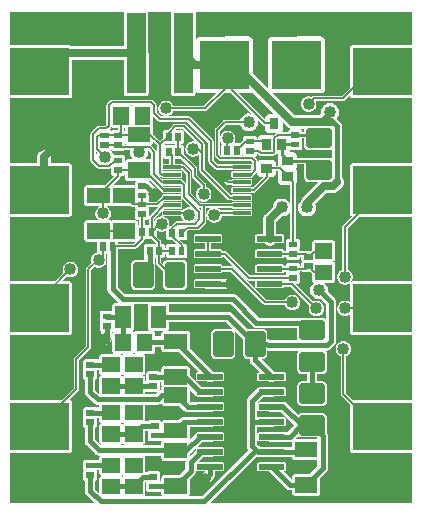
<source format=gbr>
G04 start of page 2 for group 0 idx 0 *
G04 Title: (unknown), top *
G04 Creator: pcb 1.99z *
G04 CreationDate: Mon 08 Dec 2014 11:05:14 PM GMT UTC *
G04 For: commonadmin *
G04 Format: Gerber/RS-274X *
G04 PCB-Dimensions (mil): 1377.95 1692.91 *
G04 PCB-Coordinate-Origin: lower left *
%MOIN*%
%FSLAX25Y25*%
%LNTOP*%
%ADD28C,0.0787*%
%ADD27C,0.1181*%
%ADD26C,0.0400*%
%ADD25R,0.1575X0.1575*%
%ADD24R,0.0630X0.0630*%
%ADD23R,0.1600X0.1600*%
%ADD22R,0.0290X0.0290*%
%ADD21C,0.0197*%
%ADD20R,0.0492X0.0492*%
%ADD19R,0.0200X0.0200*%
%ADD18R,0.0130X0.0130*%
%ADD17R,0.0197X0.0197*%
%ADD16R,0.0512X0.0512*%
%ADD15C,0.0150*%
%ADD14C,0.0110*%
%ADD13C,0.0250*%
%ADD12C,0.0060*%
%ADD11C,0.0001*%
G54D11*G36*
X99110Y112188D02*X99105Y112126D01*
X99125Y111879D01*
X99183Y111638D01*
X99278Y111409D01*
X99407Y111197D01*
X99568Y111009D01*
X99757Y110848D01*
X99968Y110718D01*
X100197Y110624D01*
X100438Y110566D01*
X100438Y110566D01*
X100685Y110546D01*
X100747Y110551D01*
X103913D01*
X98601Y105240D01*
X98534Y105183D01*
X98304Y104913D01*
X98119Y104611D01*
X97983Y104284D01*
X97953Y104157D01*
X97695Y103855D01*
X97449Y103453D01*
X97268Y103017D01*
X97158Y102557D01*
X97121Y102087D01*
X97158Y101616D01*
X97268Y101157D01*
X97449Y100720D01*
X97695Y100318D01*
X98002Y99959D01*
X98361Y99652D01*
X98764Y99405D01*
X99200Y99225D01*
X99659Y99114D01*
X100130Y99077D01*
X100601Y99114D01*
X101060Y99225D01*
X101496Y99405D01*
X101899Y99652D01*
X102258Y99959D01*
X102564Y100318D01*
X102811Y100720D01*
X102992Y101157D01*
X103102Y101616D01*
X103130Y102087D01*
X103102Y102557D01*
X102992Y103017D01*
X102919Y103193D01*
X106562Y106837D01*
X108542D01*
X108630Y106830D01*
X108983Y106857D01*
X108983Y106857D01*
X109327Y106940D01*
X109655Y107076D01*
X109957Y107261D01*
X110226Y107491D01*
X110283Y107558D01*
X111130Y108405D01*
Y80984D01*
X110916Y80801D01*
X110650Y80490D01*
X110436Y80141D01*
X110279Y79763D01*
X110184Y79365D01*
X110152Y78957D01*
X110184Y78549D01*
X110279Y78151D01*
X110436Y77773D01*
X110650Y77424D01*
X110916Y77113D01*
X111130Y76930D01*
Y70484D01*
X110916Y70301D01*
X110650Y69990D01*
X110436Y69641D01*
X110279Y69263D01*
X110184Y68865D01*
X110152Y68457D01*
X110184Y68049D01*
X110279Y67651D01*
X110436Y67273D01*
X110650Y66924D01*
X110916Y66613D01*
X111130Y66430D01*
Y57303D01*
X111076Y57280D01*
X110727Y57067D01*
X110416Y56801D01*
X110150Y56490D01*
X109936Y56141D01*
X109779Y55763D01*
X109684Y55365D01*
X109652Y54957D01*
X109684Y54549D01*
X109779Y54151D01*
X109936Y53773D01*
X110150Y53424D01*
X110416Y53113D01*
X110727Y52847D01*
X111076Y52633D01*
X111130Y52611D01*
Y3587D01*
X72190D01*
Y7982D01*
X83170Y18962D01*
X83278Y18917D01*
X83545Y18853D01*
X83546Y18853D01*
X83820Y18831D01*
X83889Y18837D01*
X95089D01*
X95089Y18680D01*
X95126Y18527D01*
X95186Y18382D01*
X95268Y18248D01*
X95371Y18128D01*
X95490Y18026D01*
X95625Y17944D01*
X95770Y17883D01*
X95923Y17847D01*
X96080Y17837D01*
X103570Y17846D01*
Y15811D01*
X100901Y13142D01*
X95923Y13136D01*
X95770Y13099D01*
X95625Y13039D01*
X95490Y12957D01*
X95371Y12855D01*
X95268Y12735D01*
X95186Y12601D01*
X95126Y12455D01*
X95089Y12302D01*
X95080Y12145D01*
X95081Y11337D01*
X95045D01*
X92290Y14091D01*
X92648Y14091D01*
X92725Y14110D01*
X92798Y14140D01*
X92865Y14181D01*
X92925Y14232D01*
X92976Y14292D01*
X93017Y14359D01*
X93047Y14432D01*
X93065Y14508D01*
X93070Y14587D01*
X93065Y16665D01*
X93047Y16742D01*
X93017Y16814D01*
X92976Y16881D01*
X92925Y16941D01*
X92865Y16992D01*
X92798Y17033D01*
X92725Y17064D01*
X92648Y17082D01*
X92570Y17087D01*
X89224Y17085D01*
X89117Y17151D01*
X88862Y17256D01*
X88595Y17320D01*
X88320Y17342D01*
X88045Y17320D01*
X87778Y17256D01*
X87523Y17151D01*
X87414Y17084D01*
X83992Y17082D01*
X83915Y17064D01*
X83842Y17033D01*
X83775Y16992D01*
X83715Y16941D01*
X83664Y16881D01*
X83623Y16814D01*
X83593Y16742D01*
X83575Y16665D01*
X83570Y16587D01*
X83575Y14508D01*
X83593Y14432D01*
X83623Y14359D01*
X83664Y14292D01*
X83715Y14232D01*
X83775Y14181D01*
X83842Y14140D01*
X83915Y14110D01*
X83992Y14091D01*
X84070Y14087D01*
X87343Y14088D01*
X93034Y8398D01*
X93079Y8345D01*
X93288Y8166D01*
X93523Y8023D01*
X93778Y7917D01*
X94045Y7853D01*
X94046Y7853D01*
X94320Y7831D01*
X94389Y7837D01*
X95088D01*
X95089Y6870D01*
X95126Y6717D01*
X95186Y6572D01*
X95268Y6438D01*
X95371Y6318D01*
X95490Y6216D01*
X95625Y6134D01*
X95770Y6073D01*
X95923Y6037D01*
X96080Y6027D01*
X103717Y6037D01*
X103870Y6073D01*
X104015Y6134D01*
X104150Y6216D01*
X104269Y6318D01*
X104372Y6438D01*
X104454Y6572D01*
X104514Y6717D01*
X104551Y6870D01*
X104560Y7027D01*
X104552Y11843D01*
X106509Y13801D01*
X106561Y13845D01*
X106740Y14055D01*
X106884Y14290D01*
X106989Y14544D01*
X107054Y14812D01*
X107075Y15087D01*
X107070Y15155D01*
Y25888D01*
X107075Y25957D01*
X107054Y26231D01*
X107054Y26231D01*
X106989Y26499D01*
X106884Y26754D01*
X106832Y26838D01*
X106845Y26996D01*
X106840Y27058D01*
Y31855D01*
X106845Y31917D01*
X106825Y32164D01*
X106767Y32405D01*
X106672Y32634D01*
X106543Y32846D01*
X106382Y33034D01*
X106193Y33195D01*
X105982Y33325D01*
X105753Y33420D01*
X105512Y33478D01*
X105512Y33478D01*
X105265Y33497D01*
X105203Y33492D01*
X98437D01*
X98375Y33497D01*
X98128Y33478D01*
X97887Y33420D01*
X97658Y33325D01*
X97447Y33195D01*
X97258Y33034D01*
X97239Y33012D01*
X93476Y36776D01*
X93431Y36828D01*
X93222Y37007D01*
X92987Y37151D01*
X92732Y37256D01*
X92465Y37320D01*
X92464Y37320D01*
X92190Y37342D01*
X92122Y37337D01*
X88320D01*
X88045Y37320D01*
X87778Y37256D01*
X87523Y37151D01*
X87414Y37084D01*
X83992Y37082D01*
X83915Y37064D01*
X83842Y37033D01*
X83775Y36992D01*
X83715Y36941D01*
X83664Y36881D01*
X83623Y36814D01*
X83593Y36742D01*
X83575Y36665D01*
X83570Y36587D01*
X83575Y34508D01*
X83593Y34432D01*
X83623Y34359D01*
X83664Y34292D01*
X83715Y34232D01*
X83775Y34181D01*
X83842Y34140D01*
X83915Y34110D01*
X83992Y34091D01*
X84070Y34087D01*
X87416Y34088D01*
X87523Y34023D01*
X87778Y33917D01*
X88045Y33853D01*
X88320Y33837D01*
X91465D01*
X95780Y29522D01*
X93595Y27337D01*
X88320D01*
X88045Y27320D01*
X87778Y27256D01*
X87523Y27151D01*
X87414Y27084D01*
X83992Y27082D01*
X83915Y27064D01*
X83842Y27033D01*
X83775Y26992D01*
X83715Y26941D01*
X83664Y26881D01*
X83623Y26814D01*
X83593Y26742D01*
X83575Y26665D01*
X83570Y26587D01*
X83575Y24508D01*
X83593Y24432D01*
X83623Y24359D01*
X83664Y24292D01*
X83715Y24232D01*
X83775Y24181D01*
X83842Y24140D01*
X83915Y24110D01*
X83992Y24091D01*
X84070Y24087D01*
X87416Y24088D01*
X87523Y24023D01*
X87778Y23917D01*
X88045Y23853D01*
X88320Y23837D01*
X94251D01*
X94320Y23831D01*
X94594Y23853D01*
X94595Y23853D01*
X94862Y23917D01*
X95083Y24009D01*
X95080Y23955D01*
X95083Y22337D01*
X84545D01*
X84356Y22526D01*
X84311Y22578D01*
X84259Y22623D01*
X83570Y23311D01*
Y28837D01*
X88320D01*
X88595Y28853D01*
X88862Y28917D01*
X89117Y29023D01*
X89226Y29089D01*
X92648Y29091D01*
X92725Y29110D01*
X92798Y29140D01*
X92865Y29181D01*
X92925Y29232D01*
X92976Y29292D01*
X93017Y29359D01*
X93047Y29432D01*
X93065Y29508D01*
X93070Y29587D01*
X93065Y31665D01*
X93047Y31742D01*
X93017Y31814D01*
X92976Y31881D01*
X92925Y31941D01*
X92865Y31992D01*
X92798Y32033D01*
X92725Y32064D01*
X92648Y32082D01*
X92570Y32087D01*
X89224Y32085D01*
X89117Y32151D01*
X88862Y32256D01*
X88595Y32320D01*
X88320Y32337D01*
X83570D01*
Y36862D01*
X85545Y38837D01*
X88320D01*
X88595Y38853D01*
X88862Y38917D01*
X89117Y39023D01*
X89226Y39089D01*
X92648Y39091D01*
X92725Y39110D01*
X92798Y39140D01*
X92865Y39181D01*
X92925Y39232D01*
X92976Y39292D01*
X93017Y39359D01*
X93047Y39432D01*
X93065Y39508D01*
X93070Y39587D01*
X93065Y41665D01*
X93047Y41742D01*
X93017Y41814D01*
X92976Y41881D01*
X92925Y41941D01*
X92865Y41992D01*
X92798Y42033D01*
X92725Y42064D01*
X92648Y42082D01*
X92570Y42087D01*
X89224Y42085D01*
X89117Y42151D01*
X88862Y42256D01*
X88595Y42320D01*
X88320Y42337D01*
X84889D01*
X84820Y42342D01*
X84545Y42320D01*
X84278Y42256D01*
X84023Y42151D01*
X83788Y42007D01*
X83579Y41828D01*
X83534Y41776D01*
X80631Y38873D01*
X80579Y38828D01*
X80400Y38618D01*
X80256Y38384D01*
X80151Y38129D01*
X80086Y37861D01*
X80086Y37861D01*
X80065Y37587D01*
X80070Y37518D01*
Y30655D01*
X80065Y30587D01*
X80070Y30518D01*
Y22655D01*
X80065Y22587D01*
X80086Y22312D01*
X80151Y22044D01*
X80256Y21790D01*
X80400Y21555D01*
X80400Y21555D01*
X80579Y21345D01*
X80592Y21334D01*
X72190Y12932D01*
Y14101D01*
X72225Y14110D01*
X72298Y14140D01*
X72365Y14181D01*
X72425Y14232D01*
X72476Y14292D01*
X72517Y14359D01*
X72547Y14432D01*
X72565Y14508D01*
X72570Y14587D01*
X72565Y16665D01*
X72547Y16742D01*
X72517Y16814D01*
X72476Y16881D01*
X72425Y16941D01*
X72365Y16992D01*
X72298Y17033D01*
X72225Y17064D01*
X72190Y17072D01*
Y19101D01*
X72225Y19110D01*
X72298Y19140D01*
X72365Y19181D01*
X72425Y19232D01*
X72476Y19292D01*
X72517Y19359D01*
X72547Y19432D01*
X72565Y19508D01*
X72570Y19587D01*
X72565Y21665D01*
X72547Y21742D01*
X72517Y21814D01*
X72476Y21881D01*
X72425Y21941D01*
X72365Y21992D01*
X72298Y22033D01*
X72225Y22064D01*
X72190Y22072D01*
Y24101D01*
X72225Y24110D01*
X72298Y24140D01*
X72365Y24181D01*
X72425Y24232D01*
X72476Y24292D01*
X72517Y24359D01*
X72547Y24432D01*
X72565Y24508D01*
X72570Y24587D01*
X72565Y26665D01*
X72547Y26742D01*
X72517Y26814D01*
X72476Y26881D01*
X72425Y26941D01*
X72365Y26992D01*
X72298Y27033D01*
X72225Y27064D01*
X72190Y27072D01*
Y29101D01*
X72225Y29110D01*
X72298Y29140D01*
X72365Y29181D01*
X72425Y29232D01*
X72476Y29292D01*
X72517Y29359D01*
X72547Y29432D01*
X72565Y29508D01*
X72570Y29587D01*
X72565Y31665D01*
X72547Y31742D01*
X72517Y31814D01*
X72476Y31881D01*
X72425Y31941D01*
X72365Y31992D01*
X72298Y32033D01*
X72225Y32064D01*
X72190Y32072D01*
Y34101D01*
X72225Y34110D01*
X72298Y34140D01*
X72365Y34181D01*
X72425Y34232D01*
X72476Y34292D01*
X72517Y34359D01*
X72547Y34432D01*
X72565Y34508D01*
X72570Y34587D01*
X72565Y36665D01*
X72547Y36742D01*
X72517Y36814D01*
X72476Y36881D01*
X72425Y36941D01*
X72365Y36992D01*
X72298Y37033D01*
X72225Y37064D01*
X72190Y37072D01*
Y39101D01*
X72225Y39110D01*
X72298Y39140D01*
X72365Y39181D01*
X72425Y39232D01*
X72476Y39292D01*
X72517Y39359D01*
X72547Y39432D01*
X72565Y39508D01*
X72570Y39587D01*
X72565Y41665D01*
X72547Y41742D01*
X72517Y41814D01*
X72476Y41881D01*
X72425Y41941D01*
X72365Y41992D01*
X72298Y42033D01*
X72225Y42064D01*
X72190Y42072D01*
Y44101D01*
X72225Y44110D01*
X72298Y44140D01*
X72365Y44181D01*
X72425Y44232D01*
X72476Y44292D01*
X72517Y44359D01*
X72547Y44432D01*
X72565Y44508D01*
X72570Y44587D01*
X72565Y46665D01*
X72547Y46742D01*
X72517Y46814D01*
X72476Y46881D01*
X72425Y46941D01*
X72365Y46992D01*
X72298Y47033D01*
X72225Y47064D01*
X72190Y47072D01*
Y51567D01*
X74589D01*
X74651Y51562D01*
X74898Y51582D01*
X75139Y51639D01*
X75368Y51734D01*
X75579Y51864D01*
X75768Y52025D01*
X75929Y52213D01*
X76058Y52425D01*
X76153Y52654D01*
X76211Y52895D01*
X76230Y53142D01*
X76226Y53203D01*
Y59970D01*
X76230Y60031D01*
X76211Y60278D01*
X76211Y60279D01*
X76153Y60520D01*
X76058Y60749D01*
X75929Y60960D01*
X75768Y61148D01*
X75579Y61309D01*
X75368Y61439D01*
X75139Y61534D01*
X74898Y61592D01*
X74651Y61611D01*
X74589Y61606D01*
X72190D01*
Y63837D01*
X73095D01*
X78785Y58147D01*
Y53203D01*
X78780Y53142D01*
X78799Y52895D01*
X78799Y52895D01*
X78857Y52654D01*
X78952Y52425D01*
X79081Y52213D01*
X79242Y52025D01*
X79431Y51864D01*
X79642Y51734D01*
X79871Y51639D01*
X80112Y51582D01*
X80359Y51562D01*
X80421Y51567D01*
X81070D01*
Y51155D01*
X81065Y51087D01*
X81086Y50812D01*
X81086Y50812D01*
X81151Y50544D01*
X81256Y50290D01*
X81400Y50055D01*
X81579Y49845D01*
X81631Y49801D01*
X84350Y47082D01*
X83992Y47082D01*
X83915Y47064D01*
X83842Y47033D01*
X83775Y46992D01*
X83715Y46941D01*
X83664Y46881D01*
X83623Y46814D01*
X83593Y46742D01*
X83575Y46665D01*
X83570Y46587D01*
X83575Y44508D01*
X83593Y44432D01*
X83623Y44359D01*
X83664Y44292D01*
X83715Y44232D01*
X83775Y44181D01*
X83842Y44140D01*
X83915Y44110D01*
X83992Y44091D01*
X84070Y44087D01*
X87416Y44088D01*
X87523Y44023D01*
X87778Y43917D01*
X88045Y43853D01*
X88320Y43831D01*
X88595Y43853D01*
X88862Y43917D01*
X89117Y44023D01*
X89226Y44089D01*
X92648Y44091D01*
X92725Y44110D01*
X92798Y44140D01*
X92865Y44181D01*
X92925Y44232D01*
X92976Y44292D01*
X93017Y44359D01*
X93047Y44432D01*
X93065Y44508D01*
X93070Y44587D01*
X93065Y46665D01*
X93047Y46742D01*
X93017Y46814D01*
X92976Y46881D01*
X92925Y46941D01*
X92865Y46992D01*
X92798Y47033D01*
X92725Y47064D01*
X92648Y47082D01*
X92570Y47087D01*
X89297Y47085D01*
X84815Y51567D01*
X85219D01*
X85281Y51562D01*
X85528Y51582D01*
X85769Y51639D01*
X85998Y51734D01*
X86209Y51864D01*
X86398Y52025D01*
X86559Y52213D01*
X86688Y52425D01*
X86783Y52654D01*
X86841Y52895D01*
X86860Y53142D01*
X86856Y53203D01*
Y54353D01*
X86856Y54353D01*
X87130Y54331D01*
X87199Y54337D01*
X97465D01*
X97447Y54325D01*
X97258Y54164D01*
X97097Y53976D01*
X96968Y53764D01*
X96873Y53535D01*
X96815Y53294D01*
X96795Y53047D01*
X96800Y52986D01*
Y48188D01*
X96795Y48126D01*
X96815Y47879D01*
X96873Y47638D01*
X96968Y47409D01*
X97097Y47197D01*
X97258Y47009D01*
X97447Y46848D01*
X97658Y46718D01*
X97887Y46624D01*
X98128Y46566D01*
X98128Y46566D01*
X98375Y46546D01*
X98437Y46551D01*
X100070D01*
Y44122D01*
X98437D01*
X98375Y44127D01*
X98128Y44107D01*
X97887Y44050D01*
X97658Y43955D01*
X97447Y43825D01*
X97258Y43664D01*
X97097Y43476D01*
X96968Y43264D01*
X96873Y43035D01*
X96815Y42794D01*
X96795Y42547D01*
X96800Y42486D01*
Y37688D01*
X96795Y37626D01*
X96815Y37379D01*
X96873Y37138D01*
X96968Y36909D01*
X97097Y36697D01*
X97258Y36509D01*
X97447Y36348D01*
X97658Y36218D01*
X97887Y36124D01*
X98128Y36066D01*
X98128Y36066D01*
X98375Y36046D01*
X98437Y36051D01*
X105203D01*
X105265Y36046D01*
X105512Y36066D01*
X105512Y36066D01*
X105753Y36124D01*
X105982Y36218D01*
X106193Y36348D01*
X106382Y36509D01*
X106543Y36697D01*
X106672Y36909D01*
X106767Y37138D01*
X106825Y37379D01*
X106845Y37626D01*
X106840Y37688D01*
Y42485D01*
X106845Y42547D01*
X106825Y42794D01*
X106767Y43035D01*
X106672Y43264D01*
X106543Y43476D01*
X106382Y43664D01*
X106193Y43825D01*
X105982Y43955D01*
X105753Y44050D01*
X105512Y44107D01*
X105512Y44107D01*
X105265Y44127D01*
X105203Y44122D01*
X103570D01*
Y46551D01*
X105203D01*
X105265Y46546D01*
X105512Y46566D01*
X105512Y46566D01*
X105753Y46624D01*
X105982Y46718D01*
X106193Y46848D01*
X106382Y47009D01*
X106543Y47197D01*
X106672Y47409D01*
X106767Y47638D01*
X106825Y47879D01*
X106845Y48126D01*
X106840Y48188D01*
Y52985D01*
X106845Y53047D01*
X106825Y53294D01*
X106767Y53535D01*
X106672Y53764D01*
X106543Y53976D01*
X106382Y54164D01*
X106193Y54325D01*
X106175Y54337D01*
X106561D01*
X106630Y54331D01*
X106904Y54353D01*
X106905Y54353D01*
X107172Y54417D01*
X107427Y54523D01*
X107662Y54666D01*
X107871Y54845D01*
X107916Y54898D01*
X109319Y56301D01*
X109371Y56345D01*
X109550Y56555D01*
X109550Y56555D01*
X109694Y56790D01*
X109799Y57044D01*
X109864Y57312D01*
X109885Y57587D01*
X109880Y57655D01*
Y70518D01*
X109885Y70587D01*
X109864Y70861D01*
X109864Y70861D01*
X109799Y71129D01*
X109694Y71384D01*
X109550Y71618D01*
X109371Y71828D01*
X109319Y71873D01*
X107097Y74094D01*
X107102Y74116D01*
X107130Y74587D01*
X107102Y75057D01*
X106992Y75517D01*
X106811Y75953D01*
X106564Y76355D01*
X106258Y76714D01*
X105986Y76947D01*
X108739Y76951D01*
X108892Y76988D01*
X109037Y77048D01*
X109172Y77130D01*
X109291Y77232D01*
X109393Y77352D01*
X109476Y77486D01*
X109536Y77632D01*
X109573Y77785D01*
X109582Y77942D01*
X109573Y83217D01*
X109536Y83370D01*
X109476Y83515D01*
X109393Y83649D01*
X109291Y83769D01*
X109172Y83871D01*
X109037Y83953D01*
X108892Y84014D01*
X108767Y84044D01*
X108892Y84074D01*
X109037Y84134D01*
X109172Y84216D01*
X109291Y84318D01*
X109393Y84438D01*
X109476Y84572D01*
X109536Y84718D01*
X109573Y84871D01*
X109582Y85028D01*
X109573Y90303D01*
X109536Y90456D01*
X109476Y90601D01*
X109393Y90735D01*
X109291Y90855D01*
X109172Y90957D01*
X109037Y91039D01*
X108892Y91100D01*
X108739Y91136D01*
X108582Y91146D01*
X102521Y91136D01*
X102368Y91100D01*
X102223Y91039D01*
X102088Y90957D01*
X101969Y90855D01*
X101866Y90735D01*
X101784Y90601D01*
X101724Y90456D01*
X101687Y90303D01*
X101678Y90146D01*
X101682Y87911D01*
X101339Y87568D01*
X99096Y87561D01*
X98943Y87525D01*
X98851Y87487D01*
X97749D01*
X97748Y87728D01*
X97711Y87881D01*
X97651Y88026D01*
X97569Y88160D01*
X97568Y88161D01*
X97569Y88161D01*
X97651Y88295D01*
X97711Y88441D01*
X97748Y88594D01*
X97757Y88751D01*
X97748Y90876D01*
X97711Y91029D01*
X97651Y91174D01*
X97569Y91308D01*
X97466Y91428D01*
X97347Y91530D01*
X97212Y91612D01*
X97067Y91673D01*
X96914Y91709D01*
X96757Y91719D01*
X96280Y91717D01*
Y109833D01*
X96444Y109973D01*
X96597Y110152D01*
X96721Y110354D01*
X96811Y110572D01*
X96866Y110801D01*
X96880Y111037D01*
X96866Y114172D01*
X96811Y114402D01*
X96721Y114620D01*
X96597Y114821D01*
X96444Y115001D01*
X96402Y115037D01*
X96444Y115073D01*
X96597Y115252D01*
X96721Y115454D01*
X96811Y115672D01*
X96866Y115901D01*
X96880Y116137D01*
X96879Y116437D01*
X99110D01*
Y112188D01*
G37*
G36*
X72190Y47072D02*X72148Y47082D01*
X72070Y47087D01*
X69106Y47085D01*
X69061Y47138D01*
X69009Y47182D01*
X61059Y55132D01*
X61051Y60112D01*
X61014Y60265D01*
X60954Y60411D01*
X60872Y60545D01*
X60769Y60665D01*
X60650Y60767D01*
X60515Y60849D01*
X60370Y60909D01*
X60217Y60946D01*
X60060Y60955D01*
X53631Y60948D01*
X53644Y60953D01*
X53778Y61035D01*
X53898Y61137D01*
X54000Y61257D01*
X54083Y61391D01*
X54143Y61537D01*
X54180Y61690D01*
X54189Y61847D01*
X54186Y63837D01*
X72190D01*
Y61606D01*
X69791D01*
X69730Y61611D01*
X69482Y61592D01*
X69241Y61534D01*
X69012Y61439D01*
X68801Y61309D01*
X68613Y61148D01*
X68452Y60960D01*
X68322Y60749D01*
X68227Y60520D01*
X68169Y60279D01*
X68169Y60278D01*
X68150Y60031D01*
X68155Y59970D01*
Y53203D01*
X68150Y53142D01*
X68169Y52895D01*
X68169Y52895D01*
X68227Y52654D01*
X68322Y52425D01*
X68452Y52213D01*
X68613Y52025D01*
X68801Y51864D01*
X69012Y51734D01*
X69241Y51639D01*
X69482Y51582D01*
X69730Y51562D01*
X69791Y51567D01*
X72190D01*
Y47072D01*
G37*
G36*
Y42072D02*X72148Y42082D01*
X72070Y42087D01*
X68724Y42085D01*
X68617Y42151D01*
X68362Y42256D01*
X68095Y42320D01*
X67820Y42337D01*
X65045D01*
X61054Y46327D01*
X61051Y48302D01*
X61014Y48455D01*
X60954Y48601D01*
X60872Y48735D01*
X60769Y48855D01*
X60650Y48957D01*
X60515Y49039D01*
X60370Y49099D01*
X60217Y49136D01*
X60060Y49145D01*
X52423Y49136D01*
X52270Y49099D01*
X52125Y49039D01*
X51990Y48957D01*
X51871Y48855D01*
X51768Y48735D01*
X51686Y48601D01*
X51626Y48455D01*
X51589Y48302D01*
X51580Y48145D01*
X51581Y47337D01*
X50840D01*
X50787Y47382D01*
X50652Y47464D01*
X50507Y47525D01*
X50354Y47561D01*
X50197Y47571D01*
X47286Y47561D01*
X47133Y47525D01*
X46988Y47464D01*
X46853Y47382D01*
X46734Y47280D01*
X46631Y47160D01*
X46549Y47026D01*
X46489Y46881D01*
X46452Y46728D01*
X46443Y46571D01*
X46452Y44446D01*
X46489Y44293D01*
X46532Y44189D01*
X46265D01*
X46263Y45302D01*
X46226Y45456D01*
X46166Y45601D01*
X46084Y45735D01*
X45981Y45855D01*
X45862Y45957D01*
X45727Y46039D01*
X45582Y46100D01*
X45457Y46130D01*
X45582Y46160D01*
X45727Y46220D01*
X45862Y46302D01*
X45981Y46404D01*
X46084Y46524D01*
X46166Y46658D01*
X46226Y46804D01*
X46263Y46957D01*
X46272Y47114D01*
X46263Y52388D01*
X46226Y52542D01*
X46166Y52687D01*
X46084Y52821D01*
X45981Y52941D01*
X45862Y53043D01*
X45727Y53125D01*
X45695Y53139D01*
X48622Y53144D01*
X48775Y53181D01*
X48920Y53241D01*
X49055Y53323D01*
X49174Y53425D01*
X49277Y53545D01*
X49359Y53679D01*
X49419Y53825D01*
X49456Y53978D01*
X49465Y54135D01*
X49463Y55646D01*
X51588D01*
X51589Y54680D01*
X51626Y54527D01*
X51686Y54382D01*
X51768Y54248D01*
X51871Y54128D01*
X51990Y54026D01*
X52125Y53944D01*
X52270Y53883D01*
X52423Y53847D01*
X52580Y53837D01*
X57398Y53843D01*
X64159Y47082D01*
X63492Y47082D01*
X63415Y47064D01*
X63342Y47033D01*
X63275Y46992D01*
X63215Y46941D01*
X63164Y46881D01*
X63123Y46814D01*
X63093Y46742D01*
X63075Y46665D01*
X63070Y46587D01*
X63075Y44508D01*
X63093Y44432D01*
X63123Y44359D01*
X63164Y44292D01*
X63215Y44232D01*
X63275Y44181D01*
X63342Y44140D01*
X63415Y44110D01*
X63492Y44091D01*
X63570Y44087D01*
X66916Y44088D01*
X67023Y44023D01*
X67278Y43917D01*
X67545Y43853D01*
X67820Y43831D01*
X68095Y43853D01*
X68362Y43917D01*
X68617Y44023D01*
X68726Y44089D01*
X72148Y44091D01*
X72190Y44101D01*
Y42072D01*
G37*
G36*
Y37072D02*X72148Y37082D01*
X72070Y37087D01*
X68724Y37085D01*
X68617Y37151D01*
X68362Y37256D01*
X68095Y37320D01*
X67820Y37337D01*
X61059D01*
X61052Y41379D01*
X63034Y39398D01*
X63079Y39345D01*
X63288Y39166D01*
X63523Y39023D01*
X63778Y38917D01*
X64045Y38853D01*
X64046Y38853D01*
X64320Y38831D01*
X64389Y38837D01*
X67820D01*
X68095Y38853D01*
X68362Y38917D01*
X68617Y39023D01*
X68726Y39089D01*
X72148Y39091D01*
X72190Y39101D01*
Y37072D01*
G37*
G36*
Y32072D02*X72148Y32082D01*
X72070Y32087D01*
X68724Y32085D01*
X68617Y32151D01*
X68362Y32256D01*
X68095Y32320D01*
X67820Y32337D01*
X59199D01*
X59130Y32342D01*
X58855Y32320D01*
X58587Y32256D01*
X58333Y32151D01*
X58098Y32007D01*
X58098Y32007D01*
X57889Y31828D01*
X57844Y31776D01*
X57401Y31332D01*
X52423Y31326D01*
X52270Y31289D01*
X52125Y31229D01*
X51990Y31147D01*
X51871Y31045D01*
X51768Y30925D01*
X51686Y30791D01*
X51626Y30645D01*
X51617Y30610D01*
X51591Y30674D01*
X51509Y30808D01*
X51406Y30928D01*
X51287Y31030D01*
X51152Y31112D01*
X51007Y31173D01*
X50854Y31209D01*
X50697Y31219D01*
X47786Y31209D01*
X47633Y31173D01*
X47488Y31112D01*
X47353Y31030D01*
X47300Y30985D01*
X46264D01*
X46272Y31114D01*
X46263Y36337D01*
X50251D01*
X50320Y36331D01*
X50594Y36353D01*
X50595Y36353D01*
X50862Y36417D01*
X51117Y36523D01*
X51352Y36666D01*
X51561Y36845D01*
X51589Y36878D01*
X51589Y36870D01*
X51626Y36717D01*
X51686Y36572D01*
X51768Y36438D01*
X51871Y36318D01*
X51990Y36216D01*
X52125Y36134D01*
X52270Y36073D01*
X52423Y36037D01*
X52580Y36027D01*
X57399Y36033D01*
X59034Y34398D01*
X59079Y34345D01*
X59288Y34166D01*
X59288Y34166D01*
X59523Y34023D01*
X59778Y33917D01*
X60045Y33853D01*
X60320Y33831D01*
X60389Y33837D01*
X67820D01*
X68095Y33853D01*
X68362Y33917D01*
X68617Y34023D01*
X68726Y34089D01*
X72148Y34091D01*
X72190Y34101D01*
Y32072D01*
G37*
G36*
Y27072D02*X72148Y27082D01*
X72070Y27087D01*
X68724Y27085D01*
X68617Y27151D01*
X68362Y27256D01*
X68095Y27320D01*
X67820Y27337D01*
X64389D01*
X64320Y27342D01*
X64045Y27320D01*
X63778Y27256D01*
X63523Y27151D01*
X63288Y27007D01*
X63079Y26828D01*
X63034Y26776D01*
X60785Y24527D01*
X60872Y24628D01*
X60954Y24762D01*
X61014Y24907D01*
X61051Y25060D01*
X61060Y25217D01*
X61054Y28837D01*
X67820D01*
X68095Y28853D01*
X68362Y28917D01*
X68617Y29023D01*
X68726Y29089D01*
X72148Y29091D01*
X72190Y29101D01*
Y27072D01*
G37*
G36*
Y22072D02*X72148Y22082D01*
X72070Y22087D01*
X68724Y22085D01*
X68617Y22151D01*
X68362Y22256D01*
X68095Y22320D01*
X67820Y22337D01*
X64889D01*
X64820Y22342D01*
X64545Y22320D01*
X64278Y22256D01*
X64023Y22151D01*
X63911Y22082D01*
X63492Y22082D01*
X63415Y22064D01*
X63342Y22033D01*
X63275Y21992D01*
X63215Y21941D01*
X63164Y21881D01*
X63123Y21814D01*
X63093Y21742D01*
X63075Y21665D01*
X63070Y21587D01*
X63071Y21312D01*
X61059Y19300D01*
X61058Y19842D01*
X61061Y19845D01*
X61106Y19898D01*
X65045Y23837D01*
X67820D01*
X68095Y23853D01*
X68362Y23917D01*
X68617Y24023D01*
X68726Y24089D01*
X72148Y24091D01*
X72190Y24101D01*
Y22072D01*
G37*
G36*
Y17072D02*X72148Y17082D01*
X72070Y17087D01*
X68724Y17085D01*
X68617Y17151D01*
X68362Y17256D01*
X68095Y17320D01*
X67820Y17342D01*
X67545Y17320D01*
X67278Y17256D01*
X67023Y17151D01*
X66914Y17084D01*
X63790Y17082D01*
X65545Y18837D01*
X67820D01*
X68095Y18853D01*
X68362Y18917D01*
X68617Y19023D01*
X68726Y19089D01*
X72148Y19091D01*
X72190Y19101D01*
Y17072D01*
G37*
G36*
Y12932D02*X65095Y5837D01*
X60537D01*
X60650Y5906D01*
X60769Y6008D01*
X60872Y6128D01*
X60954Y6262D01*
X61014Y6407D01*
X61051Y6560D01*
X61060Y6717D01*
X61052Y11533D01*
X62509Y12991D01*
X62561Y13036D01*
X62740Y13245D01*
X62740Y13245D01*
X62884Y13480D01*
X62989Y13734D01*
X63054Y14002D01*
X63075Y14277D01*
X63070Y14345D01*
Y16362D01*
X63071Y16362D01*
X63075Y14508D01*
X63093Y14432D01*
X63123Y14359D01*
X63164Y14292D01*
X63215Y14232D01*
X63275Y14181D01*
X63342Y14140D01*
X63415Y14110D01*
X63492Y14091D01*
X63570Y14087D01*
X66070Y14088D01*
Y14002D01*
X64892Y12824D01*
X64710Y12618D01*
X64566Y12384D01*
X64460Y12129D01*
X64396Y11861D01*
X64375Y11587D01*
X64396Y11312D01*
X64460Y11044D01*
X64566Y10790D01*
X64710Y10555D01*
X64889Y10345D01*
X65098Y10166D01*
X65333Y10023D01*
X65588Y9917D01*
X65855Y9853D01*
X66130Y9831D01*
X66405Y9853D01*
X66672Y9917D01*
X66927Y10023D01*
X67162Y10166D01*
X67367Y10349D01*
X69009Y11991D01*
X69061Y12036D01*
X69240Y12245D01*
X69240Y12245D01*
X69384Y12480D01*
X69489Y12734D01*
X69554Y13002D01*
X69575Y13277D01*
X69570Y13345D01*
Y14090D01*
X72148Y14091D01*
X72190Y14101D01*
Y12932D01*
G37*
G36*
Y3587D02*X67795D01*
X72190Y7982D01*
Y3587D01*
G37*
G36*
X42363Y53950D02*X42393Y53825D01*
X42453Y53679D01*
X42535Y53545D01*
X42638Y53425D01*
X42757Y53323D01*
X42892Y53241D01*
X42923Y53228D01*
X41799Y53226D01*
X41834Y53241D01*
X41969Y53323D01*
X42088Y53425D01*
X42191Y53545D01*
X42273Y53679D01*
X42333Y53825D01*
X42363Y53950D01*
G37*
G36*
X54230Y116733D02*X52099Y116731D01*
X52030Y116715D01*
Y118958D01*
X52044Y118900D01*
X52104Y118754D01*
X52186Y118620D01*
X52289Y118500D01*
X52408Y118398D01*
X52543Y118316D01*
X52688Y118256D01*
X52841Y118219D01*
X52998Y118210D01*
X54230Y118215D01*
Y116733D01*
G37*
G36*
X56230Y122955D02*X55989Y122954D01*
X55836Y122918D01*
X55691Y122857D01*
X55556Y122775D01*
X55556Y122775D01*
X55556Y122775D01*
X55421Y122857D01*
X55276Y122918D01*
X55123Y122954D01*
X54966Y122964D01*
X52841Y122954D01*
X52688Y122918D01*
X52543Y122857D01*
X52408Y122775D01*
X52289Y122673D01*
X52186Y122553D01*
X52104Y122419D01*
X52044Y122274D01*
X52030Y122215D01*
Y122714D01*
X52606Y123290D01*
X52688Y123256D01*
X52841Y123219D01*
X52998Y123210D01*
X55123Y123219D01*
X55276Y123256D01*
X55421Y123316D01*
X55556Y123398D01*
X55556Y123398D01*
X55556Y123398D01*
X55691Y123316D01*
X55836Y123256D01*
X55989Y123219D01*
X56146Y123210D01*
X56230Y123210D01*
Y122955D01*
G37*
G36*
X41895Y136187D02*X41845Y136128D01*
X41763Y135994D01*
X41703Y135849D01*
X41673Y135724D01*
X41643Y135849D01*
X41583Y135994D01*
X41500Y136128D01*
X41450Y136187D01*
X41895D01*
G37*
G36*
X39030Y128641D02*X39390Y128641D01*
X39392Y127539D01*
X39318Y127660D01*
X39216Y127780D01*
X39097Y127882D01*
X39030Y127923D01*
Y128641D01*
G37*
G36*
X34913Y128882D02*X34981Y128823D01*
X35115Y128741D01*
X35261Y128681D01*
X35414Y128644D01*
X35571Y128635D01*
X37230Y128638D01*
Y128067D01*
X35596Y128061D01*
X35443Y128025D01*
X35298Y127964D01*
X35163Y127882D01*
X35044Y127780D01*
X34941Y127660D01*
X34880Y127560D01*
X34818Y127660D01*
X34716Y127780D01*
X34597Y127882D01*
X34462Y127964D01*
X34317Y128025D01*
X34164Y128061D01*
X34139Y128063D01*
X34741Y128665D01*
X34768Y128688D01*
X34860Y128796D01*
X34913Y128882D01*
G37*
G36*
X39502Y122987D02*X39501Y123375D01*
X39578Y123248D01*
X39681Y123128D01*
X39800Y123026D01*
X39864Y122987D01*
X39502D01*
G37*
G36*
X78550Y119357D02*X78568Y119400D01*
X78605Y119553D01*
X78614Y119710D01*
X78607Y121791D01*
X78754Y121938D01*
X78753Y121923D01*
X78762Y119798D01*
X78799Y119645D01*
X78859Y119499D01*
X78941Y119365D01*
X78948Y119357D01*
X78550D01*
G37*
G36*
X89204Y133331D02*X87445Y133323D01*
X87215Y133268D01*
X86997Y133177D01*
X86796Y133054D01*
X86616Y132901D01*
X86463Y132721D01*
X86339Y132520D01*
X86249Y132302D01*
X86194Y132072D01*
X86180Y131837D01*
X86182Y131307D01*
X77392Y140098D01*
X80915Y140101D01*
X81145Y140156D01*
X81363Y140246D01*
X81564Y140369D01*
X81744Y140523D01*
X81867Y140667D01*
X89204Y133331D01*
G37*
G36*
X38947Y53139D02*X38913Y53125D01*
X38778Y53043D01*
X38659Y52941D01*
X38570Y52837D01*
X38481Y52941D01*
X38362Y53043D01*
X38227Y53125D01*
X38197Y53138D01*
X38947Y53139D01*
G37*
G36*
X83586Y123187D02*X83591Y121839D01*
X83499D01*
X83498Y122080D01*
X83461Y122233D01*
X83401Y122378D01*
X83318Y122512D01*
X83318Y122513D01*
X83318Y122513D01*
X83401Y122647D01*
X83461Y122793D01*
X83498Y122946D01*
X83507Y123103D01*
X83507Y123187D01*
X83586D01*
G37*
G36*
X38570Y13008D02*X38659Y12904D01*
X38778Y12802D01*
X38913Y12720D01*
X39058Y12660D01*
X39183Y12630D01*
X39058Y12600D01*
X38913Y12539D01*
X38778Y12457D01*
X38659Y12355D01*
X38570Y12251D01*
X38481Y12355D01*
X38362Y12457D01*
X38227Y12539D01*
X38082Y12600D01*
X37957Y12630D01*
X38082Y12660D01*
X38227Y12720D01*
X38362Y12802D01*
X38481Y12904D01*
X38570Y13008D01*
G37*
G36*
X46443Y10071D02*X46452Y7946D01*
X46489Y7793D01*
X46549Y7647D01*
X46631Y7513D01*
X46734Y7393D01*
X46853Y7291D01*
X46988Y7209D01*
X47133Y7149D01*
X47286Y7112D01*
X47443Y7103D01*
X50354Y7112D01*
X50507Y7149D01*
X50652Y7209D01*
X50787Y7291D01*
X50840Y7337D01*
X51588D01*
X51589Y6560D01*
X51626Y6407D01*
X51686Y6262D01*
X51768Y6128D01*
X51871Y6008D01*
X51990Y5906D01*
X52103Y5837D01*
X45997D01*
X46084Y5938D01*
X46166Y6072D01*
X46226Y6218D01*
X46263Y6371D01*
X46272Y6528D01*
X46265Y10485D01*
X46532D01*
X46489Y10381D01*
X46452Y10228D01*
X46443Y10071D01*
G37*
G36*
X39391Y116280D02*X39392Y116040D01*
X39318Y116160D01*
X39318Y116161D01*
X39318Y116161D01*
X39391Y116280D01*
G37*
G36*
X38570Y5922D02*X38643Y5837D01*
X38497D01*
X38570Y5922D01*
G37*
G36*
X31070Y19337D02*X31056Y19321D01*
X30974Y19187D01*
X30914Y19042D01*
X30877Y18888D01*
X30868Y18732D01*
X30869Y17922D01*
X29721D01*
X29652Y17964D01*
X29507Y18025D01*
X29354Y18061D01*
X29197Y18071D01*
X26286Y18061D01*
X26133Y18025D01*
X25988Y17964D01*
X25853Y17882D01*
X25734Y17780D01*
X25631Y17660D01*
X25630Y17658D01*
Y28868D01*
X25631Y28865D01*
X25734Y28745D01*
X25853Y28643D01*
X25988Y28561D01*
X26070Y28527D01*
Y24155D01*
X26065Y24087D01*
X26086Y23812D01*
X26086Y23812D01*
X26151Y23544D01*
X26256Y23290D01*
X26400Y23055D01*
X26579Y22845D01*
X26631Y22801D01*
X29534Y19898D01*
X29579Y19845D01*
X29788Y19666D01*
X29788Y19666D01*
X30023Y19523D01*
X30278Y19417D01*
X30545Y19353D01*
X30820Y19331D01*
X30889Y19337D01*
X31070D01*
G37*
G36*
X30876Y14422D02*X30877Y13457D01*
X30914Y13304D01*
X30974Y13158D01*
X31056Y13024D01*
X31159Y12904D01*
X31278Y12802D01*
X31413Y12720D01*
X31558Y12660D01*
X31683Y12630D01*
X31558Y12600D01*
X31413Y12539D01*
X31278Y12457D01*
X31159Y12355D01*
X31056Y12235D01*
X30974Y12101D01*
X30914Y11956D01*
X30877Y11802D01*
X30868Y11646D01*
X30876Y7005D01*
X29570Y8311D01*
Y11027D01*
X29652Y11061D01*
X29787Y11143D01*
X29906Y11245D01*
X30009Y11365D01*
X30091Y11499D01*
X30151Y11645D01*
X30188Y11798D01*
X30197Y11955D01*
X30188Y14080D01*
X30151Y14233D01*
X30091Y14378D01*
X30064Y14422D01*
X30876D01*
G37*
G36*
X51580Y23645D02*X51581Y22837D01*
X31545D01*
X29570Y24811D01*
Y28527D01*
X29652Y28561D01*
X29787Y28643D01*
X29906Y28745D01*
X30009Y28865D01*
X30091Y28999D01*
X30151Y29145D01*
X30188Y29298D01*
X30197Y29455D01*
X30188Y31580D01*
X30151Y31733D01*
X30091Y31878D01*
X30064Y31922D01*
X30876D01*
X30877Y30957D01*
X30914Y30804D01*
X30974Y30658D01*
X31056Y30524D01*
X31159Y30404D01*
X31278Y30302D01*
X31413Y30220D01*
X31558Y30160D01*
X31683Y30130D01*
X31558Y30100D01*
X31413Y30039D01*
X31278Y29957D01*
X31159Y29855D01*
X31056Y29735D01*
X30974Y29601D01*
X30914Y29456D01*
X30877Y29302D01*
X30868Y29146D01*
X30877Y23871D01*
X30914Y23718D01*
X30974Y23572D01*
X31056Y23438D01*
X31159Y23318D01*
X31278Y23216D01*
X31413Y23134D01*
X31558Y23074D01*
X31711Y23037D01*
X31868Y23028D01*
X37929Y23037D01*
X38082Y23074D01*
X38227Y23134D01*
X38362Y23216D01*
X38481Y23318D01*
X38570Y23422D01*
X38659Y23318D01*
X38778Y23216D01*
X38913Y23134D01*
X39058Y23074D01*
X39211Y23037D01*
X39368Y23028D01*
X45429Y23037D01*
X45582Y23074D01*
X45727Y23134D01*
X45862Y23216D01*
X45981Y23318D01*
X46084Y23438D01*
X46166Y23572D01*
X46226Y23718D01*
X46263Y23871D01*
X46272Y24028D01*
X46266Y27485D01*
X47032D01*
X46989Y27381D01*
X46952Y27228D01*
X46943Y27071D01*
X46952Y24946D01*
X46989Y24793D01*
X47049Y24647D01*
X47131Y24513D01*
X47234Y24393D01*
X47353Y24291D01*
X47488Y24209D01*
X47633Y24149D01*
X47786Y24112D01*
X47943Y24103D01*
X50854Y24112D01*
X51007Y24149D01*
X51152Y24209D01*
X51287Y24291D01*
X51340Y24337D01*
X51855D01*
X51768Y24235D01*
X51686Y24101D01*
X51626Y23955D01*
X51589Y23802D01*
X51580Y23645D01*
G37*
G36*
X29345Y3587D02*X25630D01*
Y11368D01*
X25631Y11365D01*
X25734Y11245D01*
X25853Y11143D01*
X25988Y11061D01*
X26070Y11027D01*
Y7655D01*
X26065Y7587D01*
X26086Y7312D01*
X26151Y7044D01*
X26256Y6790D01*
X26400Y6555D01*
X26400Y6555D01*
X26579Y6345D01*
X26631Y6301D01*
X29345Y3587D01*
G37*
G36*
X29721Y35422D02*X29652Y35464D01*
X29507Y35525D01*
X29354Y35561D01*
X29197Y35571D01*
X26286Y35561D01*
X26133Y35525D01*
X25988Y35464D01*
X25853Y35382D01*
X25734Y35280D01*
X25631Y35160D01*
X25630Y35158D01*
Y44868D01*
X25631Y44865D01*
X25734Y44745D01*
X25853Y44643D01*
X25988Y44561D01*
X26070Y44527D01*
Y40655D01*
X26065Y40587D01*
X26086Y40312D01*
X26151Y40044D01*
X26256Y39790D01*
X26400Y39555D01*
X26400Y39555D01*
X26579Y39345D01*
X26631Y39301D01*
X29034Y36898D01*
X29079Y36845D01*
X29288Y36666D01*
X29523Y36523D01*
X29778Y36417D01*
X30045Y36353D01*
X30046Y36353D01*
X30320Y36331D01*
X30389Y36337D01*
X30874D01*
X30868Y36232D01*
X30869Y35422D01*
X29721D01*
G37*
G36*
X29570Y41311D02*Y44527D01*
X29652Y44561D01*
X29787Y44643D01*
X29906Y44745D01*
X30009Y44865D01*
X30091Y44999D01*
X30151Y45145D01*
X30188Y45298D01*
X30197Y45455D01*
X30188Y47580D01*
X30151Y47733D01*
X30091Y47878D01*
X30064Y47922D01*
X30876D01*
X30877Y46957D01*
X30914Y46804D01*
X30974Y46658D01*
X31056Y46524D01*
X31159Y46404D01*
X31278Y46302D01*
X31413Y46220D01*
X31558Y46160D01*
X31683Y46130D01*
X31558Y46100D01*
X31413Y46039D01*
X31278Y45957D01*
X31159Y45855D01*
X31056Y45735D01*
X30974Y45601D01*
X30914Y45456D01*
X30877Y45302D01*
X30868Y45146D01*
X30877Y40004D01*
X29570Y41311D01*
G37*
G36*
X39398Y124382D02*X39318Y124512D01*
X39318Y124513D01*
X39318Y124513D01*
X39397Y124642D01*
X39398Y124382D01*
G37*
G36*
X46800Y40689D02*X46853Y40643D01*
X46988Y40561D01*
X47133Y40501D01*
X47286Y40464D01*
X47443Y40455D01*
X50222Y40463D01*
X49595Y39837D01*
X46255D01*
X46263Y39871D01*
X46272Y40028D01*
X46271Y40689D01*
X46800D01*
G37*
G36*
X51167Y41210D02*X51188Y41298D01*
X51197Y41455D01*
X51188Y43580D01*
X51151Y43733D01*
X51108Y43837D01*
X51588D01*
X51589Y42870D01*
X51626Y42717D01*
X51680Y42586D01*
X51626Y42455D01*
X51589Y42302D01*
X51580Y42145D01*
X51581Y41323D01*
X51545Y41320D01*
X51278Y41256D01*
X51167Y41210D01*
G37*
G36*
X49457Y59146D02*X49456Y60196D01*
X49419Y60349D01*
X49359Y60494D01*
X49277Y60628D01*
X49174Y60748D01*
X49057Y60848D01*
X52136Y60854D01*
X52125Y60849D01*
X51990Y60767D01*
X51871Y60665D01*
X51768Y60545D01*
X51686Y60411D01*
X51626Y60265D01*
X51589Y60112D01*
X51580Y59955D01*
X51581Y59146D01*
X49457D01*
G37*
G36*
X47211Y69837D02*X47177Y69782D01*
X47117Y69637D01*
X47080Y69484D01*
X47071Y69327D01*
X47080Y61690D01*
X47117Y61537D01*
X47177Y61391D01*
X47259Y61257D01*
X47362Y61137D01*
X47479Y61037D01*
X43190Y61029D01*
X43037Y60993D01*
X42892Y60932D01*
X42757Y60850D01*
X42638Y60748D01*
X42535Y60628D01*
X42453Y60494D01*
X42393Y60349D01*
X42363Y60224D01*
X42333Y60349D01*
X42273Y60494D01*
X42191Y60628D01*
X42088Y60748D01*
X41969Y60850D01*
X41834Y60932D01*
X41810Y60943D01*
X41834Y60953D01*
X41968Y61035D01*
X42088Y61137D01*
X42190Y61257D01*
X42273Y61391D01*
X42333Y61537D01*
X42370Y61690D01*
X42379Y61847D01*
X42370Y69484D01*
X42333Y69637D01*
X42273Y69782D01*
X42239Y69837D01*
X47211D01*
G37*
G36*
X25630Y14510D02*Y14516D01*
X25631Y14513D01*
X25632Y14513D01*
X25631Y14512D01*
X25630Y14510D01*
G37*
G36*
X60685Y24427D02*X60679Y24431D01*
X60751Y24492D01*
X60685Y24427D01*
G37*
G36*
X59570Y15002D02*X57401Y12832D01*
X52423Y12826D01*
X52270Y12789D01*
X52125Y12729D01*
X51990Y12647D01*
X51871Y12545D01*
X51768Y12425D01*
X51686Y12291D01*
X51626Y12145D01*
X51589Y11992D01*
X51580Y11835D01*
X51582Y10837D01*
X51108D01*
X51151Y10941D01*
X51188Y11094D01*
X51197Y11251D01*
X51188Y13376D01*
X51151Y13529D01*
X51091Y13674D01*
X51009Y13808D01*
X50906Y13928D01*
X50787Y14030D01*
X50652Y14112D01*
X50507Y14173D01*
X50354Y14209D01*
X50197Y14219D01*
X47286Y14209D01*
X47133Y14173D01*
X46988Y14112D01*
X46853Y14030D01*
X46800Y13985D01*
X46271D01*
X46263Y18888D01*
X46226Y19042D01*
X46166Y19187D01*
X46084Y19321D01*
X46070Y19337D01*
X51588D01*
X51589Y18370D01*
X51626Y18217D01*
X51686Y18072D01*
X51768Y17938D01*
X51871Y17818D01*
X51990Y17716D01*
X52125Y17634D01*
X52270Y17573D01*
X52423Y17537D01*
X52580Y17527D01*
X59628Y17536D01*
X59586Y17361D01*
X59586Y17361D01*
X59565Y17087D01*
X59570Y17018D01*
Y15002D01*
G37*
G36*
X97179Y25971D02*X97258Y25879D01*
X97447Y25718D01*
X97658Y25589D01*
X97887Y25494D01*
X98128Y25436D01*
X98128Y25436D01*
X98375Y25416D01*
X98437Y25421D01*
X103381D01*
X103570Y25232D01*
Y24955D01*
X103560Y24955D01*
X96155Y24946D01*
X97179Y25971D01*
G37*
G36*
X38570Y30508D02*X38659Y30404D01*
X38778Y30302D01*
X38913Y30220D01*
X39058Y30160D01*
X39183Y30130D01*
X39058Y30100D01*
X38913Y30039D01*
X38778Y29957D01*
X38659Y29855D01*
X38570Y29751D01*
X38481Y29855D01*
X38362Y29957D01*
X38227Y30039D01*
X38082Y30100D01*
X37957Y30130D01*
X38082Y30160D01*
X38227Y30220D01*
X38362Y30302D01*
X38481Y30404D01*
X38570Y30508D01*
G37*
G36*
X92376Y77487D02*X92375Y77665D01*
X92370Y77687D01*
X93011D01*
X93012Y77487D01*
X92376D01*
G37*
G36*
X64015Y101987D02*X64015Y101987D01*
X64093Y101955D01*
X64146Y101933D01*
X64146Y101933D01*
X64146Y101933D01*
X64177Y101925D01*
X64284Y101900D01*
X64284D01*
X64284Y101900D01*
X64284Y101900D01*
X64425Y101889D01*
X64460Y101891D01*
X64730D01*
Y101259D01*
X63982Y102007D01*
X64015Y101987D01*
X64015Y101987D01*
G37*
G36*
X34880Y124412D02*X34818Y124512D01*
X34818Y124513D01*
X34818Y124513D01*
X34880Y124613D01*
X34941Y124513D01*
X34942Y124513D01*
X34941Y124512D01*
X34880Y124412D01*
G37*
G36*
X96800Y61896D02*Y58818D01*
X96795Y58756D01*
X96815Y58509D01*
X96873Y58268D01*
X96968Y58039D01*
X97092Y57837D01*
X87855D01*
X87821Y57870D01*
X87776Y57923D01*
X87567Y58101D01*
X87567Y58102D01*
X87567Y58102D01*
X87451Y58173D01*
X87332Y58245D01*
X87332Y58245D01*
X87332Y58246D01*
X87209Y58297D01*
X87077Y58351D01*
X87077Y58351D01*
X87077Y58351D01*
X86979Y58375D01*
X86856Y58404D01*
Y59970D01*
X86860Y60031D01*
X86841Y60278D01*
X86841Y60279D01*
X86783Y60520D01*
X86688Y60749D01*
X86559Y60960D01*
X86398Y61148D01*
X86209Y61309D01*
X85998Y61439D01*
X85769Y61534D01*
X85528Y61592D01*
X85281Y61611D01*
X85219Y61606D01*
X80421D01*
X80359Y61611D01*
X80277Y61605D01*
X75106Y66776D01*
X75061Y66828D01*
X74852Y67007D01*
X74617Y67151D01*
X74362Y67256D01*
X74095Y67320D01*
X74094Y67320D01*
X73820Y67342D01*
X73752Y67337D01*
X54182D01*
X54180Y69484D01*
X54143Y69637D01*
X54083Y69782D01*
X54049Y69837D01*
X74595D01*
X81969Y62463D01*
X82019Y62405D01*
X82228Y62226D01*
X82463Y62082D01*
X82717Y61977D01*
X82985Y61913D01*
X83260Y61896D01*
X96800D01*
G37*
G36*
X25630Y48010D02*Y48016D01*
X25631Y48013D01*
X25632Y48013D01*
X25631Y48012D01*
X25630Y48010D01*
G37*
G36*
X37255Y89987D02*X37253Y90621D01*
X37229Y90720D01*
X42997Y90727D01*
X42257Y89987D01*
X37255D01*
G37*
G36*
X43863Y91592D02*X43863Y91601D01*
X43870Y91599D01*
X43863Y91592D01*
G37*
G36*
X47378Y96307D02*X47137Y96306D01*
X46984Y96270D01*
X46839Y96209D01*
X46704Y96127D01*
X46704Y96127D01*
X46704Y96127D01*
X46569Y96209D01*
X46424Y96270D01*
X46271Y96306D01*
X46114Y96316D01*
X46030Y96315D01*
Y97962D01*
X46664Y97964D01*
X46817Y98001D01*
X46962Y98061D01*
X47097Y98143D01*
X47216Y98245D01*
X47318Y98365D01*
X47378Y98462D01*
Y96307D01*
G37*
G36*
X38031Y112610D02*X38664Y112612D01*
X38817Y112649D01*
X38962Y112709D01*
X39097Y112791D01*
X39216Y112893D01*
X39318Y113013D01*
X39397Y113141D01*
X39399Y111870D01*
X39436Y111717D01*
X39496Y111572D01*
X39578Y111438D01*
X39681Y111318D01*
X39800Y111216D01*
X39935Y111134D01*
X40080Y111073D01*
X40233Y111037D01*
X40390Y111027D01*
X43164Y111031D01*
X43163Y111030D01*
X43044Y110928D01*
X42941Y110808D01*
X42859Y110674D01*
X42799Y110529D01*
X42762Y110376D01*
X42753Y110219D01*
X42755Y109645D01*
X35452Y109636D01*
X37741Y111925D01*
X37768Y111948D01*
X37860Y112056D01*
X37860Y112056D01*
X37934Y112177D01*
X37989Y112308D01*
X38022Y112445D01*
X38033Y112587D01*
X38031Y112610D01*
G37*
G36*
X47667Y99396D02*X47640Y99373D01*
X47548Y99265D01*
X47506Y99197D01*
X47498Y101080D01*
X47461Y101233D01*
X47401Y101378D01*
X47318Y101512D01*
X47318Y101513D01*
X47318Y101513D01*
X47401Y101647D01*
X47461Y101793D01*
X47498Y101946D01*
X47507Y102103D01*
X47507Y102187D01*
X50095D01*
X50130Y102184D01*
X50271Y102195D01*
X50271Y102195D01*
X50409Y102228D01*
X50540Y102282D01*
X50573Y102303D01*
X47667Y99396D01*
G37*
G36*
X47499Y103987D02*X47498Y104228D01*
X47461Y104381D01*
X47401Y104526D01*
X47364Y104587D01*
X47401Y104647D01*
X47461Y104793D01*
X47498Y104946D01*
X47507Y105103D01*
X47504Y105738D01*
X47892Y105349D01*
X48098Y105166D01*
X48333Y105023D01*
X48587Y104917D01*
X48855Y104853D01*
X49130Y104831D01*
X49405Y104853D01*
X49672Y104917D01*
X49927Y105023D01*
X50162Y105166D01*
X50371Y105345D01*
X50550Y105555D01*
X50694Y105790D01*
X50799Y106044D01*
X50864Y106312D01*
X50885Y106587D01*
X50864Y106861D01*
X50799Y107129D01*
X50694Y107384D01*
X50550Y107618D01*
X50367Y107824D01*
X47768Y110424D01*
X47723Y110476D01*
X47514Y110655D01*
X47352Y110754D01*
X47318Y110808D01*
X47216Y110928D01*
X47097Y111030D01*
X47088Y111035D01*
X47907Y111036D01*
X51645Y107298D01*
X51668Y107271D01*
X51682Y107260D01*
X51682Y107181D01*
X51700Y107105D01*
X51730Y107032D01*
X51771Y106965D01*
X51823Y106905D01*
X51882Y106854D01*
X51950Y106813D01*
X52022Y106783D01*
X52099Y106765D01*
X52177Y106760D01*
X58161Y106765D01*
X58230Y106781D01*
Y106479D01*
X58161Y106495D01*
X58082Y106500D01*
X52099Y106495D01*
X52022Y106477D01*
X51950Y106447D01*
X51882Y106406D01*
X51823Y106355D01*
X51771Y106295D01*
X51730Y106228D01*
X51700Y106155D01*
X51682Y106078D01*
X51677Y106000D01*
X51678Y105907D01*
X49757Y103987D01*
X47499D01*
G37*
G36*
X50030Y113459D02*Y120551D01*
X50033Y120587D01*
X50022Y120728D01*
X49989Y120866D01*
X49934Y120996D01*
X49889Y121070D01*
X49860Y121117D01*
X49768Y121225D01*
X49741Y121248D01*
X48291Y122698D01*
X48268Y122725D01*
X48161Y122817D01*
X48088Y122861D01*
X48180Y122883D01*
X48325Y122944D01*
X48460Y123026D01*
X48579Y123128D01*
X48681Y123248D01*
X48764Y123382D01*
X48824Y123527D01*
X48861Y123680D01*
X48870Y123837D01*
X48870Y124074D01*
X50230Y122714D01*
Y113622D01*
X50227Y113587D01*
X50238Y113445D01*
Y113445D01*
X50271Y113308D01*
X50326Y113177D01*
X50346Y113143D01*
X50030Y113459D01*
G37*
G36*
X51744Y112128D02*X51771Y112083D01*
X51823Y112023D01*
X51882Y111972D01*
X51950Y111931D01*
X52022Y111901D01*
X52099Y111883D01*
X52177Y111878D01*
X58161Y111883D01*
X58237Y111901D01*
X58310Y111931D01*
X58377Y111972D01*
X58437Y112023D01*
X58488Y112083D01*
X58529Y112150D01*
X58559Y112223D01*
X58578Y112299D01*
X58582Y112378D01*
X58578Y113755D01*
X58559Y113832D01*
X58529Y113905D01*
X58488Y113972D01*
X58437Y114032D01*
X58377Y114083D01*
X58310Y114124D01*
X58237Y114154D01*
X58161Y114172D01*
X58082Y114177D01*
X52099Y114172D01*
X52030Y114156D01*
Y114458D01*
X52099Y114442D01*
X52177Y114437D01*
X58161Y114442D01*
X58237Y114460D01*
X58310Y114490D01*
X58377Y114531D01*
X58396Y114548D01*
X59730Y113214D01*
Y110259D01*
X58909Y111080D01*
X58886Y111107D01*
X58779Y111199D01*
X58732Y111228D01*
X58658Y111273D01*
X58539Y111322D01*
X58529Y111346D01*
X58488Y111413D01*
X58437Y111473D01*
X58377Y111524D01*
X58310Y111565D01*
X58237Y111595D01*
X58161Y111613D01*
X58082Y111618D01*
X52099Y111613D01*
X52022Y111595D01*
X51950Y111565D01*
X51934Y111555D01*
X51246Y112244D01*
X51279Y112223D01*
X51410Y112169D01*
X51548Y112136D01*
X51689Y112125D01*
X51724Y112128D01*
X51744D01*
G37*
G36*
X52170Y109319D02*X52177Y109319D01*
X58120Y109324D01*
X58230Y109214D01*
Y109038D01*
X58161Y109054D01*
X58082Y109059D01*
X52434Y109055D01*
X52170Y109319D01*
G37*
G36*
X25630Y32010D02*Y32016D01*
X25631Y32013D01*
X25632Y32013D01*
X25631Y32012D01*
X25630Y32010D01*
G37*
G36*
Y167087D02*X38987D01*
X38980Y166972D01*
X38984Y155837D01*
X25630D01*
Y167087D01*
G37*
G36*
X108380Y118401D02*X108292Y118455D01*
X108063Y118550D01*
X107822Y118607D01*
X107822Y118607D01*
X107575Y118627D01*
X107513Y118622D01*
X101635D01*
X101535Y118663D01*
X101486Y118684D01*
X101444Y118694D01*
X101310Y118726D01*
X101310Y118726D01*
X101130Y118740D01*
X101085Y118737D01*
X96868D01*
X96866Y119272D01*
X96811Y119502D01*
X96721Y119720D01*
X96597Y119921D01*
X96444Y120101D01*
X96264Y120254D01*
X96063Y120377D01*
X95845Y120468D01*
X95615Y120523D01*
X95380Y120537D01*
X94347Y120533D01*
X94421Y120654D01*
X94511Y120872D01*
X94566Y121101D01*
X94567Y121119D01*
X94596Y121112D01*
X94753Y121103D01*
X97664Y121112D01*
X97817Y121149D01*
X97962Y121209D01*
X98097Y121291D01*
X98216Y121393D01*
X98318Y121513D01*
X98401Y121647D01*
X98461Y121793D01*
X98498Y121946D01*
X98507Y122103D01*
X98498Y124228D01*
X98461Y124381D01*
X98401Y124526D01*
X98318Y124660D01*
X98318Y124661D01*
X98318Y124661D01*
X98401Y124795D01*
X98461Y124941D01*
X98495Y125085D01*
X99110D01*
Y122818D01*
X99105Y122756D01*
X99125Y122509D01*
X99183Y122268D01*
X99278Y122039D01*
X99407Y121827D01*
X99568Y121639D01*
X99757Y121478D01*
X99968Y121348D01*
X100197Y121254D01*
X100438Y121196D01*
X100438Y121196D01*
X100685Y121176D01*
X100747Y121181D01*
X107513D01*
X107575Y121176D01*
X107822Y121196D01*
X107822Y121196D01*
X108063Y121254D01*
X108292Y121348D01*
X108380Y121402D01*
Y118401D01*
G37*
G36*
X99254Y128337D02*X99183Y128165D01*
X99125Y127924D01*
X99105Y127677D01*
X99110Y127615D01*
Y127385D01*
X98495D01*
X98461Y127529D01*
X98401Y127674D01*
X98318Y127808D01*
X98216Y127928D01*
X98097Y128030D01*
X97962Y128112D01*
X97817Y128173D01*
X97664Y128209D01*
X97507Y128219D01*
X94596Y128209D01*
X94443Y128173D01*
X94298Y128112D01*
X94163Y128030D01*
X94044Y127928D01*
X93941Y127808D01*
X93859Y127674D01*
X93799Y127529D01*
X93762Y127376D01*
X93753Y127219D01*
X93753Y127135D01*
X91482D01*
X91644Y127273D01*
X91797Y127452D01*
X91921Y127654D01*
X92011Y127872D01*
X92066Y128101D01*
X92080Y128337D01*
X92072Y130462D01*
X93477Y129058D01*
X93534Y128991D01*
X93803Y128761D01*
X93803Y128761D01*
X94105Y128576D01*
X94432Y128440D01*
X94777Y128357D01*
X95130Y128330D01*
X95218Y128337D01*
X99254D01*
G37*
G36*
X89870Y115987D02*X89866Y116772D01*
X89811Y117002D01*
X89721Y117220D01*
X89597Y117421D01*
X89444Y117601D01*
X89264Y117754D01*
X89063Y117877D01*
X88845Y117968D01*
X88615Y118023D01*
X88380Y118037D01*
X84645Y118023D01*
X84415Y117968D01*
X84197Y117877D01*
X83996Y117754D01*
X83816Y117601D01*
X83663Y117421D01*
X83660Y117416D01*
Y117421D01*
X83663Y117457D01*
X83652Y117598D01*
X83652Y117598D01*
X83618Y117736D01*
X83564Y117867D01*
X83490Y117987D01*
X83398Y118095D01*
X83371Y118118D01*
X82526Y118963D01*
X82664Y118964D01*
X82817Y119001D01*
X82962Y119061D01*
X83097Y119143D01*
X83216Y119245D01*
X83318Y119365D01*
X83401Y119499D01*
X83461Y119645D01*
X83498Y119798D01*
X83506Y119938D01*
X83969Y119475D01*
X83992Y119448D01*
X84099Y119356D01*
X84099Y119356D01*
X84220Y119282D01*
X84351Y119228D01*
X84489Y119195D01*
X84630Y119184D01*
X84665Y119187D01*
X88595D01*
X88630Y119184D01*
X88771Y119195D01*
X88771Y119195D01*
X88909Y119228D01*
X89040Y119282D01*
X89161Y119356D01*
X89268Y119448D01*
X89291Y119475D01*
X89720Y119904D01*
X89945Y119851D01*
X90180Y119837D01*
X90480Y119838D01*
Y119632D01*
X90476Y119587D01*
X90478Y119571D01*
X90449Y119502D01*
X90394Y119272D01*
X90380Y119037D01*
X90393Y115987D01*
X89870D01*
G37*
G36*
X96062Y132837D02*X88812Y140087D01*
X104915Y140101D01*
X105145Y140156D01*
X105363Y140246D01*
X105564Y140369D01*
X105744Y140523D01*
X105897Y140702D01*
X106021Y140904D01*
X106111Y141122D01*
X106166Y141351D01*
X106180Y141587D01*
X106166Y157822D01*
X106111Y158052D01*
X106021Y158270D01*
X105897Y158471D01*
X105744Y158651D01*
X105564Y158804D01*
X105363Y158927D01*
X105145Y159018D01*
X104915Y159073D01*
X104680Y159087D01*
X88345Y159073D01*
X88115Y159018D01*
X87897Y158927D01*
X87696Y158804D01*
X87516Y158651D01*
X87363Y158471D01*
X87239Y158270D01*
X87149Y158052D01*
X87094Y157822D01*
X87080Y157587D01*
X87094Y141805D01*
X82176Y146723D01*
X82166Y157822D01*
X82111Y158052D01*
X82021Y158270D01*
X81897Y158471D01*
X81744Y158651D01*
X81564Y158804D01*
X81363Y158927D01*
X81145Y159018D01*
X80915Y159073D01*
X80680Y159087D01*
X64345Y159073D01*
X64115Y159018D01*
X63897Y158927D01*
X63696Y158804D01*
X63516Y158651D01*
X63363Y158471D01*
X63239Y158270D01*
X63149Y158052D01*
X63094Y157822D01*
X63080Y157587D01*
X63084Y152562D01*
X63023Y152623D01*
X63018Y167087D01*
X111130D01*
Y139357D01*
X102535D01*
X102500Y139359D01*
X102359Y139348D01*
X102221Y139315D01*
X102090Y139261D01*
X101969Y139187D01*
X101862Y139095D01*
X101839Y139068D01*
X101720Y138949D01*
X101436Y139067D01*
X101038Y139163D01*
X100630Y139195D01*
X100222Y139163D01*
X99824Y139067D01*
X99446Y138910D01*
X99097Y138697D01*
X98786Y138431D01*
X98520Y138120D01*
X98306Y137771D01*
X98150Y137393D01*
X98054Y136995D01*
X98022Y136587D01*
X98054Y136179D01*
X98150Y135781D01*
X98306Y135403D01*
X98520Y135054D01*
X98786Y134742D01*
X99097Y134477D01*
X99446Y134263D01*
X99824Y134106D01*
X100222Y134011D01*
X100630Y133979D01*
X101038Y134011D01*
X101436Y134106D01*
X101814Y134263D01*
X102163Y134477D01*
X102474Y134742D01*
X102740Y135054D01*
X102954Y135403D01*
X103110Y135781D01*
X103206Y136179D01*
X103230Y136587D01*
X103206Y136995D01*
X103110Y137393D01*
X103042Y137557D01*
X111130D01*
Y130561D01*
X110184Y131508D01*
X110141Y131611D01*
X109957Y131911D01*
X110194Y132188D01*
X110441Y132591D01*
X110622Y133027D01*
X110732Y133486D01*
X110760Y133957D01*
X110732Y134427D01*
X110622Y134887D01*
X110441Y135323D01*
X110194Y135725D01*
X109888Y136085D01*
X109529Y136391D01*
X109126Y136638D01*
X108690Y136819D01*
X108231Y136929D01*
X107760Y136966D01*
X107289Y136929D01*
X106830Y136819D01*
X106394Y136638D01*
X105991Y136391D01*
X105632Y136085D01*
X105325Y135725D01*
X105079Y135323D01*
X104898Y134887D01*
X104788Y134427D01*
X104751Y133957D01*
X104788Y133486D01*
X104793Y133465D01*
X104165Y132837D01*
X96062D01*
G37*
G36*
X44230Y96307D02*X43989Y96306D01*
X43862Y96276D01*
X43861Y96992D01*
X43824Y97145D01*
X43764Y97291D01*
X43681Y97425D01*
X43579Y97545D01*
X43460Y97647D01*
X43325Y97729D01*
X43180Y97789D01*
X43027Y97826D01*
X42870Y97835D01*
X35233Y97826D01*
X35080Y97789D01*
X34935Y97729D01*
X34880Y97696D01*
X34825Y97729D01*
X34680Y97789D01*
X34527Y97826D01*
X34370Y97835D01*
X33430Y97834D01*
X33663Y97977D01*
X33974Y98242D01*
X34240Y98554D01*
X34454Y98903D01*
X34610Y99281D01*
X34706Y99679D01*
X34730Y100087D01*
X34706Y100495D01*
X34610Y100893D01*
X34454Y101271D01*
X34240Y101620D01*
X33974Y101931D01*
X33663Y102197D01*
X33314Y102410D01*
X33030Y102528D01*
Y102535D01*
X34527Y102537D01*
X34680Y102573D01*
X34825Y102634D01*
X34880Y102667D01*
X34935Y102634D01*
X35080Y102573D01*
X35233Y102537D01*
X35390Y102527D01*
X41409Y102535D01*
X41469Y102475D01*
X41492Y102448D01*
X41599Y102356D01*
X41599Y102356D01*
X41720Y102282D01*
X41851Y102228D01*
X41989Y102195D01*
X42130Y102184D01*
X42165Y102187D01*
X42761D01*
X42762Y101946D01*
X42799Y101793D01*
X42859Y101647D01*
X42941Y101513D01*
X42942Y101513D01*
X42941Y101512D01*
X42859Y101378D01*
X42799Y101233D01*
X42762Y101080D01*
X42753Y100923D01*
X42762Y98798D01*
X42799Y98645D01*
X42859Y98499D01*
X42941Y98365D01*
X43044Y98245D01*
X43163Y98143D01*
X43298Y98061D01*
X43443Y98001D01*
X43596Y97964D01*
X43753Y97955D01*
X44230Y97956D01*
Y96307D01*
G37*
G36*
X30835Y97831D02*X26733Y97826D01*
X26580Y97789D01*
X26435Y97729D01*
X26300Y97647D01*
X26181Y97545D01*
X26078Y97425D01*
X25996Y97291D01*
X25936Y97145D01*
X25899Y96992D01*
X25890Y96835D01*
X25899Y91560D01*
X25936Y91407D01*
X25996Y91262D01*
X26078Y91128D01*
X26181Y91008D01*
X26300Y90906D01*
X26435Y90824D01*
X26580Y90763D01*
X26733Y90727D01*
X26890Y90717D01*
X30179Y90721D01*
X30155Y90621D01*
X30146Y90464D01*
X30155Y87553D01*
X30192Y87400D01*
X30252Y87254D01*
X30304Y87169D01*
X30222Y87163D01*
X29824Y87067D01*
X29446Y86910D01*
X29097Y86697D01*
X28786Y86431D01*
X28520Y86120D01*
X28306Y85771D01*
X28150Y85393D01*
X28054Y84995D01*
X28022Y84587D01*
X28054Y84179D01*
X28150Y83781D01*
X28197Y83666D01*
X26648Y82118D01*
X26621Y82095D01*
X26529Y81987D01*
X26455Y81867D01*
X26401Y81736D01*
X26368Y81598D01*
X26368Y81598D01*
X26357Y81457D01*
X26360Y81421D01*
Y55829D01*
X25630Y55100D01*
Y151337D01*
X38986D01*
X38990Y140044D01*
X39026Y139891D01*
X39087Y139746D01*
X39169Y139612D01*
X39271Y139492D01*
X39391Y139390D01*
X39525Y139307D01*
X39670Y139247D01*
X39824Y139210D01*
X39980Y139201D01*
X46436Y139210D01*
X46589Y139247D01*
X46735Y139307D01*
X46869Y139390D01*
X46989Y139492D01*
X47091Y139612D01*
X47173Y139746D01*
X47233Y139891D01*
X47270Y140044D01*
X47279Y140201D01*
X47270Y167087D01*
X54735D01*
X54728Y166972D01*
X54738Y140044D01*
X54774Y139891D01*
X54835Y139746D01*
X54917Y139612D01*
X55019Y139492D01*
X55139Y139390D01*
X55273Y139307D01*
X55418Y139247D01*
X55572Y139210D01*
X55728Y139201D01*
X62184Y139210D01*
X62337Y139247D01*
X62483Y139307D01*
X62617Y139390D01*
X62737Y139492D01*
X62839Y139612D01*
X62921Y139746D01*
X62981Y139891D01*
X63018Y140044D01*
X63027Y140201D01*
X63025Y147337D01*
X63089D01*
X63094Y141351D01*
X63149Y141122D01*
X63239Y140904D01*
X63363Y140702D01*
X63516Y140523D01*
X63696Y140369D01*
X63897Y140246D01*
X64115Y140156D01*
X64345Y140101D01*
X64580Y140087D01*
X69862Y140091D01*
X65757Y135987D01*
X55571D01*
X55454Y136271D01*
X55240Y136620D01*
X54974Y136931D01*
X54663Y137197D01*
X54314Y137410D01*
X53936Y137567D01*
X53538Y137663D01*
X53130Y137695D01*
X52722Y137663D01*
X52324Y137567D01*
X51946Y137410D01*
X51597Y137197D01*
X51286Y136931D01*
X51020Y136620D01*
X50806Y136271D01*
X50650Y135893D01*
X50554Y135495D01*
X50522Y135087D01*
X50554Y134679D01*
X50650Y134281D01*
X50806Y133903D01*
X51020Y133554D01*
X51286Y133242D01*
X51597Y132977D01*
X51946Y132763D01*
X52324Y132606D01*
X52722Y132511D01*
X53028Y132487D01*
X51503D01*
X50030Y133959D01*
Y136051D01*
X50033Y136087D01*
X50022Y136228D01*
X50022Y136228D01*
X49989Y136366D01*
X49934Y136496D01*
X49860Y136617D01*
X49768Y136725D01*
X49741Y136748D01*
X48791Y137698D01*
X48768Y137725D01*
X48661Y137817D01*
X48614Y137846D01*
X48540Y137891D01*
X48409Y137945D01*
X48271Y137978D01*
X48130Y137989D01*
X48095Y137987D01*
X35165D01*
X35130Y137989D01*
X34989Y137978D01*
X34851Y137945D01*
X34720Y137891D01*
X34599Y137817D01*
X34599Y137817D01*
X34492Y137725D01*
X34469Y137698D01*
X33518Y136748D01*
X33492Y136725D01*
X33400Y136617D01*
X33326Y136496D01*
X33271Y136366D01*
X33238Y136228D01*
X33238Y136227D01*
X33227Y136087D01*
X33230Y136051D01*
Y129700D01*
X32887Y129357D01*
X30795D01*
X30760Y129359D01*
X30619Y129348D01*
X30481Y129315D01*
X30350Y129261D01*
X30229Y129187D01*
X30121Y129095D01*
X30099Y129068D01*
X28148Y127118D01*
X28121Y127095D01*
X28029Y126987D01*
X27955Y126867D01*
X27901Y126736D01*
X27868Y126598D01*
X27868Y126598D01*
X27857Y126457D01*
X27860Y126421D01*
Y117992D01*
X27857Y117957D01*
X27868Y117815D01*
X27901Y117678D01*
X27955Y117547D01*
X28029Y117426D01*
X28029Y117426D01*
X28121Y117318D01*
X28148Y117295D01*
X30099Y115345D01*
X30121Y115318D01*
X30229Y115226D01*
X30350Y115152D01*
X30481Y115098D01*
X30619Y115065D01*
X30619D01*
X30760Y115054D01*
X30795Y115057D01*
X34225D01*
X34260Y115054D01*
X34401Y115065D01*
X34401Y115065D01*
X34539Y115098D01*
X34670Y115152D01*
X34755Y115204D01*
X34762Y113446D01*
X34799Y113293D01*
X34859Y113147D01*
X34941Y113013D01*
X35044Y112893D01*
X35163Y112791D01*
X35298Y112709D01*
X35443Y112649D01*
X35596Y112612D01*
X35753Y112603D01*
X35874Y112603D01*
X32914Y109644D01*
X26733Y109636D01*
X26580Y109599D01*
X26435Y109539D01*
X26300Y109457D01*
X26181Y109355D01*
X26078Y109235D01*
X25996Y109101D01*
X25936Y108955D01*
X25899Y108802D01*
X25890Y108645D01*
X25899Y103370D01*
X25936Y103217D01*
X25996Y103072D01*
X26078Y102938D01*
X26181Y102818D01*
X26300Y102716D01*
X26435Y102634D01*
X26580Y102573D01*
X26733Y102537D01*
X26890Y102527D01*
X31230Y102533D01*
Y102528D01*
X30946Y102410D01*
X30597Y102197D01*
X30286Y101931D01*
X30020Y101620D01*
X29806Y101271D01*
X29650Y100893D01*
X29554Y100495D01*
X29522Y100087D01*
X29554Y99679D01*
X29650Y99281D01*
X29806Y98903D01*
X30020Y98554D01*
X30286Y98242D01*
X30597Y97977D01*
X30835Y97831D01*
G37*
G36*
X55571Y134187D02*X66095D01*
X66130Y134184D01*
X66271Y134195D01*
X66271Y134195D01*
X66409Y134228D01*
X66540Y134282D01*
X66661Y134356D01*
X66768Y134448D01*
X66791Y134475D01*
X72409Y140093D01*
X74848Y140095D01*
X81605Y133339D01*
X81231Y133429D01*
X80760Y133466D01*
X80289Y133429D01*
X79830Y133319D01*
X79394Y133138D01*
X78991Y132891D01*
X78632Y132585D01*
X78325Y132225D01*
X78079Y131823D01*
X77898Y131387D01*
X77891Y131357D01*
X72795D01*
X72760Y131359D01*
X72619Y131348D01*
X72481Y131315D01*
X72350Y131261D01*
X72229Y131187D01*
X72229Y131187D01*
X72121Y131095D01*
X72099Y131068D01*
X69648Y128618D01*
X69621Y128595D01*
X69529Y128487D01*
X69455Y128367D01*
X69401Y128236D01*
X69368Y128098D01*
X69368Y128098D01*
X69357Y127957D01*
X69360Y127921D01*
Y119492D01*
X69357Y119457D01*
X69368Y119315D01*
X69401Y119178D01*
X69455Y119047D01*
X69529Y118926D01*
X69529Y118926D01*
X69621Y118818D01*
X69648Y118795D01*
X70599Y117845D01*
X70621Y117818D01*
X70729Y117726D01*
X70850Y117652D01*
X70981Y117598D01*
X71119Y117565D01*
X71119D01*
X71260Y117554D01*
X71295Y117557D01*
X81387D01*
X81860Y117084D01*
Y114829D01*
X81769Y114739D01*
X81787Y114782D01*
X81806Y114858D01*
X81810Y114937D01*
X81806Y116314D01*
X81787Y116391D01*
X81757Y116464D01*
X81716Y116531D01*
X81665Y116591D01*
X81605Y116642D01*
X81538Y116683D01*
X81465Y116713D01*
X81389Y116731D01*
X81310Y116736D01*
X75327Y116731D01*
X75250Y116713D01*
X75178Y116683D01*
X75110Y116642D01*
X75051Y116591D01*
X74999Y116531D01*
X74972Y116487D01*
X70503D01*
X69030Y117959D01*
Y124051D01*
X69033Y124087D01*
X69022Y124228D01*
X68989Y124366D01*
X68934Y124496D01*
X68889Y124570D01*
X68860Y124617D01*
X68768Y124725D01*
X68741Y124748D01*
X61291Y132198D01*
X61268Y132225D01*
X61161Y132317D01*
X61040Y132391D01*
X60909Y132445D01*
X60771Y132478D01*
X60771Y132478D01*
X60630Y132489D01*
X60595Y132487D01*
X53232D01*
X53538Y132511D01*
X53936Y132606D01*
X54314Y132763D01*
X54663Y132977D01*
X54974Y133242D01*
X55240Y133554D01*
X55454Y133903D01*
X55571Y134187D01*
G37*
G36*
X83642Y131302D02*X85469Y129475D01*
X85492Y129448D01*
X85599Y129356D01*
X85720Y129282D01*
X85851Y129228D01*
X85989Y129195D01*
X85989D01*
X86130Y129184D01*
X86165Y129187D01*
X86190D01*
X86194Y128101D01*
X86249Y127872D01*
X86339Y127654D01*
X86463Y127452D01*
X86616Y127273D01*
X86796Y127119D01*
X86997Y126996D01*
X87215Y126906D01*
X87445Y126851D01*
X87680Y126837D01*
X89616Y126845D01*
X88840Y126069D01*
X88663Y126177D01*
X88445Y126268D01*
X88215Y126323D01*
X87980Y126337D01*
X84845Y126323D01*
X84615Y126268D01*
X84397Y126177D01*
X84196Y126054D01*
X84016Y125901D01*
X83863Y125721D01*
X83739Y125520D01*
X83649Y125302D01*
X83594Y125072D01*
X83589Y124987D01*
X83499D01*
X83498Y125228D01*
X83461Y125381D01*
X83401Y125526D01*
X83318Y125660D01*
X83216Y125780D01*
X83097Y125882D01*
X82962Y125964D01*
X82817Y126025D01*
X82664Y126061D01*
X82507Y126071D01*
X79596Y126061D01*
X79443Y126025D01*
X79298Y125964D01*
X79163Y125882D01*
X79044Y125780D01*
X78941Y125660D01*
X78859Y125526D01*
X78799Y125381D01*
X78762Y125228D01*
X78753Y125071D01*
X78755Y124485D01*
X77727Y123457D01*
X77614Y123464D01*
X75656Y123455D01*
X75740Y123554D01*
X75954Y123903D01*
X76110Y124281D01*
X76206Y124679D01*
X76230Y125087D01*
X76206Y125495D01*
X76110Y125893D01*
X75954Y126271D01*
X75740Y126620D01*
X75474Y126931D01*
X75163Y127197D01*
X74814Y127410D01*
X74436Y127567D01*
X74038Y127663D01*
X73630Y127695D01*
X73222Y127663D01*
X72824Y127567D01*
X72446Y127410D01*
X72097Y127197D01*
X71786Y126931D01*
X71520Y126620D01*
X71306Y126271D01*
X71160Y125917D01*
Y127584D01*
X73133Y129557D01*
X77891D01*
X77898Y129527D01*
X78079Y129091D01*
X78325Y128688D01*
X78632Y128329D01*
X78991Y128022D01*
X79394Y127775D01*
X79830Y127595D01*
X80289Y127484D01*
X80760Y127447D01*
X81231Y127484D01*
X81690Y127595D01*
X82126Y127775D01*
X82529Y128022D01*
X82888Y128329D01*
X83194Y128688D01*
X83441Y129091D01*
X83622Y129527D01*
X83732Y129986D01*
X83760Y130457D01*
X83732Y130927D01*
X83642Y131302D01*
G37*
G36*
X71828Y123206D02*X71789Y123173D01*
X71686Y123053D01*
X71604Y122919D01*
X71544Y122774D01*
X71507Y122621D01*
X71498Y122464D01*
X71507Y119553D01*
X71529Y119460D01*
X71160Y119829D01*
Y124256D01*
X71306Y123903D01*
X71520Y123554D01*
X71786Y123242D01*
X71828Y123206D01*
G37*
G36*
X52458Y101642D02*X58161Y101647D01*
X58237Y101665D01*
X58310Y101695D01*
X58377Y101736D01*
X58437Y101787D01*
X58488Y101847D01*
X58529Y101914D01*
X58559Y101987D01*
X58578Y102063D01*
X58582Y102142D01*
X58578Y103519D01*
X58559Y103596D01*
X58529Y103669D01*
X58488Y103736D01*
X58437Y103796D01*
X58377Y103847D01*
X58310Y103888D01*
X58237Y103918D01*
X58161Y103936D01*
X58082Y103941D01*
X52253Y103936D01*
X52517Y104201D01*
X58161Y104206D01*
X58237Y104224D01*
X58310Y104254D01*
X58377Y104295D01*
X58437Y104346D01*
X58488Y104406D01*
X58529Y104473D01*
X58559Y104546D01*
X58578Y104622D01*
X58582Y104701D01*
X58582Y104862D01*
X61358Y102086D01*
X61038Y102163D01*
X60630Y102195D01*
X60222Y102163D01*
X59824Y102067D01*
X59446Y101910D01*
X59097Y101697D01*
X58786Y101431D01*
X58531Y101133D01*
X58515D01*
X58488Y101177D01*
X58437Y101237D01*
X58377Y101288D01*
X58310Y101329D01*
X58237Y101359D01*
X58161Y101377D01*
X58082Y101382D01*
X52193Y101377D01*
X52458Y101642D01*
G37*
G36*
X63129Y100315D02*X63230Y100214D01*
Y99587D01*
X63206Y99995D01*
X63129Y100315D01*
G37*
G36*
X63230Y99587D02*Y98459D01*
X62257Y97487D01*
X62175D01*
X62474Y97742D01*
X62740Y98054D01*
X62954Y98403D01*
X63110Y98781D01*
X63206Y99179D01*
X63230Y99587D01*
G37*
G36*
X59085Y97487D02*X56665D01*
X56630Y97489D01*
X56489Y97478D01*
X56351Y97445D01*
X56220Y97391D01*
X56099Y97317D01*
X55992Y97225D01*
X55969Y97198D01*
X54728Y95958D01*
X54152Y95955D01*
X54206Y96179D01*
X54230Y96587D01*
X54206Y96995D01*
X54110Y97393D01*
X53954Y97771D01*
X53740Y98120D01*
X53474Y98431D01*
X53163Y98697D01*
X52814Y98910D01*
X52436Y99067D01*
X52369Y99083D01*
X58076Y99088D01*
X58150Y98781D01*
X58306Y98403D01*
X58520Y98054D01*
X58786Y97742D01*
X59085Y97487D01*
G37*
G36*
X53148Y94467D02*X53155Y92053D01*
X53192Y91900D01*
X53252Y91754D01*
X53334Y91620D01*
X53437Y91500D01*
X53556Y91398D01*
X53691Y91316D01*
X53836Y91256D01*
X53989Y91219D01*
X54146Y91210D01*
X55229Y91214D01*
X56613Y89830D01*
X56569Y89857D01*
X56424Y89918D01*
X56271Y89954D01*
X56114Y89964D01*
X53989Y89954D01*
X53836Y89918D01*
X53691Y89857D01*
X53556Y89775D01*
X53437Y89673D01*
X53334Y89553D01*
X53252Y89419D01*
X53192Y89274D01*
X53155Y89121D01*
X53146Y88964D01*
X53147Y88487D01*
X52755D01*
X52753Y89121D01*
X52716Y89274D01*
X52656Y89419D01*
X52573Y89553D01*
X52471Y89673D01*
X52352Y89775D01*
X52217Y89857D01*
X52072Y89918D01*
X51919Y89954D01*
X51762Y89964D01*
X51530Y89963D01*
Y90551D01*
X51533Y90587D01*
X51522Y90728D01*
X51522Y90728D01*
X51489Y90866D01*
X51434Y90996D01*
X51360Y91117D01*
X51268Y91225D01*
X51241Y91248D01*
X50220Y92269D01*
X50253Y92405D01*
X50262Y92562D01*
X50256Y94379D01*
X50446Y94263D01*
X50824Y94106D01*
X51222Y94011D01*
X51630Y93979D01*
X52038Y94011D01*
X52436Y94106D01*
X52814Y94263D01*
X53148Y94467D01*
G37*
G36*
X49178Y97461D02*Y98362D01*
X51677Y100861D01*
X51682Y99504D01*
X51700Y99428D01*
X51730Y99355D01*
X51771Y99288D01*
X51823Y99228D01*
X51882Y99177D01*
X51887Y99174D01*
X51630Y99195D01*
X51222Y99163D01*
X50824Y99067D01*
X50446Y98910D01*
X50097Y98697D01*
X49786Y98431D01*
X49520Y98120D01*
X49306Y97771D01*
X49178Y97461D01*
G37*
G36*
X28160Y81084D02*X29379Y82304D01*
X29446Y82263D01*
X29824Y82106D01*
X30222Y82011D01*
X30630Y81979D01*
X31038Y82011D01*
X31436Y82106D01*
X31814Y82263D01*
X32163Y82477D01*
X32474Y82742D01*
X32740Y83054D01*
X32954Y83403D01*
X33110Y83781D01*
X33206Y84179D01*
X33230Y84587D01*
X33206Y84995D01*
X33110Y85393D01*
X32963Y85747D01*
X32989Y85808D01*
X33022Y85945D01*
X33033Y86087D01*
X33030Y86122D01*
Y86718D01*
X33271Y86719D01*
X33424Y86756D01*
X33528Y86799D01*
Y75007D01*
X33523Y74939D01*
X33544Y74664D01*
X33608Y74396D01*
X33714Y74142D01*
X33858Y73907D01*
X33858Y73907D01*
X34037Y73697D01*
X34089Y73653D01*
X37344Y70398D01*
X37389Y70345D01*
X37419Y70320D01*
X36104Y70317D01*
X35951Y70281D01*
X35805Y70220D01*
X35671Y70138D01*
X35552Y70036D01*
X35449Y69916D01*
X35367Y69782D01*
X35307Y69637D01*
X35270Y69484D01*
X35261Y69327D01*
X35263Y67545D01*
X35152Y67612D01*
X35007Y67673D01*
X34854Y67709D01*
X34697Y67719D01*
X31786Y67709D01*
X31633Y67673D01*
X31488Y67612D01*
X31353Y67530D01*
X31234Y67428D01*
X31131Y67308D01*
X31049Y67174D01*
X30989Y67029D01*
X30952Y66876D01*
X30943Y66719D01*
X30952Y64594D01*
X30989Y64441D01*
X31049Y64295D01*
X31131Y64161D01*
X31132Y64161D01*
X31131Y64160D01*
X31049Y64026D01*
X30989Y63881D01*
X30952Y63728D01*
X30943Y63571D01*
X30952Y61446D01*
X30989Y61293D01*
X31049Y61147D01*
X31131Y61013D01*
X31234Y60893D01*
X31353Y60791D01*
X31488Y60709D01*
X31570Y60675D01*
Y59310D01*
X31400Y59118D01*
X31256Y58884D01*
X31151Y58629D01*
X31086Y58361D01*
X31065Y58087D01*
X31086Y57812D01*
X31151Y57544D01*
X31256Y57290D01*
X31400Y57055D01*
X31579Y56845D01*
X31788Y56666D01*
X32023Y56523D01*
X32278Y56417D01*
X32545Y56353D01*
X32820Y56331D01*
X33095Y56353D01*
X33362Y56417D01*
X33617Y56523D01*
X33852Y56666D01*
X34057Y56849D01*
X34509Y57301D01*
X34561Y57345D01*
X34740Y57555D01*
X34740Y57555D01*
X34884Y57790D01*
X34989Y58044D01*
X35054Y58312D01*
X35075Y58587D01*
X35070Y58655D01*
Y60675D01*
X35152Y60709D01*
X35287Y60791D01*
X35406Y60893D01*
X35509Y61013D01*
X35573Y61119D01*
X35671Y61035D01*
X35805Y60953D01*
X35830Y60943D01*
X35806Y60932D01*
X35671Y60850D01*
X35552Y60748D01*
X35449Y60628D01*
X35367Y60494D01*
X35307Y60349D01*
X35270Y60196D01*
X35261Y60039D01*
X35270Y53978D01*
X35307Y53825D01*
X35367Y53679D01*
X35449Y53545D01*
X35552Y53425D01*
X35671Y53323D01*
X35806Y53241D01*
X35835Y53229D01*
X31711Y53222D01*
X31558Y53186D01*
X31413Y53125D01*
X31278Y53043D01*
X31159Y52941D01*
X31056Y52821D01*
X30974Y52687D01*
X30914Y52542D01*
X30877Y52388D01*
X30868Y52232D01*
X30869Y51422D01*
X29721D01*
X29652Y51464D01*
X29507Y51525D01*
X29354Y51561D01*
X29197Y51571D01*
X26286Y51561D01*
X26133Y51525D01*
X25988Y51464D01*
X25853Y51382D01*
X25734Y51280D01*
X25631Y51160D01*
X25630Y51158D01*
Y52554D01*
X27871Y54795D01*
X27898Y54818D01*
X27990Y54926D01*
X27990Y54926D01*
X28064Y55047D01*
X28118Y55178D01*
X28152Y55315D01*
X28163Y55457D01*
X28160Y55492D01*
Y81084D01*
G37*
G36*
X34708Y121238D02*X34716Y121245D01*
X34818Y121365D01*
X34880Y121465D01*
X34941Y121365D01*
X35044Y121245D01*
X35163Y121143D01*
X35298Y121061D01*
X35443Y121001D01*
X35596Y120964D01*
X35753Y120955D01*
X38664Y120964D01*
X38817Y121001D01*
X38962Y121061D01*
X39097Y121143D01*
X39147Y121187D01*
X41212D01*
X41158Y120962D01*
X41121Y120491D01*
X41158Y120021D01*
X41268Y119561D01*
X41449Y119125D01*
X41695Y118723D01*
X42002Y118363D01*
X42265Y118139D01*
X40233Y118136D01*
X40080Y118099D01*
X39935Y118039D01*
X39800Y117957D01*
X39681Y117855D01*
X39578Y117735D01*
X39503Y117612D01*
X39498Y118876D01*
X39461Y119029D01*
X39401Y119174D01*
X39318Y119308D01*
X39216Y119428D01*
X39097Y119530D01*
X38962Y119612D01*
X38817Y119673D01*
X38664Y119709D01*
X38507Y119719D01*
X35664Y119710D01*
X35622Y119887D01*
X35441Y120323D01*
X35194Y120725D01*
X34888Y121085D01*
X34708Y121238D01*
G37*
G36*
X47048Y121187D02*X47257D01*
X48230Y120214D01*
Y118079D01*
X48180Y118099D01*
X48027Y118136D01*
X47870Y118145D01*
X46000Y118143D01*
X46258Y118363D01*
X46564Y118723D01*
X46811Y119125D01*
X46992Y119561D01*
X47102Y120021D01*
X47130Y120491D01*
X47102Y120962D01*
X47048Y121187D01*
G37*
G36*
X29877Y118112D02*X29660Y118329D01*
Y120784D01*
X30095Y120349D01*
X30079Y120323D01*
X29898Y119887D01*
X29788Y119427D01*
X29751Y118957D01*
X29788Y118486D01*
X29877Y118112D01*
G37*
G36*
X69383Y88086D02*X68030Y88085D01*
Y90089D01*
X69383Y90090D01*
Y88086D01*
G37*
G36*
Y93086D02*X62802Y93082D01*
X62725Y93064D01*
X62652Y93033D01*
X62585Y92992D01*
X62525Y92941D01*
X62474Y92881D01*
X62433Y92814D01*
X62403Y92742D01*
X62385Y92665D01*
X62380Y92587D01*
X62385Y90508D01*
X62403Y90432D01*
X62433Y90359D01*
X62474Y90292D01*
X62525Y90232D01*
X62585Y90181D01*
X62652Y90140D01*
X62725Y90110D01*
X62802Y90091D01*
X62880Y90087D01*
X66230Y90088D01*
Y88084D01*
X62802Y88082D01*
X62725Y88064D01*
X62652Y88033D01*
X62585Y87992D01*
X62525Y87941D01*
X62474Y87881D01*
X62433Y87814D01*
X62403Y87742D01*
X62385Y87665D01*
X62380Y87587D01*
X62385Y85508D01*
X62403Y85432D01*
X62433Y85359D01*
X62474Y85292D01*
X62525Y85232D01*
X62585Y85181D01*
X62652Y85140D01*
X62725Y85110D01*
X62802Y85091D01*
X62880Y85087D01*
X69383Y85090D01*
Y83086D01*
X62802Y83082D01*
X62725Y83064D01*
X62652Y83033D01*
X62585Y82992D01*
X62525Y82941D01*
X62474Y82881D01*
X62433Y82814D01*
X62403Y82742D01*
X62385Y82665D01*
X62380Y82587D01*
X62385Y80508D01*
X62403Y80432D01*
X62433Y80359D01*
X62474Y80292D01*
X62525Y80232D01*
X62585Y80181D01*
X62652Y80140D01*
X62725Y80110D01*
X62802Y80091D01*
X62880Y80087D01*
X69383Y80090D01*
Y78337D01*
X67130D01*
X66855Y78320D01*
X66587Y78256D01*
X66333Y78151D01*
X66224Y78084D01*
X62802Y78082D01*
X62725Y78064D01*
X62652Y78033D01*
X62585Y77992D01*
X62525Y77941D01*
X62474Y77881D01*
X62433Y77814D01*
X62403Y77742D01*
X62385Y77665D01*
X62380Y77587D01*
X62385Y75508D01*
X62403Y75432D01*
X62433Y75359D01*
X62474Y75292D01*
X62525Y75232D01*
X62585Y75181D01*
X62652Y75140D01*
X62725Y75110D01*
X62802Y75091D01*
X62880Y75087D01*
X66225Y75088D01*
X66333Y75023D01*
X66587Y74917D01*
X66855Y74853D01*
X67130Y74837D01*
X69383D01*
Y73337D01*
X39355D01*
X37028Y75663D01*
Y87067D01*
X37073Y87120D01*
X37156Y87254D01*
X37216Y87400D01*
X37253Y87553D01*
X37262Y87710D01*
X37260Y88187D01*
X42595D01*
X42630Y88184D01*
X42771Y88195D01*
X42771Y88195D01*
X42909Y88228D01*
X43040Y88282D01*
X43161Y88356D01*
X43268Y88448D01*
X43291Y88475D01*
X45741Y90925D01*
X45768Y90948D01*
X45860Y91056D01*
X45934Y91177D01*
X45989Y91308D01*
X46022Y91445D01*
X46031Y91570D01*
X46271Y91571D01*
X46424Y91608D01*
X46569Y91668D01*
X46704Y91750D01*
X46704Y91750D01*
X46704Y91750D01*
X46839Y91668D01*
X46984Y91608D01*
X47137Y91571D01*
X47294Y91562D01*
X48377Y91566D01*
X49730Y90214D01*
Y89955D01*
X49637Y89954D01*
X49484Y89918D01*
X49339Y89857D01*
X49204Y89775D01*
X49204Y89775D01*
X49204Y89775D01*
X49069Y89857D01*
X48924Y89918D01*
X48771Y89954D01*
X48614Y89964D01*
X46489Y89954D01*
X46336Y89918D01*
X46191Y89857D01*
X46056Y89775D01*
X45937Y89673D01*
X45834Y89553D01*
X45752Y89419D01*
X45692Y89274D01*
X45655Y89121D01*
X45646Y88964D01*
X45655Y86053D01*
X45692Y85900D01*
X45752Y85754D01*
X45834Y85620D01*
X45880Y85567D01*
Y84606D01*
X43101D01*
X43039Y84611D01*
X42792Y84592D01*
X42551Y84534D01*
X42322Y84439D01*
X42111Y84309D01*
X41922Y84148D01*
X41761Y83960D01*
X41632Y83749D01*
X41537Y83520D01*
X41479Y83279D01*
X41479Y83278D01*
X41460Y83031D01*
X41465Y82970D01*
Y76203D01*
X41460Y76142D01*
X41479Y75895D01*
X41479Y75895D01*
X41537Y75654D01*
X41632Y75425D01*
X41761Y75213D01*
X41922Y75025D01*
X42111Y74864D01*
X42322Y74734D01*
X42551Y74639D01*
X42792Y74582D01*
X43039Y74562D01*
X43101Y74567D01*
X47899D01*
X47961Y74562D01*
X48208Y74582D01*
X48449Y74639D01*
X48678Y74734D01*
X48889Y74864D01*
X49078Y75025D01*
X49239Y75213D01*
X49368Y75425D01*
X49463Y75654D01*
X49521Y75895D01*
X49540Y76142D01*
X49535Y76203D01*
Y82970D01*
X49540Y83031D01*
X49521Y83278D01*
X49521Y83279D01*
X49463Y83520D01*
X49380Y83720D01*
Y85299D01*
X49484Y85256D01*
X49637Y85219D01*
X49730Y85213D01*
Y83622D01*
X49727Y83587D01*
X49738Y83445D01*
Y83445D01*
X49771Y83308D01*
X49826Y83177D01*
X49900Y83056D01*
X49992Y82948D01*
X50018Y82925D01*
X52094Y80849D01*
Y76203D01*
X52090Y76142D01*
X52109Y75895D01*
X52109Y75895D01*
X52167Y75654D01*
X52262Y75425D01*
X52391Y75213D01*
X52552Y75025D01*
X52741Y74864D01*
X52952Y74734D01*
X53181Y74639D01*
X53422Y74582D01*
X53669Y74562D01*
X53731Y74567D01*
X58529D01*
X58591Y74562D01*
X58838Y74582D01*
X59079Y74639D01*
X59308Y74734D01*
X59519Y74864D01*
X59708Y75025D01*
X59869Y75213D01*
X59998Y75425D01*
X60093Y75654D01*
X60151Y75895D01*
X60170Y76142D01*
X60165Y76203D01*
Y82970D01*
X60170Y83031D01*
X60151Y83278D01*
X60151Y83279D01*
X60093Y83520D01*
X59998Y83749D01*
X59869Y83960D01*
X59708Y84148D01*
X59519Y84309D01*
X59308Y84439D01*
X59079Y84534D01*
X58838Y84592D01*
X58591Y84611D01*
X58529Y84606D01*
X53731D01*
X53669Y84611D01*
X53422Y84592D01*
X53181Y84534D01*
X52952Y84439D01*
X52741Y84309D01*
X52552Y84148D01*
X52391Y83960D01*
X52262Y83749D01*
X52167Y83520D01*
X52129Y83361D01*
X51530Y83959D01*
Y85217D01*
X51919Y85219D01*
X52072Y85256D01*
X52217Y85316D01*
X52352Y85398D01*
X52471Y85500D01*
X52573Y85620D01*
X52656Y85754D01*
X52716Y85900D01*
X52753Y86053D01*
X52762Y86210D01*
X52760Y86687D01*
X53153D01*
X53155Y86053D01*
X53192Y85900D01*
X53252Y85754D01*
X53334Y85620D01*
X53437Y85500D01*
X53556Y85398D01*
X53691Y85316D01*
X53836Y85256D01*
X53989Y85219D01*
X54146Y85210D01*
X56271Y85219D01*
X56424Y85256D01*
X56569Y85316D01*
X56704Y85398D01*
X56704Y85398D01*
X56704Y85398D01*
X56839Y85316D01*
X56984Y85256D01*
X57137Y85219D01*
X57294Y85210D01*
X59419Y85219D01*
X59572Y85256D01*
X59717Y85316D01*
X59852Y85398D01*
X59971Y85500D01*
X60073Y85620D01*
X60156Y85754D01*
X60216Y85900D01*
X60253Y86053D01*
X60262Y86210D01*
X60253Y89121D01*
X60216Y89274D01*
X60156Y89419D01*
X60073Y89553D01*
X59971Y89673D01*
X59852Y89775D01*
X59717Y89857D01*
X59572Y89918D01*
X59419Y89954D01*
X59262Y89964D01*
X59012Y89963D01*
X59008Y89969D01*
X58916Y90077D01*
X58889Y90100D01*
X57778Y91212D01*
X59419Y91219D01*
X59572Y91256D01*
X59717Y91316D01*
X59852Y91398D01*
X59971Y91500D01*
X60073Y91620D01*
X60156Y91754D01*
X60216Y91900D01*
X60253Y92053D01*
X60262Y92210D01*
X60255Y94291D01*
X60401Y94437D01*
X63845D01*
X63880Y94434D01*
X64021Y94445D01*
X64021Y94445D01*
X64159Y94478D01*
X64290Y94532D01*
X64411Y94606D01*
X64518Y94698D01*
X64541Y94725D01*
X66241Y96425D01*
X66268Y96448D01*
X66360Y96556D01*
X66360Y96556D01*
X66434Y96677D01*
X66489Y96808D01*
X66522Y96945D01*
X66533Y97087D01*
X66530Y97122D01*
Y99485D01*
X66554Y99179D01*
X66650Y98781D01*
X66806Y98403D01*
X67020Y98054D01*
X67286Y97742D01*
X67597Y97477D01*
X67946Y97263D01*
X68324Y97106D01*
X68722Y97011D01*
X69130Y96979D01*
X69383Y96998D01*
Y93086D01*
G37*
G36*
X76519Y84221D02*X73541Y87198D01*
X73518Y87225D01*
X73411Y87317D01*
X73364Y87346D01*
X73290Y87391D01*
X73159Y87445D01*
X73021Y87478D01*
X72880Y87489D01*
X72845Y87487D01*
X71876D01*
X71875Y87665D01*
X71857Y87742D01*
X71827Y87814D01*
X71786Y87881D01*
X71735Y87941D01*
X71675Y87992D01*
X71608Y88033D01*
X71535Y88064D01*
X71458Y88082D01*
X71380Y88087D01*
X69383Y88086D01*
Y90090D01*
X71458Y90091D01*
X71535Y90110D01*
X71608Y90140D01*
X71675Y90181D01*
X71735Y90232D01*
X71786Y90292D01*
X71827Y90359D01*
X71857Y90432D01*
X71875Y90508D01*
X71880Y90587D01*
X71875Y92665D01*
X71857Y92742D01*
X71827Y92814D01*
X71786Y92881D01*
X71735Y92941D01*
X71675Y92992D01*
X71608Y93033D01*
X71535Y93064D01*
X71458Y93082D01*
X71380Y93087D01*
X69383Y93086D01*
Y96998D01*
X69538Y97011D01*
X69936Y97106D01*
X70314Y97263D01*
X70663Y97477D01*
X70974Y97742D01*
X71240Y98054D01*
X71454Y98403D01*
X71610Y98781D01*
X71706Y99179D01*
X71715Y99333D01*
X74972D01*
X74999Y99288D01*
X75051Y99228D01*
X75110Y99177D01*
X75178Y99136D01*
X75250Y99106D01*
X75327Y99088D01*
X75405Y99083D01*
X76519Y99084D01*
Y84221D01*
G37*
G36*
X69383Y85090D02*X71458Y85091D01*
X71535Y85110D01*
X71608Y85140D01*
X71675Y85181D01*
X71735Y85232D01*
X71786Y85292D01*
X71827Y85359D01*
X71857Y85432D01*
X71875Y85508D01*
X71880Y85587D01*
X71880Y85687D01*
X72507D01*
X76519Y81675D01*
Y81471D01*
X75791Y82198D01*
X75768Y82225D01*
X75661Y82317D01*
X75614Y82346D01*
X75540Y82391D01*
X75409Y82445D01*
X75271Y82478D01*
X75130Y82489D01*
X75095Y82487D01*
X71876D01*
X71875Y82665D01*
X71857Y82742D01*
X71827Y82814D01*
X71786Y82881D01*
X71735Y82941D01*
X71675Y82992D01*
X71608Y83033D01*
X71535Y83064D01*
X71458Y83082D01*
X71380Y83087D01*
X69383Y83086D01*
Y85090D01*
G37*
G36*
Y80090D02*X71458Y80091D01*
X71535Y80110D01*
X71608Y80140D01*
X71675Y80181D01*
X71735Y80232D01*
X71786Y80292D01*
X71827Y80359D01*
X71857Y80432D01*
X71875Y80508D01*
X71880Y80587D01*
X71880Y80687D01*
X74757D01*
X76519Y78925D01*
Y72864D01*
X76352Y73007D01*
X76352Y73007D01*
X76352Y73007D01*
X76310Y73033D01*
X76117Y73151D01*
X75862Y73256D01*
X75862Y73256D01*
X75862Y73256D01*
X75805Y73270D01*
X75595Y73320D01*
X75595Y73320D01*
X75595D01*
X75320Y73342D01*
X75251Y73337D01*
X69383D01*
Y74837D01*
X74630D01*
X74905Y74853D01*
X75172Y74917D01*
X75427Y75023D01*
X75662Y75166D01*
X75871Y75345D01*
X76050Y75555D01*
X76194Y75790D01*
X76299Y76044D01*
X76364Y76312D01*
X76385Y76587D01*
X76364Y76861D01*
X76299Y77129D01*
X76194Y77384D01*
X76050Y77618D01*
X75871Y77828D01*
X75662Y78007D01*
X75427Y78151D01*
X75172Y78256D01*
X74905Y78320D01*
X74630Y78337D01*
X69383D01*
Y80090D01*
G37*
G36*
X76519Y101378D02*X75327Y101377D01*
X75250Y101359D01*
X75178Y101329D01*
X75110Y101288D01*
X75051Y101237D01*
X74999Y101177D01*
X74972Y101133D01*
X71229D01*
X70974Y101431D01*
X70663Y101697D01*
X70345Y101891D01*
X74972D01*
X74999Y101847D01*
X75051Y101787D01*
X75110Y101736D01*
X75178Y101695D01*
X75250Y101665D01*
X75327Y101647D01*
X75405Y101642D01*
X76519Y101643D01*
Y101378D01*
G37*
G36*
Y103937D02*X75327Y103936D01*
X75250Y103918D01*
X75178Y103888D01*
X75110Y103847D01*
X75051Y103796D01*
X74999Y103736D01*
X74972Y103691D01*
X66165D01*
X66130Y103694D01*
X66095Y103691D01*
X64798D01*
X61530Y106959D01*
Y113551D01*
X61533Y113587D01*
X61522Y113728D01*
X61522Y113728D01*
X61489Y113866D01*
X61434Y113996D01*
X61360Y114117D01*
X61268Y114225D01*
X61241Y114248D01*
X59291Y116198D01*
X59268Y116225D01*
X59161Y116317D01*
X59040Y116391D01*
X58909Y116445D01*
X58771Y116478D01*
X58771Y116478D01*
X58630Y116489D01*
X58595Y116487D01*
X58515D01*
X58488Y116531D01*
X58437Y116591D01*
X58377Y116642D01*
X58310Y116683D01*
X58237Y116713D01*
X58161Y116731D01*
X58082Y116736D01*
X56030Y116734D01*
Y118216D01*
X56146Y118210D01*
X58225Y118219D01*
X61730Y114714D01*
Y112622D01*
X61727Y112587D01*
X61738Y112445D01*
Y112445D01*
X61771Y112308D01*
X61826Y112177D01*
X61900Y112056D01*
X61992Y111948D01*
X62018Y111925D01*
X64730Y109214D01*
Y109028D01*
X64446Y108910D01*
X64097Y108697D01*
X63786Y108431D01*
X63520Y108120D01*
X63306Y107771D01*
X63150Y107393D01*
X63054Y106995D01*
X63022Y106587D01*
X63054Y106179D01*
X63150Y105781D01*
X63306Y105403D01*
X63520Y105054D01*
X63786Y104742D01*
X64097Y104477D01*
X64446Y104263D01*
X64824Y104106D01*
X65222Y104011D01*
X65630Y103979D01*
X66038Y104011D01*
X66436Y104106D01*
X66814Y104263D01*
X67163Y104477D01*
X67474Y104742D01*
X67740Y105054D01*
X67954Y105403D01*
X68110Y105781D01*
X68206Y106179D01*
X68230Y106587D01*
X68206Y106995D01*
X68110Y107393D01*
X67954Y107771D01*
X67740Y108120D01*
X67474Y108431D01*
X67163Y108697D01*
X66814Y108910D01*
X66530Y109028D01*
Y109551D01*
X66533Y109587D01*
X66522Y109728D01*
X66522Y109728D01*
X66489Y109866D01*
X66434Y109996D01*
X66360Y110117D01*
X66268Y110225D01*
X66241Y110248D01*
X63530Y112959D01*
Y115051D01*
X63533Y115087D01*
X63522Y115228D01*
X63522Y115228D01*
X63489Y115366D01*
X63434Y115496D01*
X63360Y115617D01*
X63268Y115725D01*
X63241Y115748D01*
X59112Y119878D01*
X59105Y122121D01*
X59068Y122274D01*
X59008Y122419D01*
X58925Y122553D01*
X58823Y122673D01*
X58704Y122775D01*
X58569Y122857D01*
X58424Y122918D01*
X58271Y122954D01*
X58114Y122964D01*
X58030Y122963D01*
Y123218D01*
X58271Y123219D01*
X58424Y123256D01*
X58569Y123316D01*
X58704Y123398D01*
X58823Y123500D01*
X58925Y123620D01*
X59008Y123754D01*
X59068Y123900D01*
X59105Y124053D01*
X59114Y124210D01*
X59105Y127121D01*
X59068Y127274D01*
X59008Y127419D01*
X58925Y127553D01*
X58823Y127673D01*
X58704Y127775D01*
X58569Y127857D01*
X58424Y127918D01*
X58271Y127954D01*
X58114Y127964D01*
X56272Y127956D01*
X56503Y128187D01*
X58757D01*
X62858Y124086D01*
X62538Y124163D01*
X62130Y124195D01*
X61722Y124163D01*
X61324Y124067D01*
X60946Y123910D01*
X60597Y123697D01*
X60286Y123431D01*
X60020Y123120D01*
X59806Y122771D01*
X59650Y122393D01*
X59554Y121995D01*
X59522Y121587D01*
X59554Y121179D01*
X59650Y120781D01*
X59806Y120403D01*
X60020Y120054D01*
X60286Y119742D01*
X60597Y119477D01*
X60946Y119263D01*
X61324Y119106D01*
X61722Y119011D01*
X62130Y118979D01*
X62538Y119011D01*
X62936Y119106D01*
X63314Y119263D01*
X63663Y119477D01*
X63974Y119742D01*
X64079Y119865D01*
X64230Y119714D01*
Y114622D01*
X64227Y114587D01*
X64238Y114445D01*
X64271Y114308D01*
X64326Y114177D01*
X64400Y114056D01*
X64400Y114056D01*
X64492Y113948D01*
X64518Y113925D01*
X73704Y104739D01*
X73727Y104712D01*
X73835Y104620D01*
X73835Y104620D01*
X73956Y104546D01*
X74087Y104492D01*
X74225Y104459D01*
X74366Y104448D01*
X74401Y104451D01*
X74972D01*
X74999Y104406D01*
X75051Y104346D01*
X75110Y104295D01*
X75178Y104254D01*
X75250Y104224D01*
X75327Y104206D01*
X75405Y104201D01*
X76519Y104202D01*
Y103937D01*
G37*
G36*
Y106496D02*X75327Y106495D01*
X75250Y106477D01*
X75178Y106447D01*
X75110Y106406D01*
X75051Y106355D01*
X74999Y106295D01*
X74972Y106251D01*
X74739D01*
X66030Y114959D01*
Y120051D01*
X66033Y120087D01*
X66030Y120122D01*
Y123051D01*
X66033Y123087D01*
X66022Y123228D01*
X65989Y123366D01*
X65934Y123496D01*
X65889Y123570D01*
X65860Y123617D01*
X65768Y123725D01*
X65741Y123748D01*
X59791Y129698D01*
X59768Y129725D01*
X59661Y129817D01*
X59540Y129891D01*
X59409Y129945D01*
X59271Y129978D01*
X59271Y129978D01*
X59130Y129989D01*
X59095Y129987D01*
X56165D01*
X56130Y129989D01*
X55989Y129978D01*
X55851Y129945D01*
X55720Y129891D01*
X55599Y129817D01*
X55492Y129725D01*
X55469Y129698D01*
X53729Y127958D01*
X52841Y127954D01*
X52688Y127918D01*
X52543Y127857D01*
X52408Y127775D01*
X52289Y127673D01*
X52186Y127553D01*
X52104Y127419D01*
X52044Y127274D01*
X52007Y127121D01*
X51998Y126964D01*
X52003Y125233D01*
X51130Y124359D01*
X48865Y126625D01*
X48861Y129112D01*
X48824Y129265D01*
X48764Y129411D01*
X48753Y129427D01*
X48766Y129478D01*
X48775Y129635D01*
X48770Y132674D01*
X50469Y130975D01*
X50492Y130948D01*
X50599Y130856D01*
X50720Y130782D01*
X50851Y130728D01*
X50989Y130695D01*
X50989D01*
X51130Y130684D01*
X51165Y130687D01*
X60257D01*
X67230Y123714D01*
Y117622D01*
X67227Y117587D01*
X67238Y117445D01*
X67271Y117308D01*
X67326Y117177D01*
X67400Y117056D01*
X67400Y117056D01*
X67492Y116948D01*
X67518Y116925D01*
X69469Y114975D01*
X69492Y114948D01*
X69599Y114856D01*
X69599Y114856D01*
X69720Y114782D01*
X69851Y114728D01*
X69989Y114695D01*
X70130Y114684D01*
X70165Y114687D01*
X74972D01*
X74999Y114642D01*
X75051Y114582D01*
X75110Y114531D01*
X75178Y114490D01*
X75250Y114460D01*
X75327Y114442D01*
X75405Y114437D01*
X76519Y114438D01*
Y114173D01*
X75327Y114172D01*
X75250Y114154D01*
X75178Y114124D01*
X75110Y114083D01*
X75051Y114032D01*
X74999Y113972D01*
X74958Y113905D01*
X74928Y113832D01*
X74910Y113755D01*
X74905Y113677D01*
X74910Y112299D01*
X74928Y112223D01*
X74958Y112150D01*
X74999Y112083D01*
X75051Y112023D01*
X75110Y111972D01*
X75178Y111931D01*
X75250Y111901D01*
X75327Y111883D01*
X75405Y111878D01*
X76519Y111879D01*
Y111614D01*
X75327Y111613D01*
X75250Y111595D01*
X75178Y111565D01*
X75110Y111524D01*
X75051Y111473D01*
X74999Y111413D01*
X74972Y111369D01*
X74121D01*
X72766Y112723D01*
X72661Y112817D01*
X72540Y112891D01*
X72409Y112945D01*
X72271Y112978D01*
X72130Y112989D01*
X71989Y112978D01*
X71851Y112945D01*
X71720Y112891D01*
X71599Y112817D01*
X71492Y112725D01*
X71400Y112617D01*
X71326Y112496D01*
X71271Y112366D01*
X71238Y112228D01*
X71227Y112087D01*
X71238Y111945D01*
X71271Y111808D01*
X71326Y111677D01*
X71400Y111556D01*
X71494Y111450D01*
X73087Y109857D01*
X73110Y109830D01*
X73217Y109738D01*
X73217Y109738D01*
X73338Y109664D01*
X73469Y109610D01*
X73607Y109577D01*
X73748Y109566D01*
X73783Y109569D01*
X74972D01*
X74999Y109524D01*
X75051Y109464D01*
X75110Y109413D01*
X75178Y109372D01*
X75250Y109342D01*
X75327Y109324D01*
X75405Y109319D01*
X76519Y109320D01*
Y109055D01*
X75327Y109054D01*
X75250Y109036D01*
X75178Y109006D01*
X75110Y108965D01*
X75051Y108914D01*
X74999Y108854D01*
X74958Y108787D01*
X74928Y108714D01*
X74910Y108637D01*
X74905Y108559D01*
X74910Y107181D01*
X74928Y107105D01*
X74958Y107032D01*
X74999Y106965D01*
X75051Y106905D01*
X75110Y106854D01*
X75178Y106813D01*
X75250Y106783D01*
X75327Y106765D01*
X75405Y106760D01*
X76519Y106761D01*
Y106496D01*
G37*
G36*
X82880Y92587D02*X82885Y90508D01*
X82903Y90432D01*
X82933Y90359D01*
X82974Y90292D01*
X83025Y90232D01*
X83085Y90181D01*
X83152Y90140D01*
X83225Y90110D01*
X83302Y90091D01*
X83380Y90087D01*
X85951Y90088D01*
X86034Y89991D01*
X86303Y89761D01*
X86605Y89576D01*
X86932Y89440D01*
X87277Y89357D01*
X87630Y89330D01*
X87983Y89357D01*
X88327Y89440D01*
X88655Y89576D01*
X88957Y89761D01*
X89226Y89991D01*
X89310Y90090D01*
X91958Y90091D01*
X92035Y90110D01*
X92108Y90140D01*
X92175Y90181D01*
X92235Y90232D01*
X92286Y90292D01*
X92327Y90359D01*
X92357Y90432D01*
X92375Y90508D01*
X92380Y90587D01*
X92375Y92665D01*
X92357Y92742D01*
X92327Y92814D01*
X92286Y92881D01*
X92235Y92941D01*
X92175Y92992D01*
X92108Y93033D01*
X92035Y93064D01*
X91958Y93082D01*
X91880Y93087D01*
X89880Y93086D01*
Y97155D01*
X91817Y99092D01*
X92101Y99114D01*
X92560Y99225D01*
X92996Y99405D01*
X93399Y99652D01*
X93758Y99959D01*
X94064Y100318D01*
X94311Y100720D01*
X94480Y101128D01*
Y91711D01*
X93846Y91709D01*
X93693Y91673D01*
X93548Y91612D01*
X93413Y91530D01*
X93294Y91428D01*
X93191Y91308D01*
X93109Y91174D01*
X93049Y91029D01*
X93012Y90876D01*
X93003Y90719D01*
X93012Y88594D01*
X93049Y88441D01*
X93109Y88295D01*
X93191Y88161D01*
X93192Y88161D01*
X93191Y88160D01*
X93109Y88026D01*
X93049Y87881D01*
X93012Y87728D01*
X93003Y87571D01*
X93003Y87487D01*
X92376D01*
X92375Y87665D01*
X92357Y87742D01*
X92327Y87814D01*
X92286Y87881D01*
X92235Y87941D01*
X92175Y87992D01*
X92108Y88033D01*
X92035Y88064D01*
X91958Y88082D01*
X91880Y88087D01*
X83302Y88082D01*
X83225Y88064D01*
X83152Y88033D01*
X83085Y87992D01*
X83025Y87941D01*
X82974Y87881D01*
X82933Y87814D01*
X82903Y87742D01*
X82885Y87665D01*
X82880Y87587D01*
X82885Y85508D01*
X82903Y85432D01*
X82933Y85359D01*
X82974Y85292D01*
X83025Y85232D01*
X83085Y85181D01*
X83152Y85140D01*
X83225Y85110D01*
X83302Y85091D01*
X83380Y85087D01*
X91958Y85091D01*
X92035Y85110D01*
X92108Y85140D01*
X92175Y85181D01*
X92235Y85232D01*
X92286Y85292D01*
X92327Y85359D01*
X92357Y85432D01*
X92375Y85508D01*
X92380Y85587D01*
X92380Y85687D01*
X93011D01*
X93012Y85446D01*
X93049Y85293D01*
X93109Y85147D01*
X93191Y85013D01*
X93294Y84893D01*
X93413Y84791D01*
X93548Y84709D01*
X93693Y84649D01*
X93846Y84612D01*
X94003Y84603D01*
X96914Y84612D01*
X97067Y84649D01*
X97212Y84709D01*
X97347Y84791D01*
X97466Y84893D01*
X97569Y85013D01*
X97651Y85147D01*
X97711Y85293D01*
X97748Y85446D01*
X97757Y85603D01*
X97757Y85687D01*
X98257D01*
X98262Y84446D01*
X98299Y84293D01*
X98359Y84147D01*
X98441Y84013D01*
X98442Y84013D01*
X98441Y84012D01*
X98359Y83878D01*
X98299Y83733D01*
X98262Y83580D01*
X98253Y83423D01*
X98256Y82635D01*
X97749D01*
X97748Y82876D01*
X97711Y83029D01*
X97651Y83174D01*
X97569Y83308D01*
X97466Y83428D01*
X97347Y83530D01*
X97212Y83612D01*
X97067Y83673D01*
X96914Y83709D01*
X96757Y83719D01*
X93846Y83709D01*
X93693Y83673D01*
X93548Y83612D01*
X93413Y83530D01*
X93294Y83428D01*
X93191Y83308D01*
X93109Y83174D01*
X93049Y83029D01*
X93012Y82876D01*
X93003Y82719D01*
X93004Y82487D01*
X92376D01*
X92375Y82665D01*
X92357Y82742D01*
X92327Y82814D01*
X92286Y82881D01*
X92235Y82941D01*
X92175Y82992D01*
X92108Y83033D01*
X92035Y83064D01*
X91958Y83082D01*
X91880Y83087D01*
X83302Y83082D01*
X83225Y83064D01*
X83152Y83033D01*
X83085Y82992D01*
X83025Y82941D01*
X82974Y82881D01*
X82933Y82814D01*
X82903Y82742D01*
X82885Y82665D01*
X82880Y82587D01*
X82885Y80508D01*
X82903Y80432D01*
X82933Y80359D01*
X82974Y80292D01*
X83025Y80232D01*
X83085Y80181D01*
X83152Y80140D01*
X83225Y80110D01*
X83302Y80091D01*
X83380Y80087D01*
X91958Y80091D01*
X92035Y80110D01*
X92108Y80140D01*
X92175Y80181D01*
X92235Y80232D01*
X92286Y80292D01*
X92327Y80359D01*
X92357Y80432D01*
X92375Y80508D01*
X92380Y80587D01*
X92380Y80687D01*
X93012D01*
X93012Y80594D01*
X93049Y80441D01*
X93109Y80295D01*
X93191Y80161D01*
X93192Y80161D01*
X93191Y80160D01*
X93109Y80026D01*
X93049Y79881D01*
X93012Y79728D01*
X93003Y79571D01*
X93003Y79487D01*
X81253D01*
X76519Y84221D01*
Y99084D01*
X81389Y99088D01*
X81465Y99106D01*
X81538Y99136D01*
X81605Y99177D01*
X81665Y99228D01*
X81716Y99288D01*
X81757Y99355D01*
X81787Y99428D01*
X81806Y99504D01*
X81810Y99583D01*
X81806Y100960D01*
X81787Y101037D01*
X81757Y101110D01*
X81716Y101177D01*
X81665Y101237D01*
X81605Y101288D01*
X81538Y101329D01*
X81465Y101359D01*
X81389Y101377D01*
X81310Y101382D01*
X76519Y101378D01*
Y101643D01*
X81389Y101647D01*
X81465Y101665D01*
X81538Y101695D01*
X81605Y101736D01*
X81665Y101787D01*
X81716Y101847D01*
X81757Y101914D01*
X81787Y101987D01*
X81806Y102063D01*
X81810Y102142D01*
X81806Y103519D01*
X81787Y103596D01*
X81757Y103669D01*
X81716Y103736D01*
X81665Y103796D01*
X81605Y103847D01*
X81538Y103888D01*
X81465Y103918D01*
X81389Y103936D01*
X81310Y103941D01*
X76519Y103937D01*
Y104202D01*
X81389Y104206D01*
X81465Y104224D01*
X81538Y104254D01*
X81605Y104295D01*
X81665Y104346D01*
X81716Y104406D01*
X81757Y104473D01*
X81787Y104546D01*
X81806Y104622D01*
X81810Y104701D01*
X81806Y106078D01*
X81787Y106155D01*
X81757Y106228D01*
X81716Y106295D01*
X81665Y106355D01*
X81605Y106406D01*
X81538Y106447D01*
X81465Y106477D01*
X81389Y106495D01*
X81310Y106500D01*
X76519Y106496D01*
Y106761D01*
X81389Y106765D01*
X81465Y106783D01*
X81538Y106813D01*
X81605Y106854D01*
X81665Y106905D01*
X81716Y106965D01*
X81743Y107009D01*
X82418D01*
X82453Y107007D01*
X82594Y107018D01*
X82594Y107018D01*
X82732Y107051D01*
X82863Y107105D01*
X82983Y107179D01*
X83091Y107271D01*
X83114Y107298D01*
X87241Y111425D01*
X87268Y111448D01*
X87360Y111556D01*
X87434Y111677D01*
X87489Y111808D01*
X87522Y111945D01*
X87533Y112087D01*
X87530Y112122D01*
Y112146D01*
X88615Y112151D01*
X88845Y112206D01*
X89063Y112296D01*
X89264Y112419D01*
X89444Y112573D01*
X89597Y112752D01*
X89721Y112954D01*
X89811Y113172D01*
X89866Y113401D01*
X89880Y113637D01*
X89877Y114187D01*
X90397D01*
X90394Y114172D01*
X90380Y113937D01*
X90394Y110801D01*
X90449Y110572D01*
X90539Y110354D01*
X90663Y110152D01*
X90816Y109973D01*
X90996Y109819D01*
X91197Y109696D01*
X91415Y109606D01*
X91645Y109551D01*
X91880Y109537D01*
X94480Y109546D01*
Y103045D01*
X94311Y103453D01*
X94064Y103855D01*
X93758Y104214D01*
X93399Y104521D01*
X92996Y104768D01*
X92560Y104949D01*
X92101Y105059D01*
X91630Y105096D01*
X91159Y105059D01*
X90700Y104949D01*
X90264Y104768D01*
X89861Y104521D01*
X89502Y104214D01*
X89195Y103855D01*
X88949Y103453D01*
X88768Y103017D01*
X88658Y102557D01*
X88635Y102274D01*
X86101Y99740D01*
X86034Y99683D01*
X85804Y99413D01*
X85619Y99111D01*
X85483Y98784D01*
X85401Y98440D01*
X85401Y98439D01*
X85373Y98087D01*
X85380Y97998D01*
Y93083D01*
X83302Y93082D01*
X83225Y93064D01*
X83152Y93033D01*
X83085Y92992D01*
X83025Y92941D01*
X82974Y92881D01*
X82933Y92814D01*
X82903Y92742D01*
X82885Y92665D01*
X82880Y92587D01*
G37*
G36*
X76519Y81675D02*X80219Y77975D01*
X80242Y77948D01*
X80349Y77856D01*
X80349Y77856D01*
X80470Y77782D01*
X80601Y77728D01*
X80739Y77695D01*
X80880Y77684D01*
X80915Y77687D01*
X82890D01*
X82885Y77665D01*
X82880Y77587D01*
X82885Y75508D01*
X82903Y75432D01*
X82933Y75359D01*
X82974Y75292D01*
X83025Y75232D01*
X83085Y75181D01*
X83152Y75140D01*
X83225Y75110D01*
X83302Y75091D01*
X83380Y75087D01*
X91958Y75091D01*
X92035Y75110D01*
X92108Y75140D01*
X92175Y75181D01*
X92235Y75232D01*
X92286Y75292D01*
X92327Y75359D01*
X92357Y75432D01*
X92375Y75508D01*
X92380Y75587D01*
X92380Y75687D01*
X94757D01*
X100897Y69547D01*
X100779Y69263D01*
X100684Y68865D01*
X100652Y68457D01*
X100684Y68049D01*
X100779Y67651D01*
X100936Y67273D01*
X101150Y66924D01*
X101416Y66613D01*
X101727Y66347D01*
X102076Y66133D01*
X102454Y65976D01*
X102852Y65881D01*
X103260Y65849D01*
X103668Y65881D01*
X104066Y65976D01*
X104444Y66133D01*
X104793Y66347D01*
X105104Y66613D01*
X105370Y66924D01*
X105584Y67273D01*
X105740Y67651D01*
X105836Y68049D01*
X105860Y68457D01*
X105836Y68865D01*
X105740Y69263D01*
X105584Y69641D01*
X105370Y69990D01*
X105104Y70301D01*
X104793Y70567D01*
X104444Y70780D01*
X104066Y70937D01*
X103668Y71033D01*
X103260Y71065D01*
X102852Y71033D01*
X102454Y70937D01*
X102170Y70819D01*
X96379Y76610D01*
X96914Y76612D01*
X97067Y76649D01*
X97212Y76709D01*
X97347Y76791D01*
X97466Y76893D01*
X97569Y77013D01*
X97651Y77147D01*
X97711Y77293D01*
X97748Y77446D01*
X97757Y77603D01*
X97748Y79728D01*
X97711Y79881D01*
X97651Y80026D01*
X97569Y80160D01*
X97568Y80161D01*
X97569Y80161D01*
X97651Y80295D01*
X97711Y80441D01*
X97748Y80594D01*
X97757Y80751D01*
X97757Y80835D01*
X98467D01*
X98544Y80745D01*
X98663Y80643D01*
X98798Y80561D01*
X98943Y80501D01*
X99096Y80464D01*
X99253Y80455D01*
X101335Y80461D01*
X101683Y80113D01*
X101687Y77785D01*
X101724Y77632D01*
X101784Y77486D01*
X101866Y77352D01*
X101969Y77232D01*
X102088Y77130D01*
X102223Y77048D01*
X102337Y77001D01*
X102002Y76714D01*
X101695Y76355D01*
X101449Y75953D01*
X101268Y75517D01*
X101158Y75057D01*
X101121Y74587D01*
X101158Y74116D01*
X101268Y73657D01*
X101449Y73220D01*
X101695Y72818D01*
X102002Y72459D01*
X102361Y72152D01*
X102764Y71905D01*
X103200Y71725D01*
X103659Y71614D01*
X104130Y71577D01*
X104601Y71614D01*
X104622Y71620D01*
X106380Y69862D01*
Y64796D01*
X106193Y64955D01*
X105982Y65085D01*
X105753Y65180D01*
X105512Y65237D01*
X105512Y65237D01*
X105265Y65257D01*
X105203Y65252D01*
X100087D01*
X99932Y65316D01*
X99932Y65316D01*
X99932Y65316D01*
X99848Y65336D01*
X99664Y65380D01*
X99664Y65380D01*
X99664Y65380D01*
X99390Y65402D01*
X99321Y65396D01*
X83986D01*
X76606Y72776D01*
X76561Y72828D01*
X76519Y72864D01*
Y78925D01*
X85599Y69845D01*
X85621Y69818D01*
X85729Y69726D01*
X85729Y69726D01*
X85850Y69652D01*
X85981Y69598D01*
X86119Y69565D01*
X86260Y69554D01*
X86295Y69557D01*
X92818D01*
X92936Y69273D01*
X93150Y68924D01*
X93416Y68613D01*
X93727Y68347D01*
X94076Y68133D01*
X94454Y67976D01*
X94852Y67881D01*
X95260Y67849D01*
X95668Y67881D01*
X96066Y67976D01*
X96444Y68133D01*
X96793Y68347D01*
X97104Y68613D01*
X97370Y68924D01*
X97584Y69273D01*
X97740Y69651D01*
X97836Y70049D01*
X97860Y70457D01*
X97836Y70865D01*
X97740Y71263D01*
X97584Y71641D01*
X97370Y71990D01*
X97104Y72301D01*
X96793Y72567D01*
X96444Y72780D01*
X96066Y72937D01*
X95668Y73033D01*
X95260Y73065D01*
X94852Y73033D01*
X94454Y72937D01*
X94076Y72780D01*
X93727Y72567D01*
X93416Y72301D01*
X93150Y71990D01*
X92936Y71641D01*
X92818Y71357D01*
X86633D01*
X76519Y81471D01*
Y81675D01*
G37*
G36*
Y114438D02*X81389Y114442D01*
X81465Y114460D01*
X81508Y114478D01*
X81207Y114177D01*
X76519Y114173D01*
Y114438D01*
G37*
G36*
Y111879D02*X81389Y111883D01*
X81465Y111901D01*
X81538Y111931D01*
X81605Y111972D01*
X81665Y112023D01*
X81716Y112083D01*
X81757Y112150D01*
X81787Y112223D01*
X81795Y112257D01*
X81861Y112297D01*
X81969Y112389D01*
X81992Y112416D01*
X83371Y113795D01*
X83392Y113813D01*
X83394Y113401D01*
X83449Y113172D01*
X83539Y112954D01*
X83663Y112752D01*
X83816Y112573D01*
X83996Y112419D01*
X84197Y112296D01*
X84415Y112206D01*
X84645Y112151D01*
X84880Y112137D01*
X85409Y112139D01*
X82080Y108809D01*
X81743D01*
X81716Y108854D01*
X81665Y108914D01*
X81605Y108965D01*
X81538Y109006D01*
X81465Y109036D01*
X81389Y109054D01*
X81310Y109059D01*
X76519Y109055D01*
Y109320D01*
X81389Y109324D01*
X81465Y109342D01*
X81538Y109372D01*
X81605Y109413D01*
X81665Y109464D01*
X81716Y109524D01*
X81757Y109591D01*
X81787Y109664D01*
X81806Y109740D01*
X81810Y109819D01*
X81806Y111196D01*
X81787Y111273D01*
X81757Y111346D01*
X81716Y111413D01*
X81665Y111473D01*
X81605Y111524D01*
X81538Y111565D01*
X81465Y111595D01*
X81389Y111613D01*
X81310Y111618D01*
X76519Y111614D01*
Y111879D01*
G37*
G36*
X39183Y46130D02*X39058Y46100D01*
X38913Y46039D01*
X38778Y45957D01*
X38659Y45855D01*
X38570Y45751D01*
X38481Y45855D01*
X38362Y45957D01*
X38227Y46039D01*
X38082Y46100D01*
X37957Y46130D01*
X38082Y46160D01*
X38227Y46220D01*
X38362Y46302D01*
X38481Y46404D01*
X38570Y46508D01*
X38659Y46404D01*
X38778Y46302D01*
X38913Y46220D01*
X39058Y46160D01*
X39183Y46130D01*
G37*
G36*
X66530Y99688D02*Y101891D01*
X67915D01*
X67597Y101697D01*
X67286Y101431D01*
X67020Y101120D01*
X66806Y100771D01*
X66650Y100393D01*
X66554Y99995D01*
X66530Y99688D01*
G37*
G36*
X99110Y112188D02*X99105Y112126D01*
X99125Y111879D01*
X99183Y111638D01*
X99278Y111409D01*
X99407Y111197D01*
X99568Y111009D01*
X99757Y110848D01*
X99968Y110718D01*
X100197Y110624D01*
X100438Y110566D01*
X100438Y110566D01*
X100685Y110546D01*
X100747Y110551D01*
X103913D01*
X98601Y105240D01*
X98534Y105183D01*
X98304Y104913D01*
X98119Y104611D01*
X97983Y104284D01*
X97953Y104157D01*
X97695Y103855D01*
X97449Y103453D01*
X97268Y103017D01*
X97158Y102557D01*
X97121Y102087D01*
X97158Y101616D01*
X97268Y101157D01*
X97449Y100720D01*
X97695Y100318D01*
X98002Y99959D01*
X98361Y99652D01*
X98764Y99405D01*
X99200Y99225D01*
X99659Y99114D01*
X100130Y99077D01*
X100601Y99114D01*
X101060Y99225D01*
X101496Y99405D01*
X101899Y99652D01*
X102258Y99959D01*
X102564Y100318D01*
X102811Y100720D01*
X102992Y101157D01*
X103102Y101616D01*
X103130Y102087D01*
X103102Y102557D01*
X102992Y103017D01*
X102919Y103193D01*
X106562Y106837D01*
X108542D01*
X108630Y106830D01*
X108983Y106857D01*
X108983Y106857D01*
X109327Y106940D01*
X109655Y107076D01*
X109957Y107261D01*
X110226Y107491D01*
X110283Y107558D01*
X111721Y108996D01*
X111956Y109260D01*
X112141Y109562D01*
X112276Y109889D01*
X112359Y110234D01*
X112387Y110587D01*
X112359Y110940D01*
X112276Y111284D01*
X112141Y111611D01*
X111956Y111913D01*
X111880Y112002D01*
Y129018D01*
X111885Y129087D01*
X111864Y129361D01*
X111864Y129361D01*
X111799Y129629D01*
X111694Y129884D01*
X111550Y130118D01*
X111371Y130328D01*
X111319Y130373D01*
X110184Y131508D01*
X110141Y131611D01*
X109957Y131911D01*
X110194Y132188D01*
X110441Y132591D01*
X110622Y133027D01*
X110732Y133486D01*
X110760Y133957D01*
X110732Y134427D01*
X110622Y134887D01*
X110441Y135323D01*
X110194Y135725D01*
X109888Y136085D01*
X109529Y136391D01*
X109126Y136638D01*
X108690Y136819D01*
X108231Y136929D01*
X107760Y136966D01*
X107289Y136929D01*
X106830Y136819D01*
X106394Y136638D01*
X105991Y136391D01*
X105632Y136085D01*
X105325Y135725D01*
X105079Y135323D01*
X104898Y134887D01*
X104788Y134427D01*
X104751Y133957D01*
X104788Y133486D01*
X104793Y133465D01*
X104165Y132837D01*
X96062D01*
X88812Y140087D01*
X104915Y140101D01*
X105145Y140156D01*
X105363Y140246D01*
X105564Y140369D01*
X105744Y140523D01*
X105897Y140702D01*
X106021Y140904D01*
X106111Y141122D01*
X106166Y141351D01*
X106180Y141587D01*
X106166Y157822D01*
X106111Y158052D01*
X106021Y158270D01*
X105897Y158471D01*
X105744Y158651D01*
X105564Y158804D01*
X105363Y158927D01*
X105145Y159018D01*
X104915Y159073D01*
X104680Y159087D01*
X88345Y159073D01*
X88115Y159018D01*
X87897Y158927D01*
X87696Y158804D01*
X87516Y158651D01*
X87363Y158471D01*
X87239Y158270D01*
X87149Y158052D01*
X87094Y157822D01*
X87080Y157587D01*
X87094Y141805D01*
X82176Y146723D01*
X82166Y157822D01*
X82111Y158052D01*
X82021Y158270D01*
X81897Y158471D01*
X81744Y158651D01*
X81564Y158804D01*
X81363Y158927D01*
X81145Y159018D01*
X80915Y159073D01*
X80680Y159087D01*
X72190Y159079D01*
Y167087D01*
X135130D01*
Y156159D01*
X135016Y156165D01*
X115174Y156156D01*
X115021Y156119D01*
X114875Y156059D01*
X114741Y155977D01*
X114621Y155875D01*
X114519Y155755D01*
X114437Y155621D01*
X114377Y155475D01*
X114340Y155322D01*
X114331Y155165D01*
X114338Y141808D01*
X111887Y139357D01*
X102535D01*
X102500Y139359D01*
X102359Y139348D01*
X102221Y139315D01*
X102090Y139261D01*
X101969Y139187D01*
X101862Y139095D01*
X101839Y139068D01*
X101720Y138949D01*
X101436Y139067D01*
X101038Y139163D01*
X100630Y139195D01*
X100222Y139163D01*
X99824Y139067D01*
X99446Y138910D01*
X99097Y138697D01*
X98786Y138431D01*
X98520Y138120D01*
X98306Y137771D01*
X98150Y137393D01*
X98054Y136995D01*
X98022Y136587D01*
X98054Y136179D01*
X98150Y135781D01*
X98306Y135403D01*
X98520Y135054D01*
X98786Y134742D01*
X99097Y134477D01*
X99446Y134263D01*
X99824Y134106D01*
X100222Y134011D01*
X100630Y133979D01*
X101038Y134011D01*
X101436Y134106D01*
X101814Y134263D01*
X102163Y134477D01*
X102474Y134742D01*
X102740Y135054D01*
X102954Y135403D01*
X103110Y135781D01*
X103206Y136179D01*
X103230Y136587D01*
X103206Y136995D01*
X103110Y137393D01*
X103042Y137557D01*
X112225D01*
X112260Y137554D01*
X112401Y137565D01*
X112401Y137565D01*
X112539Y137598D01*
X112670Y137652D01*
X112790Y137726D01*
X112898Y137818D01*
X112921Y137845D01*
X114340Y139264D01*
X114340Y139260D01*
X114377Y139107D01*
X114437Y138962D01*
X114519Y138828D01*
X114621Y138708D01*
X114741Y138606D01*
X114875Y138524D01*
X115021Y138463D01*
X115174Y138427D01*
X115331Y138417D01*
X135130Y138427D01*
Y116789D01*
X135016Y116795D01*
X115174Y116786D01*
X115021Y116749D01*
X114875Y116689D01*
X114741Y116607D01*
X114621Y116505D01*
X114519Y116385D01*
X114437Y116251D01*
X114377Y116105D01*
X114340Y115952D01*
X114331Y115795D01*
X114340Y99890D01*
X114377Y99737D01*
X114437Y99592D01*
X114519Y99458D01*
X114621Y99338D01*
X114741Y99236D01*
X114875Y99153D01*
X115021Y99093D01*
X115062Y99083D01*
X112148Y96169D01*
X112121Y96146D01*
X112029Y96039D01*
X111955Y95918D01*
X111901Y95787D01*
X111868Y95649D01*
X111868Y95649D01*
X111857Y95508D01*
X111860Y95473D01*
Y81398D01*
X111576Y81280D01*
X111227Y81067D01*
X110916Y80801D01*
X110650Y80490D01*
X110436Y80141D01*
X110279Y79763D01*
X110184Y79365D01*
X110152Y78957D01*
X110184Y78549D01*
X110279Y78151D01*
X110436Y77773D01*
X110650Y77424D01*
X110916Y77113D01*
X111227Y76847D01*
X111576Y76633D01*
X111954Y76476D01*
X112352Y76381D01*
X112760Y76349D01*
X113168Y76381D01*
X113566Y76476D01*
X113944Y76633D01*
X114293Y76847D01*
X114599Y77108D01*
X114519Y77015D01*
X114437Y76881D01*
X114377Y76735D01*
X114340Y76582D01*
X114331Y76425D01*
X114334Y70531D01*
X114293Y70567D01*
X113944Y70780D01*
X113566Y70937D01*
X113168Y71033D01*
X112760Y71065D01*
X112352Y71033D01*
X111954Y70937D01*
X111576Y70780D01*
X111227Y70567D01*
X110916Y70301D01*
X110650Y69990D01*
X110436Y69641D01*
X110279Y69263D01*
X110184Y68865D01*
X110152Y68457D01*
X110184Y68049D01*
X110279Y67651D01*
X110436Y67273D01*
X110650Y66924D01*
X110916Y66613D01*
X111227Y66347D01*
X111576Y66133D01*
X111954Y65976D01*
X112352Y65881D01*
X112760Y65849D01*
X113168Y65881D01*
X113566Y65976D01*
X113944Y66133D01*
X114293Y66347D01*
X114337Y66384D01*
X114340Y60520D01*
X114377Y60367D01*
X114437Y60222D01*
X114519Y60088D01*
X114621Y59968D01*
X114741Y59866D01*
X114875Y59783D01*
X115021Y59723D01*
X115174Y59686D01*
X115331Y59677D01*
X135130Y59686D01*
Y38048D01*
X135016Y38055D01*
X115443Y38046D01*
X113160Y40329D01*
Y52515D01*
X113444Y52633D01*
X113793Y52847D01*
X114104Y53113D01*
X114370Y53424D01*
X114584Y53773D01*
X114740Y54151D01*
X114836Y54549D01*
X114860Y54957D01*
X114836Y55365D01*
X114740Y55763D01*
X114584Y56141D01*
X114370Y56490D01*
X114104Y56801D01*
X113793Y57067D01*
X113444Y57280D01*
X113066Y57437D01*
X112668Y57533D01*
X112260Y57565D01*
X111852Y57533D01*
X111454Y57437D01*
X111076Y57280D01*
X110727Y57067D01*
X110416Y56801D01*
X110150Y56490D01*
X109936Y56141D01*
X109779Y55763D01*
X109684Y55365D01*
X109652Y54957D01*
X109684Y54549D01*
X109779Y54151D01*
X109936Y53773D01*
X110150Y53424D01*
X110416Y53113D01*
X110727Y52847D01*
X111076Y52633D01*
X111360Y52515D01*
Y39992D01*
X111357Y39957D01*
X111368Y39815D01*
X111401Y39678D01*
X111455Y39547D01*
X111529Y39426D01*
X111529Y39426D01*
X111621Y39318D01*
X111648Y39295D01*
X114331Y36613D01*
X114340Y21150D01*
X114377Y20997D01*
X114437Y20852D01*
X114519Y20717D01*
X114621Y20598D01*
X114741Y20496D01*
X114875Y20413D01*
X115021Y20353D01*
X115174Y20316D01*
X115331Y20307D01*
X135130Y20316D01*
Y3587D01*
X72190D01*
Y7982D01*
X83170Y18962D01*
X83278Y18917D01*
X83545Y18853D01*
X83546Y18853D01*
X83820Y18831D01*
X83889Y18837D01*
X95089D01*
X95089Y18680D01*
X95126Y18527D01*
X95186Y18382D01*
X95268Y18248D01*
X95371Y18128D01*
X95490Y18026D01*
X95625Y17944D01*
X95770Y17883D01*
X95923Y17847D01*
X96080Y17837D01*
X103570Y17846D01*
Y15811D01*
X100901Y13142D01*
X95923Y13136D01*
X95770Y13099D01*
X95625Y13039D01*
X95490Y12957D01*
X95371Y12855D01*
X95268Y12735D01*
X95186Y12601D01*
X95126Y12455D01*
X95089Y12302D01*
X95080Y12145D01*
X95081Y11337D01*
X95045D01*
X92290Y14091D01*
X92648Y14091D01*
X92725Y14110D01*
X92798Y14140D01*
X92865Y14181D01*
X92925Y14232D01*
X92976Y14292D01*
X93017Y14359D01*
X93047Y14432D01*
X93065Y14508D01*
X93070Y14587D01*
X93065Y16665D01*
X93047Y16742D01*
X93017Y16814D01*
X92976Y16881D01*
X92925Y16941D01*
X92865Y16992D01*
X92798Y17033D01*
X92725Y17064D01*
X92648Y17082D01*
X92570Y17087D01*
X89224Y17085D01*
X89117Y17151D01*
X88862Y17256D01*
X88595Y17320D01*
X88320Y17342D01*
X88045Y17320D01*
X87778Y17256D01*
X87523Y17151D01*
X87414Y17084D01*
X83992Y17082D01*
X83915Y17064D01*
X83842Y17033D01*
X83775Y16992D01*
X83715Y16941D01*
X83664Y16881D01*
X83623Y16814D01*
X83593Y16742D01*
X83575Y16665D01*
X83570Y16587D01*
X83575Y14508D01*
X83593Y14432D01*
X83623Y14359D01*
X83664Y14292D01*
X83715Y14232D01*
X83775Y14181D01*
X83842Y14140D01*
X83915Y14110D01*
X83992Y14091D01*
X84070Y14087D01*
X87343Y14088D01*
X93034Y8398D01*
X93079Y8345D01*
X93288Y8166D01*
X93523Y8023D01*
X93778Y7917D01*
X94045Y7853D01*
X94046Y7853D01*
X94320Y7831D01*
X94389Y7837D01*
X95088D01*
X95089Y6870D01*
X95126Y6717D01*
X95186Y6572D01*
X95268Y6438D01*
X95371Y6318D01*
X95490Y6216D01*
X95625Y6134D01*
X95770Y6073D01*
X95923Y6037D01*
X96080Y6027D01*
X103717Y6037D01*
X103870Y6073D01*
X104015Y6134D01*
X104150Y6216D01*
X104269Y6318D01*
X104372Y6438D01*
X104454Y6572D01*
X104514Y6717D01*
X104551Y6870D01*
X104560Y7027D01*
X104552Y11843D01*
X106509Y13801D01*
X106561Y13845D01*
X106740Y14055D01*
X106884Y14290D01*
X106989Y14544D01*
X107054Y14812D01*
X107075Y15087D01*
X107070Y15155D01*
Y25888D01*
X107075Y25957D01*
X107054Y26231D01*
X107054Y26231D01*
X106989Y26499D01*
X106884Y26754D01*
X106832Y26838D01*
X106845Y26996D01*
X106840Y27058D01*
Y31855D01*
X106845Y31917D01*
X106825Y32164D01*
X106767Y32405D01*
X106672Y32634D01*
X106543Y32846D01*
X106382Y33034D01*
X106193Y33195D01*
X105982Y33325D01*
X105753Y33420D01*
X105512Y33478D01*
X105512Y33478D01*
X105265Y33497D01*
X105203Y33492D01*
X98437D01*
X98375Y33497D01*
X98128Y33478D01*
X97887Y33420D01*
X97658Y33325D01*
X97447Y33195D01*
X97258Y33034D01*
X97239Y33012D01*
X93476Y36776D01*
X93431Y36828D01*
X93222Y37007D01*
X92987Y37151D01*
X92732Y37256D01*
X92465Y37320D01*
X92464Y37320D01*
X92190Y37342D01*
X92122Y37337D01*
X88320D01*
X88045Y37320D01*
X87778Y37256D01*
X87523Y37151D01*
X87414Y37084D01*
X83992Y37082D01*
X83915Y37064D01*
X83842Y37033D01*
X83775Y36992D01*
X83715Y36941D01*
X83664Y36881D01*
X83623Y36814D01*
X83593Y36742D01*
X83575Y36665D01*
X83570Y36587D01*
X83575Y34508D01*
X83593Y34432D01*
X83623Y34359D01*
X83664Y34292D01*
X83715Y34232D01*
X83775Y34181D01*
X83842Y34140D01*
X83915Y34110D01*
X83992Y34091D01*
X84070Y34087D01*
X87416Y34088D01*
X87523Y34023D01*
X87778Y33917D01*
X88045Y33853D01*
X88320Y33837D01*
X91465D01*
X95780Y29522D01*
X93595Y27337D01*
X88320D01*
X88045Y27320D01*
X87778Y27256D01*
X87523Y27151D01*
X87414Y27084D01*
X83992Y27082D01*
X83915Y27064D01*
X83842Y27033D01*
X83775Y26992D01*
X83715Y26941D01*
X83664Y26881D01*
X83623Y26814D01*
X83593Y26742D01*
X83575Y26665D01*
X83570Y26587D01*
X83575Y24508D01*
X83593Y24432D01*
X83623Y24359D01*
X83664Y24292D01*
X83715Y24232D01*
X83775Y24181D01*
X83842Y24140D01*
X83915Y24110D01*
X83992Y24091D01*
X84070Y24087D01*
X87416Y24088D01*
X87523Y24023D01*
X87778Y23917D01*
X88045Y23853D01*
X88320Y23837D01*
X94251D01*
X94320Y23831D01*
X94594Y23853D01*
X94595Y23853D01*
X94862Y23917D01*
X95083Y24009D01*
X95080Y23955D01*
X95083Y22337D01*
X84545D01*
X84356Y22526D01*
X84311Y22578D01*
X84259Y22623D01*
X83570Y23311D01*
Y28837D01*
X88320D01*
X88595Y28853D01*
X88862Y28917D01*
X89117Y29023D01*
X89226Y29089D01*
X92648Y29091D01*
X92725Y29110D01*
X92798Y29140D01*
X92865Y29181D01*
X92925Y29232D01*
X92976Y29292D01*
X93017Y29359D01*
X93047Y29432D01*
X93065Y29508D01*
X93070Y29587D01*
X93065Y31665D01*
X93047Y31742D01*
X93017Y31814D01*
X92976Y31881D01*
X92925Y31941D01*
X92865Y31992D01*
X92798Y32033D01*
X92725Y32064D01*
X92648Y32082D01*
X92570Y32087D01*
X89224Y32085D01*
X89117Y32151D01*
X88862Y32256D01*
X88595Y32320D01*
X88320Y32337D01*
X83570D01*
Y36862D01*
X85545Y38837D01*
X88320D01*
X88595Y38853D01*
X88862Y38917D01*
X89117Y39023D01*
X89226Y39089D01*
X92648Y39091D01*
X92725Y39110D01*
X92798Y39140D01*
X92865Y39181D01*
X92925Y39232D01*
X92976Y39292D01*
X93017Y39359D01*
X93047Y39432D01*
X93065Y39508D01*
X93070Y39587D01*
X93065Y41665D01*
X93047Y41742D01*
X93017Y41814D01*
X92976Y41881D01*
X92925Y41941D01*
X92865Y41992D01*
X92798Y42033D01*
X92725Y42064D01*
X92648Y42082D01*
X92570Y42087D01*
X89224Y42085D01*
X89117Y42151D01*
X88862Y42256D01*
X88595Y42320D01*
X88320Y42337D01*
X84889D01*
X84820Y42342D01*
X84545Y42320D01*
X84278Y42256D01*
X84023Y42151D01*
X83788Y42007D01*
X83579Y41828D01*
X83534Y41776D01*
X80631Y38873D01*
X80579Y38828D01*
X80400Y38618D01*
X80256Y38384D01*
X80151Y38129D01*
X80086Y37861D01*
X80086Y37861D01*
X80065Y37587D01*
X80070Y37518D01*
Y30655D01*
X80065Y30587D01*
X80070Y30518D01*
Y22655D01*
X80065Y22587D01*
X80086Y22312D01*
X80151Y22044D01*
X80256Y21790D01*
X80400Y21555D01*
X80400Y21555D01*
X80579Y21345D01*
X80592Y21334D01*
X72190Y12932D01*
Y14101D01*
X72225Y14110D01*
X72298Y14140D01*
X72365Y14181D01*
X72425Y14232D01*
X72476Y14292D01*
X72517Y14359D01*
X72547Y14432D01*
X72565Y14508D01*
X72570Y14587D01*
X72565Y16665D01*
X72547Y16742D01*
X72517Y16814D01*
X72476Y16881D01*
X72425Y16941D01*
X72365Y16992D01*
X72298Y17033D01*
X72225Y17064D01*
X72190Y17072D01*
Y19101D01*
X72225Y19110D01*
X72298Y19140D01*
X72365Y19181D01*
X72425Y19232D01*
X72476Y19292D01*
X72517Y19359D01*
X72547Y19432D01*
X72565Y19508D01*
X72570Y19587D01*
X72565Y21665D01*
X72547Y21742D01*
X72517Y21814D01*
X72476Y21881D01*
X72425Y21941D01*
X72365Y21992D01*
X72298Y22033D01*
X72225Y22064D01*
X72190Y22072D01*
Y24101D01*
X72225Y24110D01*
X72298Y24140D01*
X72365Y24181D01*
X72425Y24232D01*
X72476Y24292D01*
X72517Y24359D01*
X72547Y24432D01*
X72565Y24508D01*
X72570Y24587D01*
X72565Y26665D01*
X72547Y26742D01*
X72517Y26814D01*
X72476Y26881D01*
X72425Y26941D01*
X72365Y26992D01*
X72298Y27033D01*
X72225Y27064D01*
X72190Y27072D01*
Y29101D01*
X72225Y29110D01*
X72298Y29140D01*
X72365Y29181D01*
X72425Y29232D01*
X72476Y29292D01*
X72517Y29359D01*
X72547Y29432D01*
X72565Y29508D01*
X72570Y29587D01*
X72565Y31665D01*
X72547Y31742D01*
X72517Y31814D01*
X72476Y31881D01*
X72425Y31941D01*
X72365Y31992D01*
X72298Y32033D01*
X72225Y32064D01*
X72190Y32072D01*
Y34101D01*
X72225Y34110D01*
X72298Y34140D01*
X72365Y34181D01*
X72425Y34232D01*
X72476Y34292D01*
X72517Y34359D01*
X72547Y34432D01*
X72565Y34508D01*
X72570Y34587D01*
X72565Y36665D01*
X72547Y36742D01*
X72517Y36814D01*
X72476Y36881D01*
X72425Y36941D01*
X72365Y36992D01*
X72298Y37033D01*
X72225Y37064D01*
X72190Y37072D01*
Y39101D01*
X72225Y39110D01*
X72298Y39140D01*
X72365Y39181D01*
X72425Y39232D01*
X72476Y39292D01*
X72517Y39359D01*
X72547Y39432D01*
X72565Y39508D01*
X72570Y39587D01*
X72565Y41665D01*
X72547Y41742D01*
X72517Y41814D01*
X72476Y41881D01*
X72425Y41941D01*
X72365Y41992D01*
X72298Y42033D01*
X72225Y42064D01*
X72190Y42072D01*
Y44101D01*
X72225Y44110D01*
X72298Y44140D01*
X72365Y44181D01*
X72425Y44232D01*
X72476Y44292D01*
X72517Y44359D01*
X72547Y44432D01*
X72565Y44508D01*
X72570Y44587D01*
X72565Y46665D01*
X72547Y46742D01*
X72517Y46814D01*
X72476Y46881D01*
X72425Y46941D01*
X72365Y46992D01*
X72298Y47033D01*
X72225Y47064D01*
X72190Y47072D01*
Y51567D01*
X74589D01*
X74651Y51562D01*
X74898Y51582D01*
X75139Y51639D01*
X75368Y51734D01*
X75579Y51864D01*
X75768Y52025D01*
X75929Y52213D01*
X76058Y52425D01*
X76153Y52654D01*
X76211Y52895D01*
X76230Y53142D01*
X76226Y53203D01*
Y59970D01*
X76230Y60031D01*
X76211Y60278D01*
X76211Y60279D01*
X76153Y60520D01*
X76058Y60749D01*
X75929Y60960D01*
X75768Y61148D01*
X75579Y61309D01*
X75368Y61439D01*
X75139Y61534D01*
X74898Y61592D01*
X74651Y61611D01*
X74589Y61606D01*
X72190D01*
Y63837D01*
X73095D01*
X78785Y58147D01*
Y53203D01*
X78780Y53142D01*
X78799Y52895D01*
X78799Y52895D01*
X78857Y52654D01*
X78952Y52425D01*
X79081Y52213D01*
X79242Y52025D01*
X79431Y51864D01*
X79642Y51734D01*
X79871Y51639D01*
X80112Y51582D01*
X80359Y51562D01*
X80421Y51567D01*
X81070D01*
Y51155D01*
X81065Y51087D01*
X81086Y50812D01*
X81086Y50812D01*
X81151Y50544D01*
X81256Y50290D01*
X81400Y50055D01*
X81579Y49845D01*
X81631Y49801D01*
X84350Y47082D01*
X83992Y47082D01*
X83915Y47064D01*
X83842Y47033D01*
X83775Y46992D01*
X83715Y46941D01*
X83664Y46881D01*
X83623Y46814D01*
X83593Y46742D01*
X83575Y46665D01*
X83570Y46587D01*
X83575Y44508D01*
X83593Y44432D01*
X83623Y44359D01*
X83664Y44292D01*
X83715Y44232D01*
X83775Y44181D01*
X83842Y44140D01*
X83915Y44110D01*
X83992Y44091D01*
X84070Y44087D01*
X87416Y44088D01*
X87523Y44023D01*
X87778Y43917D01*
X88045Y43853D01*
X88320Y43831D01*
X88595Y43853D01*
X88862Y43917D01*
X89117Y44023D01*
X89226Y44089D01*
X92648Y44091D01*
X92725Y44110D01*
X92798Y44140D01*
X92865Y44181D01*
X92925Y44232D01*
X92976Y44292D01*
X93017Y44359D01*
X93047Y44432D01*
X93065Y44508D01*
X93070Y44587D01*
X93065Y46665D01*
X93047Y46742D01*
X93017Y46814D01*
X92976Y46881D01*
X92925Y46941D01*
X92865Y46992D01*
X92798Y47033D01*
X92725Y47064D01*
X92648Y47082D01*
X92570Y47087D01*
X89297Y47085D01*
X84815Y51567D01*
X85219D01*
X85281Y51562D01*
X85528Y51582D01*
X85769Y51639D01*
X85998Y51734D01*
X86209Y51864D01*
X86398Y52025D01*
X86559Y52213D01*
X86688Y52425D01*
X86783Y52654D01*
X86841Y52895D01*
X86860Y53142D01*
X86856Y53203D01*
Y54353D01*
X86856Y54353D01*
X87130Y54331D01*
X87199Y54337D01*
X97465D01*
X97447Y54325D01*
X97258Y54164D01*
X97097Y53976D01*
X96968Y53764D01*
X96873Y53535D01*
X96815Y53294D01*
X96795Y53047D01*
X96800Y52986D01*
Y48188D01*
X96795Y48126D01*
X96815Y47879D01*
X96873Y47638D01*
X96968Y47409D01*
X97097Y47197D01*
X97258Y47009D01*
X97447Y46848D01*
X97658Y46718D01*
X97887Y46624D01*
X98128Y46566D01*
X98128Y46566D01*
X98375Y46546D01*
X98437Y46551D01*
X100070D01*
Y44122D01*
X98437D01*
X98375Y44127D01*
X98128Y44107D01*
X97887Y44050D01*
X97658Y43955D01*
X97447Y43825D01*
X97258Y43664D01*
X97097Y43476D01*
X96968Y43264D01*
X96873Y43035D01*
X96815Y42794D01*
X96795Y42547D01*
X96800Y42486D01*
Y37688D01*
X96795Y37626D01*
X96815Y37379D01*
X96873Y37138D01*
X96968Y36909D01*
X97097Y36697D01*
X97258Y36509D01*
X97447Y36348D01*
X97658Y36218D01*
X97887Y36124D01*
X98128Y36066D01*
X98128Y36066D01*
X98375Y36046D01*
X98437Y36051D01*
X105203D01*
X105265Y36046D01*
X105512Y36066D01*
X105512Y36066D01*
X105753Y36124D01*
X105982Y36218D01*
X106193Y36348D01*
X106382Y36509D01*
X106543Y36697D01*
X106672Y36909D01*
X106767Y37138D01*
X106825Y37379D01*
X106845Y37626D01*
X106840Y37688D01*
Y42485D01*
X106845Y42547D01*
X106825Y42794D01*
X106767Y43035D01*
X106672Y43264D01*
X106543Y43476D01*
X106382Y43664D01*
X106193Y43825D01*
X105982Y43955D01*
X105753Y44050D01*
X105512Y44107D01*
X105512Y44107D01*
X105265Y44127D01*
X105203Y44122D01*
X103570D01*
Y46551D01*
X105203D01*
X105265Y46546D01*
X105512Y46566D01*
X105512Y46566D01*
X105753Y46624D01*
X105982Y46718D01*
X106193Y46848D01*
X106382Y47009D01*
X106543Y47197D01*
X106672Y47409D01*
X106767Y47638D01*
X106825Y47879D01*
X106845Y48126D01*
X106840Y48188D01*
Y52985D01*
X106845Y53047D01*
X106825Y53294D01*
X106767Y53535D01*
X106672Y53764D01*
X106543Y53976D01*
X106382Y54164D01*
X106193Y54325D01*
X106175Y54337D01*
X106561D01*
X106630Y54331D01*
X106904Y54353D01*
X106905Y54353D01*
X107172Y54417D01*
X107427Y54523D01*
X107662Y54666D01*
X107871Y54845D01*
X107916Y54898D01*
X109319Y56301D01*
X109371Y56345D01*
X109550Y56555D01*
X109550Y56555D01*
X109694Y56790D01*
X109799Y57044D01*
X109864Y57312D01*
X109885Y57587D01*
X109880Y57655D01*
Y70518D01*
X109885Y70587D01*
X109864Y70861D01*
X109864Y70861D01*
X109799Y71129D01*
X109694Y71384D01*
X109550Y71618D01*
X109371Y71828D01*
X109319Y71873D01*
X107097Y74094D01*
X107102Y74116D01*
X107130Y74587D01*
X107102Y75057D01*
X106992Y75517D01*
X106811Y75953D01*
X106564Y76355D01*
X106258Y76714D01*
X105986Y76947D01*
X108739Y76951D01*
X108892Y76988D01*
X109037Y77048D01*
X109172Y77130D01*
X109291Y77232D01*
X109393Y77352D01*
X109476Y77486D01*
X109536Y77632D01*
X109573Y77785D01*
X109582Y77942D01*
X109573Y83217D01*
X109536Y83370D01*
X109476Y83515D01*
X109393Y83649D01*
X109291Y83769D01*
X109172Y83871D01*
X109037Y83953D01*
X108892Y84014D01*
X108767Y84044D01*
X108892Y84074D01*
X109037Y84134D01*
X109172Y84216D01*
X109291Y84318D01*
X109393Y84438D01*
X109476Y84572D01*
X109536Y84718D01*
X109573Y84871D01*
X109582Y85028D01*
X109573Y90303D01*
X109536Y90456D01*
X109476Y90601D01*
X109393Y90735D01*
X109291Y90855D01*
X109172Y90957D01*
X109037Y91039D01*
X108892Y91100D01*
X108739Y91136D01*
X108582Y91146D01*
X102521Y91136D01*
X102368Y91100D01*
X102223Y91039D01*
X102088Y90957D01*
X101969Y90855D01*
X101866Y90735D01*
X101784Y90601D01*
X101724Y90456D01*
X101687Y90303D01*
X101678Y90146D01*
X101682Y87911D01*
X101339Y87568D01*
X99096Y87561D01*
X98943Y87525D01*
X98851Y87487D01*
X97749D01*
X97748Y87728D01*
X97711Y87881D01*
X97651Y88026D01*
X97569Y88160D01*
X97568Y88161D01*
X97569Y88161D01*
X97651Y88295D01*
X97711Y88441D01*
X97748Y88594D01*
X97757Y88751D01*
X97748Y90876D01*
X97711Y91029D01*
X97651Y91174D01*
X97569Y91308D01*
X97466Y91428D01*
X97347Y91530D01*
X97212Y91612D01*
X97067Y91673D01*
X96914Y91709D01*
X96757Y91719D01*
X96280Y91717D01*
Y109833D01*
X96444Y109973D01*
X96597Y110152D01*
X96721Y110354D01*
X96811Y110572D01*
X96866Y110801D01*
X96880Y111037D01*
X96866Y114172D01*
X96811Y114402D01*
X96721Y114620D01*
X96597Y114821D01*
X96444Y115001D01*
X96402Y115037D01*
X96444Y115073D01*
X96597Y115252D01*
X96721Y115454D01*
X96811Y115672D01*
X96866Y115901D01*
X96880Y116137D01*
X96879Y116437D01*
X99110D01*
Y112188D01*
G37*
G36*
X72190Y47072D02*X72148Y47082D01*
X72070Y47087D01*
X69106Y47085D01*
X69061Y47138D01*
X69009Y47182D01*
X61059Y55132D01*
X61051Y60112D01*
X61014Y60265D01*
X60954Y60411D01*
X60872Y60545D01*
X60769Y60665D01*
X60650Y60767D01*
X60515Y60849D01*
X60370Y60909D01*
X60217Y60946D01*
X60060Y60955D01*
X53631Y60948D01*
X53644Y60953D01*
X53778Y61035D01*
X53898Y61137D01*
X54000Y61257D01*
X54083Y61391D01*
X54143Y61537D01*
X54180Y61690D01*
X54189Y61847D01*
X54186Y63837D01*
X72190D01*
Y61606D01*
X69791D01*
X69730Y61611D01*
X69482Y61592D01*
X69241Y61534D01*
X69012Y61439D01*
X68801Y61309D01*
X68613Y61148D01*
X68452Y60960D01*
X68322Y60749D01*
X68227Y60520D01*
X68169Y60279D01*
X68169Y60278D01*
X68150Y60031D01*
X68155Y59970D01*
Y53203D01*
X68150Y53142D01*
X68169Y52895D01*
X68169Y52895D01*
X68227Y52654D01*
X68322Y52425D01*
X68452Y52213D01*
X68613Y52025D01*
X68801Y51864D01*
X69012Y51734D01*
X69241Y51639D01*
X69482Y51582D01*
X69730Y51562D01*
X69791Y51567D01*
X72190D01*
Y47072D01*
G37*
G36*
Y42072D02*X72148Y42082D01*
X72070Y42087D01*
X68724Y42085D01*
X68617Y42151D01*
X68362Y42256D01*
X68095Y42320D01*
X67820Y42337D01*
X65045D01*
X61054Y46327D01*
X61051Y48302D01*
X61014Y48455D01*
X60954Y48601D01*
X60872Y48735D01*
X60769Y48855D01*
X60650Y48957D01*
X60515Y49039D01*
X60370Y49099D01*
X60217Y49136D01*
X60060Y49145D01*
X52423Y49136D01*
X52270Y49099D01*
X52125Y49039D01*
X51990Y48957D01*
X51871Y48855D01*
X51768Y48735D01*
X51686Y48601D01*
X51626Y48455D01*
X51589Y48302D01*
X51580Y48145D01*
X51581Y47337D01*
X50840D01*
X50787Y47382D01*
X50652Y47464D01*
X50507Y47525D01*
X50354Y47561D01*
X50197Y47571D01*
X47286Y47561D01*
X47133Y47525D01*
X46988Y47464D01*
X46853Y47382D01*
X46734Y47280D01*
X46631Y47160D01*
X46549Y47026D01*
X46489Y46881D01*
X46452Y46728D01*
X46443Y46571D01*
X46452Y44446D01*
X46489Y44293D01*
X46532Y44189D01*
X46265D01*
X46263Y45302D01*
X46226Y45456D01*
X46166Y45601D01*
X46084Y45735D01*
X45981Y45855D01*
X45862Y45957D01*
X45727Y46039D01*
X45582Y46100D01*
X45457Y46130D01*
X45582Y46160D01*
X45727Y46220D01*
X45862Y46302D01*
X45981Y46404D01*
X46084Y46524D01*
X46166Y46658D01*
X46226Y46804D01*
X46263Y46957D01*
X46272Y47114D01*
X46263Y52388D01*
X46226Y52542D01*
X46166Y52687D01*
X46084Y52821D01*
X45981Y52941D01*
X45862Y53043D01*
X45727Y53125D01*
X45695Y53139D01*
X48622Y53144D01*
X48775Y53181D01*
X48920Y53241D01*
X49055Y53323D01*
X49174Y53425D01*
X49277Y53545D01*
X49359Y53679D01*
X49419Y53825D01*
X49456Y53978D01*
X49465Y54135D01*
X49463Y55646D01*
X51588D01*
X51589Y54680D01*
X51626Y54527D01*
X51686Y54382D01*
X51768Y54248D01*
X51871Y54128D01*
X51990Y54026D01*
X52125Y53944D01*
X52270Y53883D01*
X52423Y53847D01*
X52580Y53837D01*
X57398Y53843D01*
X64159Y47082D01*
X63492Y47082D01*
X63415Y47064D01*
X63342Y47033D01*
X63275Y46992D01*
X63215Y46941D01*
X63164Y46881D01*
X63123Y46814D01*
X63093Y46742D01*
X63075Y46665D01*
X63070Y46587D01*
X63075Y44508D01*
X63093Y44432D01*
X63123Y44359D01*
X63164Y44292D01*
X63215Y44232D01*
X63275Y44181D01*
X63342Y44140D01*
X63415Y44110D01*
X63492Y44091D01*
X63570Y44087D01*
X66916Y44088D01*
X67023Y44023D01*
X67278Y43917D01*
X67545Y43853D01*
X67820Y43831D01*
X68095Y43853D01*
X68362Y43917D01*
X68617Y44023D01*
X68726Y44089D01*
X72148Y44091D01*
X72190Y44101D01*
Y42072D01*
G37*
G36*
Y37072D02*X72148Y37082D01*
X72070Y37087D01*
X68724Y37085D01*
X68617Y37151D01*
X68362Y37256D01*
X68095Y37320D01*
X67820Y37337D01*
X61059D01*
X61052Y41379D01*
X63034Y39398D01*
X63079Y39345D01*
X63288Y39166D01*
X63523Y39023D01*
X63778Y38917D01*
X64045Y38853D01*
X64046Y38853D01*
X64320Y38831D01*
X64389Y38837D01*
X67820D01*
X68095Y38853D01*
X68362Y38917D01*
X68617Y39023D01*
X68726Y39089D01*
X72148Y39091D01*
X72190Y39101D01*
Y37072D01*
G37*
G36*
Y32072D02*X72148Y32082D01*
X72070Y32087D01*
X68724Y32085D01*
X68617Y32151D01*
X68362Y32256D01*
X68095Y32320D01*
X67820Y32337D01*
X59199D01*
X59130Y32342D01*
X58855Y32320D01*
X58587Y32256D01*
X58333Y32151D01*
X58098Y32007D01*
X58098Y32007D01*
X57889Y31828D01*
X57844Y31776D01*
X57401Y31332D01*
X52423Y31326D01*
X52270Y31289D01*
X52125Y31229D01*
X51990Y31147D01*
X51871Y31045D01*
X51768Y30925D01*
X51686Y30791D01*
X51626Y30645D01*
X51617Y30610D01*
X51591Y30674D01*
X51509Y30808D01*
X51406Y30928D01*
X51287Y31030D01*
X51152Y31112D01*
X51007Y31173D01*
X50854Y31209D01*
X50697Y31219D01*
X47786Y31209D01*
X47633Y31173D01*
X47488Y31112D01*
X47353Y31030D01*
X47300Y30985D01*
X46264D01*
X46272Y31114D01*
X46263Y36337D01*
X50251D01*
X50320Y36331D01*
X50594Y36353D01*
X50595Y36353D01*
X50862Y36417D01*
X51117Y36523D01*
X51352Y36666D01*
X51561Y36845D01*
X51589Y36878D01*
X51589Y36870D01*
X51626Y36717D01*
X51686Y36572D01*
X51768Y36438D01*
X51871Y36318D01*
X51990Y36216D01*
X52125Y36134D01*
X52270Y36073D01*
X52423Y36037D01*
X52580Y36027D01*
X57399Y36033D01*
X59034Y34398D01*
X59079Y34345D01*
X59288Y34166D01*
X59288Y34166D01*
X59523Y34023D01*
X59778Y33917D01*
X60045Y33853D01*
X60320Y33831D01*
X60389Y33837D01*
X67820D01*
X68095Y33853D01*
X68362Y33917D01*
X68617Y34023D01*
X68726Y34089D01*
X72148Y34091D01*
X72190Y34101D01*
Y32072D01*
G37*
G36*
Y27072D02*X72148Y27082D01*
X72070Y27087D01*
X68724Y27085D01*
X68617Y27151D01*
X68362Y27256D01*
X68095Y27320D01*
X67820Y27337D01*
X64389D01*
X64320Y27342D01*
X64045Y27320D01*
X63778Y27256D01*
X63523Y27151D01*
X63288Y27007D01*
X63079Y26828D01*
X63034Y26776D01*
X60785Y24527D01*
X60872Y24628D01*
X60954Y24762D01*
X61014Y24907D01*
X61051Y25060D01*
X61060Y25217D01*
X61054Y28837D01*
X67820D01*
X68095Y28853D01*
X68362Y28917D01*
X68617Y29023D01*
X68726Y29089D01*
X72148Y29091D01*
X72190Y29101D01*
Y27072D01*
G37*
G36*
Y22072D02*X72148Y22082D01*
X72070Y22087D01*
X68724Y22085D01*
X68617Y22151D01*
X68362Y22256D01*
X68095Y22320D01*
X67820Y22337D01*
X64889D01*
X64820Y22342D01*
X64545Y22320D01*
X64278Y22256D01*
X64023Y22151D01*
X63911Y22082D01*
X63492Y22082D01*
X63415Y22064D01*
X63342Y22033D01*
X63275Y21992D01*
X63215Y21941D01*
X63164Y21881D01*
X63123Y21814D01*
X63093Y21742D01*
X63075Y21665D01*
X63070Y21587D01*
X63071Y21312D01*
X61059Y19300D01*
X61058Y19842D01*
X61061Y19845D01*
X61106Y19898D01*
X65045Y23837D01*
X67820D01*
X68095Y23853D01*
X68362Y23917D01*
X68617Y24023D01*
X68726Y24089D01*
X72148Y24091D01*
X72190Y24101D01*
Y22072D01*
G37*
G36*
Y17072D02*X72148Y17082D01*
X72070Y17087D01*
X68724Y17085D01*
X68617Y17151D01*
X68362Y17256D01*
X68095Y17320D01*
X67820Y17342D01*
X67545Y17320D01*
X67278Y17256D01*
X67023Y17151D01*
X66914Y17084D01*
X63790Y17082D01*
X65545Y18837D01*
X67820D01*
X68095Y18853D01*
X68362Y18917D01*
X68617Y19023D01*
X68726Y19089D01*
X72148Y19091D01*
X72190Y19101D01*
Y17072D01*
G37*
G36*
Y12932D02*X65095Y5837D01*
X60537D01*
X60650Y5906D01*
X60769Y6008D01*
X60872Y6128D01*
X60954Y6262D01*
X61014Y6407D01*
X61051Y6560D01*
X61060Y6717D01*
X61052Y11533D01*
X62509Y12991D01*
X62561Y13036D01*
X62740Y13245D01*
X62740Y13245D01*
X62884Y13480D01*
X62989Y13734D01*
X63054Y14002D01*
X63075Y14277D01*
X63070Y14345D01*
Y16362D01*
X63071Y16362D01*
X63075Y14508D01*
X63093Y14432D01*
X63123Y14359D01*
X63164Y14292D01*
X63215Y14232D01*
X63275Y14181D01*
X63342Y14140D01*
X63415Y14110D01*
X63492Y14091D01*
X63570Y14087D01*
X66070Y14088D01*
Y14002D01*
X64892Y12824D01*
X64710Y12618D01*
X64566Y12384D01*
X64460Y12129D01*
X64396Y11861D01*
X64375Y11587D01*
X64396Y11312D01*
X64460Y11044D01*
X64566Y10790D01*
X64710Y10555D01*
X64889Y10345D01*
X65098Y10166D01*
X65333Y10023D01*
X65588Y9917D01*
X65855Y9853D01*
X66130Y9831D01*
X66405Y9853D01*
X66672Y9917D01*
X66927Y10023D01*
X67162Y10166D01*
X67367Y10349D01*
X69009Y11991D01*
X69061Y12036D01*
X69240Y12245D01*
X69240Y12245D01*
X69384Y12480D01*
X69489Y12734D01*
X69554Y13002D01*
X69575Y13277D01*
X69570Y13345D01*
Y14090D01*
X72148Y14091D01*
X72190Y14101D01*
Y12932D01*
G37*
G36*
Y3587D02*X67795D01*
X72190Y7982D01*
Y3587D01*
G37*
G36*
Y159079D02*X64345Y159073D01*
X64115Y159018D01*
X63897Y158927D01*
X63696Y158804D01*
X63516Y158651D01*
X63363Y158471D01*
X63239Y158270D01*
X63149Y158052D01*
X63094Y157822D01*
X63080Y157587D01*
X63084Y152562D01*
X63023Y152623D01*
X63018Y167087D01*
X72190D01*
Y159079D01*
G37*
G36*
X34913Y128882D02*X34981Y128823D01*
X35115Y128741D01*
X35261Y128681D01*
X35414Y128644D01*
X35571Y128635D01*
X37230Y128638D01*
Y128067D01*
X35596Y128061D01*
X35443Y128025D01*
X35298Y127964D01*
X35163Y127882D01*
X35044Y127780D01*
X34941Y127660D01*
X34880Y127560D01*
X34818Y127660D01*
X34716Y127780D01*
X34597Y127882D01*
X34462Y127964D01*
X34317Y128025D01*
X34164Y128061D01*
X34139Y128063D01*
X34741Y128665D01*
X34768Y128688D01*
X34860Y128796D01*
X34913Y128882D01*
G37*
G36*
X39030Y128641D02*X39390Y128641D01*
X39392Y127539D01*
X39318Y127660D01*
X39216Y127780D01*
X39097Y127882D01*
X39030Y127923D01*
Y128641D01*
G37*
G36*
X39502Y122987D02*X39501Y123375D01*
X39578Y123248D01*
X39681Y123128D01*
X39800Y123026D01*
X39864Y122987D01*
X39502D01*
G37*
G36*
X42363Y53950D02*X42393Y53825D01*
X42453Y53679D01*
X42535Y53545D01*
X42638Y53425D01*
X42757Y53323D01*
X42892Y53241D01*
X42923Y53228D01*
X41799Y53226D01*
X41834Y53241D01*
X41969Y53323D01*
X42088Y53425D01*
X42191Y53545D01*
X42273Y53679D01*
X42333Y53825D01*
X42363Y53950D01*
G37*
G36*
X78550Y119357D02*X78568Y119400D01*
X78605Y119553D01*
X78614Y119710D01*
X78607Y121791D01*
X78754Y121938D01*
X78753Y121923D01*
X78762Y119798D01*
X78799Y119645D01*
X78859Y119499D01*
X78941Y119365D01*
X78948Y119357D01*
X78550D01*
G37*
G36*
X89204Y133331D02*X87445Y133323D01*
X87215Y133268D01*
X86997Y133177D01*
X86796Y133054D01*
X86616Y132901D01*
X86463Y132721D01*
X86339Y132520D01*
X86249Y132302D01*
X86194Y132072D01*
X86180Y131837D01*
X86182Y131307D01*
X77392Y140098D01*
X80915Y140101D01*
X81145Y140156D01*
X81363Y140246D01*
X81564Y140369D01*
X81744Y140523D01*
X81867Y140667D01*
X89204Y133331D01*
G37*
G36*
X38947Y53139D02*X38913Y53125D01*
X38778Y53043D01*
X38659Y52941D01*
X38570Y52837D01*
X38481Y52941D01*
X38362Y53043D01*
X38227Y53125D01*
X38197Y53138D01*
X38947Y53139D01*
G37*
G36*
X83586Y123187D02*X83591Y121839D01*
X83499D01*
X83498Y122080D01*
X83461Y122233D01*
X83401Y122378D01*
X83318Y122512D01*
X83318Y122513D01*
X83318Y122513D01*
X83401Y122647D01*
X83461Y122793D01*
X83498Y122946D01*
X83507Y123103D01*
X83507Y123187D01*
X83586D01*
G37*
G36*
X39398Y124382D02*X39318Y124512D01*
X39318Y124513D01*
X39318Y124513D01*
X39397Y124642D01*
X39398Y124382D01*
G37*
G36*
X29570Y44527D02*X29652Y44561D01*
X29787Y44643D01*
X29906Y44745D01*
X30009Y44865D01*
X30091Y44999D01*
X30151Y45145D01*
X30188Y45298D01*
X30197Y45455D01*
X30188Y47580D01*
X30151Y47733D01*
X30091Y47878D01*
X30064Y47922D01*
X30876D01*
X30877Y46957D01*
X30914Y46804D01*
X30974Y46658D01*
X31056Y46524D01*
X31159Y46404D01*
X31278Y46302D01*
X31413Y46220D01*
X31558Y46160D01*
X31683Y46130D01*
X31558Y46100D01*
X31413Y46039D01*
X31278Y45957D01*
X31159Y45855D01*
X31056Y45735D01*
X30974Y45601D01*
X30914Y45456D01*
X30877Y45302D01*
X30868Y45146D01*
X30877Y40004D01*
X29570Y41311D01*
Y44527D01*
G37*
G36*
X38570Y23422D02*X38659Y23318D01*
X38778Y23216D01*
X38913Y23134D01*
X39058Y23074D01*
X39211Y23037D01*
X39368Y23028D01*
X45429Y23037D01*
X45582Y23074D01*
X45727Y23134D01*
X45862Y23216D01*
X45981Y23318D01*
X46084Y23438D01*
X46166Y23572D01*
X46226Y23718D01*
X46263Y23871D01*
X46272Y24028D01*
X46266Y27485D01*
X47032D01*
X46989Y27381D01*
X46952Y27228D01*
X46943Y27071D01*
X46952Y24946D01*
X46989Y24793D01*
X47049Y24647D01*
X47131Y24513D01*
X47234Y24393D01*
X47353Y24291D01*
X47488Y24209D01*
X47633Y24149D01*
X47786Y24112D01*
X47943Y24103D01*
X50854Y24112D01*
X51007Y24149D01*
X51152Y24209D01*
X51287Y24291D01*
X51340Y24337D01*
X51855D01*
X51768Y24235D01*
X51686Y24101D01*
X51626Y23955D01*
X51589Y23802D01*
X51580Y23645D01*
X51581Y22837D01*
X31545D01*
X29570Y24811D01*
Y28527D01*
X29652Y28561D01*
X29787Y28643D01*
X29906Y28745D01*
X30009Y28865D01*
X30091Y28999D01*
X30151Y29145D01*
X30188Y29298D01*
X30197Y29455D01*
X30188Y31580D01*
X30151Y31733D01*
X30091Y31878D01*
X30064Y31922D01*
X30876D01*
X30877Y30957D01*
X30914Y30804D01*
X30974Y30658D01*
X31056Y30524D01*
X31159Y30404D01*
X31278Y30302D01*
X31413Y30220D01*
X31558Y30160D01*
X31683Y30130D01*
X31558Y30100D01*
X31413Y30039D01*
X31278Y29957D01*
X31159Y29855D01*
X31056Y29735D01*
X30974Y29601D01*
X30914Y29456D01*
X30877Y29302D01*
X30868Y29146D01*
X30877Y23871D01*
X30914Y23718D01*
X30974Y23572D01*
X31056Y23438D01*
X31159Y23318D01*
X31278Y23216D01*
X31413Y23134D01*
X31558Y23074D01*
X31711Y23037D01*
X31868Y23028D01*
X37929Y23037D01*
X38082Y23074D01*
X38227Y23134D01*
X38362Y23216D01*
X38481Y23318D01*
X38570Y23422D01*
G37*
G36*
Y13008D02*X38659Y12904D01*
X38778Y12802D01*
X38913Y12720D01*
X39058Y12660D01*
X39183Y12630D01*
X39058Y12600D01*
X38913Y12539D01*
X38778Y12457D01*
X38659Y12355D01*
X38570Y12251D01*
X38481Y12355D01*
X38362Y12457D01*
X38227Y12539D01*
X38082Y12600D01*
X37957Y12630D01*
X38082Y12660D01*
X38227Y12720D01*
X38362Y12802D01*
X38481Y12904D01*
X38570Y13008D01*
G37*
G36*
Y30508D02*X38659Y30404D01*
X38778Y30302D01*
X38913Y30220D01*
X39058Y30160D01*
X39183Y30130D01*
X39058Y30100D01*
X38913Y30039D01*
X38778Y29957D01*
X38659Y29855D01*
X38570Y29751D01*
X38481Y29855D01*
X38362Y29957D01*
X38227Y30039D01*
X38082Y30100D01*
X37957Y30130D01*
X38082Y30160D01*
X38227Y30220D01*
X38362Y30302D01*
X38481Y30404D01*
X38570Y30508D01*
G37*
G36*
X29570Y11027D02*X29652Y11061D01*
X29787Y11143D01*
X29906Y11245D01*
X30009Y11365D01*
X30091Y11499D01*
X30151Y11645D01*
X30188Y11798D01*
X30197Y11955D01*
X30188Y14080D01*
X30151Y14233D01*
X30091Y14378D01*
X30064Y14422D01*
X30876D01*
X30877Y13457D01*
X30914Y13304D01*
X30974Y13158D01*
X31056Y13024D01*
X31159Y12904D01*
X31278Y12802D01*
X31413Y12720D01*
X31558Y12660D01*
X31683Y12630D01*
X31558Y12600D01*
X31413Y12539D01*
X31278Y12457D01*
X31159Y12355D01*
X31056Y12235D01*
X30974Y12101D01*
X30914Y11956D01*
X30877Y11802D01*
X30868Y11646D01*
X30876Y7005D01*
X29570Y8311D01*
Y11027D01*
G37*
G36*
X38497Y5837D02*X38570Y5922D01*
X38643Y5837D01*
X38497D01*
G37*
G36*
X45997D02*X46084Y5938D01*
X46166Y6072D01*
X46226Y6218D01*
X46263Y6371D01*
X46272Y6528D01*
X46265Y10485D01*
X46532D01*
X46489Y10381D01*
X46452Y10228D01*
X46443Y10071D01*
X46452Y7946D01*
X46489Y7793D01*
X46549Y7647D01*
X46631Y7513D01*
X46734Y7393D01*
X46853Y7291D01*
X46988Y7209D01*
X47133Y7149D01*
X47286Y7112D01*
X47443Y7103D01*
X50354Y7112D01*
X50507Y7149D01*
X50652Y7209D01*
X50787Y7291D01*
X50840Y7337D01*
X51588D01*
X51589Y6560D01*
X51626Y6407D01*
X51686Y6262D01*
X51768Y6128D01*
X51871Y6008D01*
X51990Y5906D01*
X52103Y5837D01*
X45997D01*
G37*
G36*
X51588Y43837D02*X51589Y42870D01*
X51626Y42717D01*
X51680Y42586D01*
X51626Y42455D01*
X51589Y42302D01*
X51580Y42145D01*
X51581Y41323D01*
X51545Y41320D01*
X51278Y41256D01*
X51167Y41210D01*
X51188Y41298D01*
X51197Y41455D01*
X51188Y43580D01*
X51151Y43733D01*
X51108Y43837D01*
X51588D01*
G37*
G36*
X49595Y39837D02*X46255D01*
X46263Y39871D01*
X46272Y40028D01*
X46271Y40689D01*
X46800D01*
X46853Y40643D01*
X46988Y40561D01*
X47133Y40501D01*
X47286Y40464D01*
X47443Y40455D01*
X50222Y40463D01*
X49595Y39837D01*
G37*
G36*
X49457Y59146D02*X49456Y60196D01*
X49419Y60349D01*
X49359Y60494D01*
X49277Y60628D01*
X49174Y60748D01*
X49057Y60848D01*
X52136Y60854D01*
X52125Y60849D01*
X51990Y60767D01*
X51871Y60665D01*
X51768Y60545D01*
X51686Y60411D01*
X51626Y60265D01*
X51589Y60112D01*
X51580Y59955D01*
X51581Y59146D01*
X49457D01*
G37*
G36*
X47211Y69837D02*X47177Y69782D01*
X47117Y69637D01*
X47080Y69484D01*
X47071Y69327D01*
X47080Y61690D01*
X47117Y61537D01*
X47177Y61391D01*
X47259Y61257D01*
X47362Y61137D01*
X47479Y61037D01*
X43190Y61029D01*
X43037Y60993D01*
X42892Y60932D01*
X42757Y60850D01*
X42638Y60748D01*
X42535Y60628D01*
X42453Y60494D01*
X42393Y60349D01*
X42363Y60224D01*
X42333Y60349D01*
X42273Y60494D01*
X42191Y60628D01*
X42088Y60748D01*
X41969Y60850D01*
X41834Y60932D01*
X41810Y60943D01*
X41834Y60953D01*
X41968Y61035D01*
X42088Y61137D01*
X42190Y61257D01*
X42273Y61391D01*
X42333Y61537D01*
X42370Y61690D01*
X42379Y61847D01*
X42370Y69484D01*
X42333Y69637D01*
X42273Y69782D01*
X42239Y69837D01*
X47211D01*
G37*
G36*
X34880Y124412D02*X34818Y124512D01*
X34818Y124513D01*
X34818Y124513D01*
X34880Y124613D01*
X34941Y124513D01*
X34942Y124513D01*
X34941Y124512D01*
X34880Y124412D01*
G37*
G36*
X97179Y25971D02*X97258Y25879D01*
X97447Y25718D01*
X97658Y25589D01*
X97887Y25494D01*
X98128Y25436D01*
X98128Y25436D01*
X98375Y25416D01*
X98437Y25421D01*
X103381D01*
X103570Y25232D01*
Y24955D01*
X103560Y24955D01*
X96155Y24946D01*
X97179Y25971D01*
G37*
G36*
X1130Y167087D02*X38987D01*
X38980Y166972D01*
X38984Y155837D01*
X21584D01*
X21552Y155875D01*
X21432Y155977D01*
X21298Y156059D01*
X21152Y156119D01*
X20999Y156156D01*
X20843Y156165D01*
X1130Y156156D01*
Y167087D01*
G37*
G36*
X59570Y15002D02*X57401Y12832D01*
X52423Y12826D01*
X52270Y12789D01*
X52125Y12729D01*
X51990Y12647D01*
X51871Y12545D01*
X51768Y12425D01*
X51686Y12291D01*
X51626Y12145D01*
X51589Y11992D01*
X51580Y11835D01*
X51582Y10837D01*
X51108D01*
X51151Y10941D01*
X51188Y11094D01*
X51197Y11251D01*
X51188Y13376D01*
X51151Y13529D01*
X51091Y13674D01*
X51009Y13808D01*
X50906Y13928D01*
X50787Y14030D01*
X50652Y14112D01*
X50507Y14173D01*
X50354Y14209D01*
X50197Y14219D01*
X47286Y14209D01*
X47133Y14173D01*
X46988Y14112D01*
X46853Y14030D01*
X46800Y13985D01*
X46271D01*
X46263Y18888D01*
X46226Y19042D01*
X46166Y19187D01*
X46084Y19321D01*
X46070Y19337D01*
X51588D01*
X51589Y18370D01*
X51626Y18217D01*
X51686Y18072D01*
X51768Y17938D01*
X51871Y17818D01*
X51990Y17716D01*
X52125Y17634D01*
X52270Y17573D01*
X52423Y17537D01*
X52580Y17527D01*
X59628Y17536D01*
X59586Y17361D01*
X59586Y17361D01*
X59565Y17087D01*
X59570Y17018D01*
Y15002D01*
G37*
G36*
X60685Y24427D02*X60679Y24431D01*
X60751Y24492D01*
X60685Y24427D01*
G37*
G36*
X39391Y116280D02*X39392Y116040D01*
X39318Y116160D01*
X39318Y116161D01*
X39318Y116161D01*
X39391Y116280D01*
G37*
G36*
X87855Y57837D02*X87821Y57870D01*
X87776Y57923D01*
X87567Y58101D01*
X87567Y58102D01*
X87567Y58102D01*
X87451Y58173D01*
X87332Y58245D01*
X87332Y58245D01*
X87332Y58246D01*
X87209Y58297D01*
X87077Y58351D01*
X87077Y58351D01*
X87077Y58351D01*
X86979Y58375D01*
X86856Y58404D01*
Y59970D01*
X86860Y60031D01*
X86841Y60278D01*
X86841Y60279D01*
X86783Y60520D01*
X86688Y60749D01*
X86559Y60960D01*
X86398Y61148D01*
X86209Y61309D01*
X85998Y61439D01*
X85769Y61534D01*
X85528Y61592D01*
X85281Y61611D01*
X85219Y61606D01*
X80421D01*
X80359Y61611D01*
X80277Y61605D01*
X75106Y66776D01*
X75061Y66828D01*
X74852Y67007D01*
X74617Y67151D01*
X74362Y67256D01*
X74095Y67320D01*
X74094Y67320D01*
X73820Y67342D01*
X73752Y67337D01*
X54182D01*
X54180Y69484D01*
X54143Y69637D01*
X54083Y69782D01*
X54049Y69837D01*
X74595D01*
X81969Y62463D01*
X82019Y62405D01*
X82228Y62226D01*
X82463Y62082D01*
X82717Y61977D01*
X82985Y61913D01*
X83260Y61896D01*
X96800D01*
Y58818D01*
X96795Y58756D01*
X96815Y58509D01*
X96873Y58268D01*
X96968Y58039D01*
X97092Y57837D01*
X87855D01*
G37*
G36*
X92376Y77487D02*X92375Y77665D01*
X92370Y77687D01*
X93011D01*
X93012Y77487D01*
X92376D01*
G37*
G36*
X64015Y101987D02*X64015Y101987D01*
X64093Y101955D01*
X64146Y101933D01*
X64146Y101933D01*
X64146Y101933D01*
X64177Y101925D01*
X64284Y101900D01*
X64284D01*
X64284Y101900D01*
X64284Y101900D01*
X64425Y101889D01*
X64460Y101891D01*
X64730D01*
Y101259D01*
X63982Y102007D01*
X64015Y101987D01*
X64015Y101987D01*
G37*
G36*
X39183Y46130D02*X39058Y46100D01*
X38913Y46039D01*
X38778Y45957D01*
X38659Y45855D01*
X38570Y45751D01*
X38481Y45855D01*
X38362Y45957D01*
X38227Y46039D01*
X38082Y46100D01*
X37957Y46130D01*
X38082Y46160D01*
X38227Y46220D01*
X38362Y46302D01*
X38481Y46404D01*
X38570Y46508D01*
X38659Y46404D01*
X38778Y46302D01*
X38913Y46220D01*
X39058Y46160D01*
X39183Y46130D01*
G37*
G36*
X58539Y111322D02*X58529Y111346D01*
X58488Y111413D01*
X58437Y111473D01*
X58377Y111524D01*
X58310Y111565D01*
X58237Y111595D01*
X58161Y111613D01*
X58082Y111618D01*
X52099Y111613D01*
X52022Y111595D01*
X51950Y111565D01*
X51934Y111555D01*
X51246Y112244D01*
X51279Y112223D01*
X51410Y112169D01*
X51548Y112136D01*
X51689Y112125D01*
X51724Y112128D01*
X51744D01*
X51771Y112083D01*
X51823Y112023D01*
X51882Y111972D01*
X51950Y111931D01*
X52022Y111901D01*
X52099Y111883D01*
X52177Y111878D01*
X58161Y111883D01*
X58237Y111901D01*
X58310Y111931D01*
X58377Y111972D01*
X58437Y112023D01*
X58488Y112083D01*
X58529Y112150D01*
X58559Y112223D01*
X58578Y112299D01*
X58582Y112378D01*
X58578Y113755D01*
X58559Y113832D01*
X58529Y113905D01*
X58488Y113972D01*
X58437Y114032D01*
X58377Y114083D01*
X58310Y114124D01*
X58237Y114154D01*
X58161Y114172D01*
X58082Y114177D01*
X52099Y114172D01*
X52030Y114156D01*
Y114458D01*
X52099Y114442D01*
X52177Y114437D01*
X58161Y114442D01*
X58237Y114460D01*
X58310Y114490D01*
X58377Y114531D01*
X58396Y114548D01*
X59730Y113214D01*
Y110259D01*
X58909Y111080D01*
X58886Y111107D01*
X58779Y111199D01*
X58732Y111228D01*
X58658Y111273D01*
X58539Y111322D01*
G37*
G36*
X52170Y109319D02*X52177Y109319D01*
X58120Y109324D01*
X58230Y109214D01*
Y109038D01*
X58161Y109054D01*
X58082Y109059D01*
X52434Y109055D01*
X52170Y109319D01*
G37*
G36*
X37255Y89987D02*X37253Y90621D01*
X37229Y90720D01*
X42997Y90727D01*
X42257Y89987D01*
X37255D01*
G37*
G36*
X43863Y91592D02*X43863Y91601D01*
X43870Y91599D01*
X43863Y91592D01*
G37*
G36*
X47378Y96307D02*X47137Y96306D01*
X46984Y96270D01*
X46839Y96209D01*
X46704Y96127D01*
X46704Y96127D01*
X46704Y96127D01*
X46569Y96209D01*
X46424Y96270D01*
X46271Y96306D01*
X46114Y96316D01*
X46030Y96315D01*
Y97962D01*
X46664Y97964D01*
X46817Y98001D01*
X46962Y98061D01*
X47097Y98143D01*
X47216Y98245D01*
X47318Y98365D01*
X47378Y98462D01*
Y96307D01*
G37*
G36*
X50030Y113459D02*Y120551D01*
X50033Y120587D01*
X50022Y120728D01*
X49989Y120866D01*
X49934Y120996D01*
X49889Y121070D01*
X49860Y121117D01*
X49768Y121225D01*
X49741Y121248D01*
X48291Y122698D01*
X48268Y122725D01*
X48161Y122817D01*
X48088Y122861D01*
X48180Y122883D01*
X48325Y122944D01*
X48460Y123026D01*
X48579Y123128D01*
X48681Y123248D01*
X48764Y123382D01*
X48824Y123527D01*
X48861Y123680D01*
X48870Y123837D01*
X48870Y124074D01*
X50230Y122714D01*
Y113622D01*
X50227Y113587D01*
X50238Y113445D01*
Y113445D01*
X50271Y113308D01*
X50326Y113177D01*
X50346Y113143D01*
X50030Y113459D01*
G37*
G36*
X38031Y112610D02*X38664Y112612D01*
X38817Y112649D01*
X38962Y112709D01*
X39097Y112791D01*
X39216Y112893D01*
X39318Y113013D01*
X39397Y113141D01*
X39399Y111870D01*
X39436Y111717D01*
X39496Y111572D01*
X39578Y111438D01*
X39681Y111318D01*
X39800Y111216D01*
X39935Y111134D01*
X40080Y111073D01*
X40233Y111037D01*
X40390Y111027D01*
X43164Y111031D01*
X43163Y111030D01*
X43044Y110928D01*
X42941Y110808D01*
X42859Y110674D01*
X42799Y110529D01*
X42762Y110376D01*
X42753Y110219D01*
X42755Y109645D01*
X35452Y109636D01*
X37741Y111925D01*
X37768Y111948D01*
X37860Y112056D01*
X37860Y112056D01*
X37934Y112177D01*
X37989Y112308D01*
X38022Y112445D01*
X38033Y112587D01*
X38031Y112610D01*
G37*
G36*
X47667Y99396D02*X47640Y99373D01*
X47548Y99265D01*
X47506Y99197D01*
X47498Y101080D01*
X47461Y101233D01*
X47401Y101378D01*
X47318Y101512D01*
X47318Y101513D01*
X47318Y101513D01*
X47401Y101647D01*
X47461Y101793D01*
X47498Y101946D01*
X47507Y102103D01*
X47507Y102187D01*
X50095D01*
X50130Y102184D01*
X50271Y102195D01*
X50271Y102195D01*
X50409Y102228D01*
X50540Y102282D01*
X50573Y102303D01*
X47667Y99396D01*
G37*
G36*
X47499Y103987D02*X47498Y104228D01*
X47461Y104381D01*
X47401Y104526D01*
X47364Y104587D01*
X47401Y104647D01*
X47461Y104793D01*
X47498Y104946D01*
X47507Y105103D01*
X47504Y105738D01*
X47892Y105349D01*
X48098Y105166D01*
X48333Y105023D01*
X48587Y104917D01*
X48855Y104853D01*
X49130Y104831D01*
X49405Y104853D01*
X49672Y104917D01*
X49927Y105023D01*
X50162Y105166D01*
X50371Y105345D01*
X50550Y105555D01*
X50694Y105790D01*
X50799Y106044D01*
X50864Y106312D01*
X50885Y106587D01*
X50864Y106861D01*
X50799Y107129D01*
X50694Y107384D01*
X50550Y107618D01*
X50367Y107824D01*
X47768Y110424D01*
X47723Y110476D01*
X47514Y110655D01*
X47352Y110754D01*
X47318Y110808D01*
X47216Y110928D01*
X47097Y111030D01*
X47088Y111035D01*
X47907Y111036D01*
X51645Y107298D01*
X51668Y107271D01*
X51682Y107260D01*
X51682Y107181D01*
X51700Y107105D01*
X51730Y107032D01*
X51771Y106965D01*
X51823Y106905D01*
X51882Y106854D01*
X51950Y106813D01*
X52022Y106783D01*
X52099Y106765D01*
X52177Y106760D01*
X58161Y106765D01*
X58230Y106781D01*
Y106479D01*
X58161Y106495D01*
X58082Y106500D01*
X52099Y106495D01*
X52022Y106477D01*
X51950Y106447D01*
X51882Y106406D01*
X51823Y106355D01*
X51771Y106295D01*
X51730Y106228D01*
X51700Y106155D01*
X51682Y106078D01*
X51677Y106000D01*
X51678Y105907D01*
X49757Y103987D01*
X47499D01*
G37*
G36*
X54230Y116733D02*X52099Y116731D01*
X52030Y116715D01*
Y118958D01*
X52044Y118900D01*
X52104Y118754D01*
X52186Y118620D01*
X52289Y118500D01*
X52408Y118398D01*
X52543Y118316D01*
X52688Y118256D01*
X52841Y118219D01*
X52998Y118210D01*
X54230Y118215D01*
Y116733D01*
G37*
G36*
X89870Y115987D02*X89866Y116772D01*
X89811Y117002D01*
X89721Y117220D01*
X89597Y117421D01*
X89444Y117601D01*
X89264Y117754D01*
X89063Y117877D01*
X88845Y117968D01*
X88615Y118023D01*
X88380Y118037D01*
X84645Y118023D01*
X84415Y117968D01*
X84197Y117877D01*
X83996Y117754D01*
X83816Y117601D01*
X83663Y117421D01*
X83660Y117416D01*
Y117421D01*
X83663Y117457D01*
X83652Y117598D01*
X83652Y117598D01*
X83618Y117736D01*
X83564Y117867D01*
X83490Y117987D01*
X83398Y118095D01*
X83371Y118118D01*
X82526Y118963D01*
X82664Y118964D01*
X82817Y119001D01*
X82962Y119061D01*
X83097Y119143D01*
X83216Y119245D01*
X83318Y119365D01*
X83401Y119499D01*
X83461Y119645D01*
X83498Y119798D01*
X83506Y119938D01*
X83969Y119475D01*
X83992Y119448D01*
X84099Y119356D01*
X84099Y119356D01*
X84220Y119282D01*
X84351Y119228D01*
X84489Y119195D01*
X84630Y119184D01*
X84665Y119187D01*
X88595D01*
X88630Y119184D01*
X88771Y119195D01*
X88771Y119195D01*
X88909Y119228D01*
X89040Y119282D01*
X89161Y119356D01*
X89268Y119448D01*
X89291Y119475D01*
X89720Y119904D01*
X89945Y119851D01*
X90180Y119837D01*
X90480Y119838D01*
Y119632D01*
X90476Y119587D01*
X90478Y119571D01*
X90449Y119502D01*
X90394Y119272D01*
X90380Y119037D01*
X90393Y115987D01*
X89870D01*
G37*
G36*
X56230Y122955D02*X55989Y122954D01*
X55836Y122918D01*
X55691Y122857D01*
X55556Y122775D01*
X55556Y122775D01*
X55556Y122775D01*
X55421Y122857D01*
X55276Y122918D01*
X55123Y122954D01*
X54966Y122964D01*
X52841Y122954D01*
X52688Y122918D01*
X52543Y122857D01*
X52408Y122775D01*
X52289Y122673D01*
X52186Y122553D01*
X52104Y122419D01*
X52044Y122274D01*
X52030Y122215D01*
Y122714D01*
X52606Y123290D01*
X52688Y123256D01*
X52841Y123219D01*
X52998Y123210D01*
X55123Y123219D01*
X55276Y123256D01*
X55421Y123316D01*
X55556Y123398D01*
X55556Y123398D01*
X55556Y123398D01*
X55691Y123316D01*
X55836Y123256D01*
X55989Y123219D01*
X56146Y123210D01*
X56230Y123210D01*
Y122955D01*
G37*
G36*
X108380Y118401D02*X108292Y118455D01*
X108063Y118550D01*
X107822Y118607D01*
X107822Y118607D01*
X107575Y118627D01*
X107513Y118622D01*
X101635D01*
X101536Y118663D01*
X101486Y118684D01*
X101444Y118694D01*
X101310Y118726D01*
X101310Y118726D01*
X101130Y118740D01*
X101085Y118737D01*
X96868D01*
X96866Y119272D01*
X96811Y119502D01*
X96721Y119720D01*
X96597Y119921D01*
X96444Y120101D01*
X96264Y120254D01*
X96063Y120377D01*
X95845Y120468D01*
X95615Y120523D01*
X95380Y120537D01*
X94347Y120533D01*
X94421Y120654D01*
X94511Y120872D01*
X94566Y121101D01*
X94567Y121119D01*
X94596Y121112D01*
X94753Y121103D01*
X97664Y121112D01*
X97817Y121149D01*
X97962Y121209D01*
X98097Y121291D01*
X98216Y121393D01*
X98318Y121513D01*
X98401Y121647D01*
X98461Y121793D01*
X98498Y121946D01*
X98507Y122103D01*
X98498Y124228D01*
X98461Y124381D01*
X98401Y124526D01*
X98318Y124660D01*
X98318Y124661D01*
X98318Y124661D01*
X98401Y124795D01*
X98461Y124941D01*
X98495Y125085D01*
X99110D01*
Y122818D01*
X99105Y122756D01*
X99125Y122509D01*
X99183Y122268D01*
X99278Y122039D01*
X99407Y121827D01*
X99568Y121639D01*
X99757Y121478D01*
X99968Y121348D01*
X100197Y121254D01*
X100438Y121196D01*
X100438Y121196D01*
X100685Y121176D01*
X100747Y121181D01*
X107513D01*
X107575Y121176D01*
X107822Y121196D01*
X107822Y121196D01*
X108063Y121254D01*
X108292Y121348D01*
X108380Y121402D01*
Y118401D01*
G37*
G36*
X99254Y128337D02*X99183Y128165D01*
X99125Y127924D01*
X99105Y127677D01*
X99110Y127615D01*
Y127385D01*
X98495D01*
X98461Y127529D01*
X98401Y127674D01*
X98318Y127808D01*
X98216Y127928D01*
X98097Y128030D01*
X97962Y128112D01*
X97817Y128173D01*
X97664Y128209D01*
X97507Y128219D01*
X94596Y128209D01*
X94443Y128173D01*
X94298Y128112D01*
X94163Y128030D01*
X94044Y127928D01*
X93941Y127808D01*
X93859Y127674D01*
X93799Y127529D01*
X93762Y127376D01*
X93753Y127219D01*
X93753Y127135D01*
X91482D01*
X91644Y127273D01*
X91797Y127452D01*
X91921Y127654D01*
X92011Y127872D01*
X92066Y128101D01*
X92080Y128337D01*
X92072Y130462D01*
X93477Y129058D01*
X93534Y128991D01*
X93803Y128761D01*
X93803Y128761D01*
X94105Y128576D01*
X94432Y128440D01*
X94777Y128357D01*
X95130Y128330D01*
X95218Y128337D01*
X99254D01*
G37*
G36*
X44230Y96307D02*X43989Y96306D01*
X43862Y96276D01*
X43861Y96992D01*
X43824Y97145D01*
X43764Y97291D01*
X43681Y97425D01*
X43579Y97545D01*
X43460Y97647D01*
X43325Y97729D01*
X43180Y97789D01*
X43027Y97826D01*
X42870Y97835D01*
X35233Y97826D01*
X35080Y97789D01*
X34935Y97729D01*
X34880Y97696D01*
X34825Y97729D01*
X34680Y97789D01*
X34527Y97826D01*
X34370Y97835D01*
X33430Y97834D01*
X33663Y97977D01*
X33974Y98242D01*
X34240Y98554D01*
X34454Y98903D01*
X34610Y99281D01*
X34706Y99679D01*
X34730Y100087D01*
X34706Y100495D01*
X34610Y100893D01*
X34454Y101271D01*
X34240Y101620D01*
X33974Y101931D01*
X33663Y102197D01*
X33314Y102410D01*
X33030Y102528D01*
Y102535D01*
X34527Y102537D01*
X34680Y102573D01*
X34825Y102634D01*
X34880Y102667D01*
X34935Y102634D01*
X35080Y102573D01*
X35233Y102537D01*
X35390Y102527D01*
X41409Y102535D01*
X41469Y102475D01*
X41492Y102448D01*
X41599Y102356D01*
X41599Y102356D01*
X41720Y102282D01*
X41851Y102228D01*
X41989Y102195D01*
X42130Y102184D01*
X42165Y102187D01*
X42761D01*
X42762Y101946D01*
X42799Y101793D01*
X42859Y101647D01*
X42941Y101513D01*
X42942Y101513D01*
X42941Y101512D01*
X42859Y101378D01*
X42799Y101233D01*
X42762Y101080D01*
X42753Y100923D01*
X42762Y98798D01*
X42799Y98645D01*
X42859Y98499D01*
X42941Y98365D01*
X43044Y98245D01*
X43163Y98143D01*
X43298Y98061D01*
X43443Y98001D01*
X43596Y97964D01*
X43753Y97955D01*
X44230Y97956D01*
Y96307D01*
G37*
G36*
X30835Y97831D02*X26733Y97826D01*
X26580Y97789D01*
X26435Y97729D01*
X26300Y97647D01*
X26181Y97545D01*
X26078Y97425D01*
X25996Y97291D01*
X25936Y97145D01*
X25899Y96992D01*
X25890Y96835D01*
X25899Y91560D01*
X25936Y91407D01*
X25996Y91262D01*
X26078Y91128D01*
X26181Y91008D01*
X26300Y90906D01*
X26435Y90824D01*
X26580Y90763D01*
X26733Y90727D01*
X26890Y90717D01*
X30179Y90721D01*
X30155Y90621D01*
X30146Y90464D01*
X30155Y87553D01*
X30192Y87400D01*
X30252Y87254D01*
X30304Y87169D01*
X30222Y87163D01*
X29824Y87067D01*
X29446Y86910D01*
X29097Y86697D01*
X28786Y86431D01*
X28520Y86120D01*
X28306Y85771D01*
X28150Y85393D01*
X28054Y84995D01*
X28022Y84587D01*
X28054Y84179D01*
X28150Y83781D01*
X28197Y83666D01*
X26648Y82118D01*
X26621Y82095D01*
X26529Y81987D01*
X26455Y81867D01*
X26401Y81736D01*
X26368Y81598D01*
X26368Y81598D01*
X26357Y81457D01*
X26360Y81421D01*
Y55829D01*
X22648Y52118D01*
X22621Y52095D01*
X22529Y51987D01*
X22455Y51867D01*
X22401Y51736D01*
X22368Y51598D01*
X22368Y51598D01*
X22357Y51457D01*
X22360Y51422D01*
Y41814D01*
X18600Y38054D01*
X1130Y38046D01*
Y59679D01*
X1157Y59677D01*
X20999Y59686D01*
X21152Y59723D01*
X21298Y59783D01*
X21432Y59866D01*
X21552Y59968D01*
X21654Y60088D01*
X21736Y60222D01*
X21797Y60367D01*
X21833Y60520D01*
X21843Y60677D01*
X21833Y76582D01*
X21797Y76735D01*
X21736Y76881D01*
X21654Y77015D01*
X21552Y77134D01*
X21432Y77237D01*
X21298Y77319D01*
X21152Y77379D01*
X20999Y77416D01*
X20843Y77425D01*
X18500Y77424D01*
X20170Y79094D01*
X20454Y78976D01*
X20852Y78881D01*
X21260Y78849D01*
X21668Y78881D01*
X22066Y78976D01*
X22444Y79133D01*
X22793Y79347D01*
X23104Y79613D01*
X23370Y79924D01*
X23584Y80273D01*
X23740Y80651D01*
X23836Y81049D01*
X23860Y81457D01*
X23836Y81865D01*
X23740Y82263D01*
X23584Y82641D01*
X23370Y82990D01*
X23104Y83301D01*
X22793Y83567D01*
X22444Y83780D01*
X22066Y83937D01*
X21668Y84033D01*
X21260Y84065D01*
X20852Y84033D01*
X20454Y83937D01*
X20076Y83780D01*
X19727Y83567D01*
X19416Y83301D01*
X19150Y82990D01*
X18936Y82641D01*
X18779Y82263D01*
X18684Y81865D01*
X18652Y81457D01*
X18684Y81049D01*
X18779Y80651D01*
X18897Y80367D01*
X15953Y77423D01*
X1130Y77416D01*
Y99049D01*
X1157Y99047D01*
X20999Y99057D01*
X21152Y99093D01*
X21298Y99153D01*
X21432Y99236D01*
X21552Y99338D01*
X21654Y99458D01*
X21736Y99592D01*
X21797Y99737D01*
X21833Y99890D01*
X21843Y100047D01*
X21833Y115952D01*
X21797Y116105D01*
X21736Y116251D01*
X21654Y116385D01*
X21552Y116505D01*
X21432Y116607D01*
X21298Y116689D01*
X21152Y116749D01*
X20999Y116786D01*
X20843Y116795D01*
X14659Y116792D01*
Y118866D01*
X14639Y119219D01*
X14556Y119564D01*
X14420Y119891D01*
X14235Y120193D01*
X14005Y120462D01*
X13736Y120692D01*
X13434Y120877D01*
X13107Y121013D01*
X12763Y121095D01*
X12409Y121123D01*
X12056Y121095D01*
X11712Y121013D01*
X11385Y120877D01*
X11083Y120692D01*
X10814Y120462D01*
X10584Y120193D01*
X10398Y119891D01*
X10263Y119564D01*
X10180Y119219D01*
X10159Y118866D01*
Y116790D01*
X1130Y116786D01*
Y138419D01*
X1157Y138417D01*
X20999Y138427D01*
X21152Y138463D01*
X21298Y138524D01*
X21432Y138606D01*
X21552Y138708D01*
X21654Y138828D01*
X21736Y138962D01*
X21797Y139107D01*
X21833Y139260D01*
X21843Y139417D01*
X21836Y151337D01*
X38986D01*
X38990Y140044D01*
X39026Y139891D01*
X39087Y139746D01*
X39169Y139612D01*
X39271Y139492D01*
X39391Y139390D01*
X39525Y139307D01*
X39670Y139247D01*
X39824Y139210D01*
X39980Y139201D01*
X46436Y139210D01*
X46589Y139247D01*
X46735Y139307D01*
X46869Y139390D01*
X46989Y139492D01*
X47091Y139612D01*
X47173Y139746D01*
X47233Y139891D01*
X47270Y140044D01*
X47279Y140201D01*
X47270Y167087D01*
X54735D01*
X54728Y166972D01*
X54738Y140044D01*
X54774Y139891D01*
X54835Y139746D01*
X54917Y139612D01*
X55019Y139492D01*
X55139Y139390D01*
X55273Y139307D01*
X55418Y139247D01*
X55572Y139210D01*
X55728Y139201D01*
X62184Y139210D01*
X62337Y139247D01*
X62483Y139307D01*
X62617Y139390D01*
X62737Y139492D01*
X62839Y139612D01*
X62921Y139746D01*
X62981Y139891D01*
X63018Y140044D01*
X63027Y140201D01*
X63025Y147337D01*
X63089D01*
X63094Y141351D01*
X63149Y141122D01*
X63239Y140904D01*
X63363Y140702D01*
X63516Y140523D01*
X63696Y140369D01*
X63897Y140246D01*
X64115Y140156D01*
X64345Y140101D01*
X64580Y140087D01*
X69862Y140091D01*
X65757Y135987D01*
X55571D01*
X55454Y136271D01*
X55240Y136620D01*
X54974Y136931D01*
X54663Y137197D01*
X54314Y137410D01*
X53936Y137567D01*
X53538Y137663D01*
X53130Y137695D01*
X52722Y137663D01*
X52324Y137567D01*
X51946Y137410D01*
X51597Y137197D01*
X51286Y136931D01*
X51020Y136620D01*
X50806Y136271D01*
X50650Y135893D01*
X50554Y135495D01*
X50522Y135087D01*
X50554Y134679D01*
X50650Y134281D01*
X50806Y133903D01*
X51020Y133554D01*
X51286Y133242D01*
X51597Y132977D01*
X51946Y132763D01*
X52324Y132606D01*
X52722Y132511D01*
X53028Y132487D01*
X51503D01*
X50030Y133959D01*
Y136051D01*
X50033Y136087D01*
X50022Y136228D01*
X50022Y136228D01*
X49989Y136366D01*
X49934Y136496D01*
X49860Y136617D01*
X49768Y136725D01*
X49741Y136748D01*
X48791Y137698D01*
X48768Y137725D01*
X48661Y137817D01*
X48614Y137846D01*
X48540Y137891D01*
X48409Y137945D01*
X48271Y137978D01*
X48130Y137989D01*
X48095Y137987D01*
X35165D01*
X35130Y137989D01*
X34989Y137978D01*
X34851Y137945D01*
X34720Y137891D01*
X34599Y137817D01*
X34599Y137817D01*
X34492Y137725D01*
X34469Y137698D01*
X33518Y136748D01*
X33492Y136725D01*
X33400Y136617D01*
X33326Y136496D01*
X33271Y136366D01*
X33238Y136228D01*
X33238Y136227D01*
X33227Y136087D01*
X33230Y136051D01*
Y129700D01*
X32887Y129357D01*
X30795D01*
X30760Y129359D01*
X30619Y129348D01*
X30481Y129315D01*
X30350Y129261D01*
X30229Y129187D01*
X30121Y129095D01*
X30099Y129068D01*
X28148Y127118D01*
X28121Y127095D01*
X28029Y126987D01*
X27955Y126867D01*
X27901Y126736D01*
X27868Y126598D01*
X27868Y126598D01*
X27857Y126457D01*
X27860Y126421D01*
Y117992D01*
X27857Y117957D01*
X27868Y117815D01*
X27901Y117678D01*
X27955Y117547D01*
X28029Y117426D01*
X28029Y117426D01*
X28121Y117318D01*
X28148Y117295D01*
X30099Y115345D01*
X30121Y115318D01*
X30229Y115226D01*
X30350Y115152D01*
X30481Y115098D01*
X30619Y115065D01*
X30619D01*
X30760Y115054D01*
X30795Y115057D01*
X34225D01*
X34260Y115054D01*
X34401Y115065D01*
X34401Y115065D01*
X34539Y115098D01*
X34670Y115152D01*
X34755Y115204D01*
X34762Y113446D01*
X34799Y113293D01*
X34859Y113147D01*
X34941Y113013D01*
X35044Y112893D01*
X35163Y112791D01*
X35298Y112709D01*
X35443Y112649D01*
X35596Y112612D01*
X35753Y112603D01*
X35874Y112603D01*
X32914Y109644D01*
X26733Y109636D01*
X26580Y109599D01*
X26435Y109539D01*
X26300Y109457D01*
X26181Y109355D01*
X26078Y109235D01*
X25996Y109101D01*
X25936Y108955D01*
X25899Y108802D01*
X25890Y108645D01*
X25899Y103370D01*
X25936Y103217D01*
X25996Y103072D01*
X26078Y102938D01*
X26181Y102818D01*
X26300Y102716D01*
X26435Y102634D01*
X26580Y102573D01*
X26733Y102537D01*
X26890Y102527D01*
X31230Y102533D01*
Y102528D01*
X30946Y102410D01*
X30597Y102197D01*
X30286Y101931D01*
X30020Y101620D01*
X29806Y101271D01*
X29650Y100893D01*
X29554Y100495D01*
X29522Y100087D01*
X29554Y99679D01*
X29650Y99281D01*
X29806Y98903D01*
X30020Y98554D01*
X30286Y98242D01*
X30597Y97977D01*
X30835Y97831D01*
G37*
G36*
X55571Y134187D02*X66095D01*
X66130Y134184D01*
X66271Y134195D01*
X66271Y134195D01*
X66409Y134228D01*
X66540Y134282D01*
X66661Y134356D01*
X66768Y134448D01*
X66791Y134475D01*
X72409Y140093D01*
X74848Y140095D01*
X81605Y133339D01*
X81231Y133429D01*
X80760Y133466D01*
X80289Y133429D01*
X79830Y133319D01*
X79394Y133138D01*
X78991Y132891D01*
X78632Y132585D01*
X78325Y132225D01*
X78079Y131823D01*
X77898Y131387D01*
X77891Y131357D01*
X72795D01*
X72760Y131359D01*
X72619Y131348D01*
X72481Y131315D01*
X72350Y131261D01*
X72229Y131187D01*
X72229Y131187D01*
X72121Y131095D01*
X72099Y131068D01*
X69648Y128618D01*
X69621Y128595D01*
X69529Y128487D01*
X69455Y128367D01*
X69401Y128236D01*
X69368Y128098D01*
X69368Y128098D01*
X69357Y127957D01*
X69360Y127921D01*
Y119492D01*
X69357Y119457D01*
X69368Y119315D01*
X69401Y119178D01*
X69455Y119047D01*
X69529Y118926D01*
X69529Y118926D01*
X69621Y118818D01*
X69648Y118795D01*
X70599Y117845D01*
X70621Y117818D01*
X70729Y117726D01*
X70850Y117652D01*
X70981Y117598D01*
X71119Y117565D01*
X71119D01*
X71260Y117554D01*
X71295Y117557D01*
X81387D01*
X81860Y117084D01*
Y114829D01*
X81769Y114739D01*
X81787Y114782D01*
X81806Y114858D01*
X81810Y114937D01*
X81806Y116314D01*
X81787Y116391D01*
X81757Y116464D01*
X81716Y116531D01*
X81665Y116591D01*
X81605Y116642D01*
X81538Y116683D01*
X81465Y116713D01*
X81389Y116731D01*
X81310Y116736D01*
X75327Y116731D01*
X75250Y116713D01*
X75178Y116683D01*
X75110Y116642D01*
X75051Y116591D01*
X74999Y116531D01*
X74972Y116487D01*
X70503D01*
X69030Y117959D01*
Y124051D01*
X69033Y124087D01*
X69022Y124228D01*
X68989Y124366D01*
X68934Y124496D01*
X68889Y124570D01*
X68860Y124617D01*
X68768Y124725D01*
X68741Y124748D01*
X61291Y132198D01*
X61268Y132225D01*
X61161Y132317D01*
X61040Y132391D01*
X60909Y132445D01*
X60771Y132478D01*
X60771Y132478D01*
X60630Y132489D01*
X60595Y132487D01*
X53232D01*
X53538Y132511D01*
X53936Y132606D01*
X54314Y132763D01*
X54663Y132977D01*
X54974Y133242D01*
X55240Y133554D01*
X55454Y133903D01*
X55571Y134187D01*
G37*
G36*
X83642Y131302D02*X85469Y129475D01*
X85492Y129448D01*
X85599Y129356D01*
X85720Y129282D01*
X85851Y129228D01*
X85989Y129195D01*
X85989D01*
X86130Y129184D01*
X86165Y129187D01*
X86190D01*
X86194Y128101D01*
X86249Y127872D01*
X86339Y127654D01*
X86463Y127452D01*
X86616Y127273D01*
X86796Y127119D01*
X86997Y126996D01*
X87215Y126906D01*
X87445Y126851D01*
X87680Y126837D01*
X89616Y126845D01*
X88840Y126069D01*
X88663Y126177D01*
X88445Y126268D01*
X88215Y126323D01*
X87980Y126337D01*
X84845Y126323D01*
X84615Y126268D01*
X84397Y126177D01*
X84196Y126054D01*
X84016Y125901D01*
X83863Y125721D01*
X83739Y125520D01*
X83649Y125302D01*
X83594Y125072D01*
X83589Y124987D01*
X83499D01*
X83498Y125228D01*
X83461Y125381D01*
X83401Y125526D01*
X83318Y125660D01*
X83216Y125780D01*
X83097Y125882D01*
X82962Y125964D01*
X82817Y126025D01*
X82664Y126061D01*
X82507Y126071D01*
X79596Y126061D01*
X79443Y126025D01*
X79298Y125964D01*
X79163Y125882D01*
X79044Y125780D01*
X78941Y125660D01*
X78859Y125526D01*
X78799Y125381D01*
X78762Y125228D01*
X78753Y125071D01*
X78755Y124485D01*
X77727Y123457D01*
X77614Y123464D01*
X75656Y123455D01*
X75740Y123554D01*
X75954Y123903D01*
X76110Y124281D01*
X76206Y124679D01*
X76230Y125087D01*
X76206Y125495D01*
X76110Y125893D01*
X75954Y126271D01*
X75740Y126620D01*
X75474Y126931D01*
X75163Y127197D01*
X74814Y127410D01*
X74436Y127567D01*
X74038Y127663D01*
X73630Y127695D01*
X73222Y127663D01*
X72824Y127567D01*
X72446Y127410D01*
X72097Y127197D01*
X71786Y126931D01*
X71520Y126620D01*
X71306Y126271D01*
X71160Y125917D01*
Y127584D01*
X73133Y129557D01*
X77891D01*
X77898Y129527D01*
X78079Y129091D01*
X78325Y128688D01*
X78632Y128329D01*
X78991Y128022D01*
X79394Y127775D01*
X79830Y127595D01*
X80289Y127484D01*
X80760Y127447D01*
X81231Y127484D01*
X81690Y127595D01*
X82126Y127775D01*
X82529Y128022D01*
X82888Y128329D01*
X83194Y128688D01*
X83441Y129091D01*
X83622Y129527D01*
X83732Y129986D01*
X83760Y130457D01*
X83732Y130927D01*
X83642Y131302D01*
G37*
G36*
X71828Y123206D02*X71789Y123173D01*
X71686Y123053D01*
X71604Y122919D01*
X71544Y122774D01*
X71507Y122621D01*
X71498Y122464D01*
X71507Y119553D01*
X71529Y119460D01*
X71160Y119829D01*
Y124256D01*
X71306Y123903D01*
X71520Y123554D01*
X71786Y123242D01*
X71828Y123206D01*
G37*
G36*
X51677Y100861D02*X51682Y99504D01*
X51700Y99428D01*
X51730Y99355D01*
X51771Y99288D01*
X51823Y99228D01*
X51882Y99177D01*
X51887Y99174D01*
X51630Y99195D01*
X51222Y99163D01*
X50824Y99067D01*
X50446Y98910D01*
X50097Y98697D01*
X49786Y98431D01*
X49520Y98120D01*
X49306Y97771D01*
X49178Y97461D01*
Y98362D01*
X51677Y100861D01*
G37*
G36*
X52369Y99083D02*X58076Y99088D01*
X58150Y98781D01*
X58306Y98403D01*
X58520Y98054D01*
X58786Y97742D01*
X59085Y97487D01*
X56665D01*
X56630Y97489D01*
X56489Y97478D01*
X56351Y97445D01*
X56220Y97391D01*
X56099Y97317D01*
X55992Y97225D01*
X55969Y97198D01*
X54728Y95958D01*
X54152Y95955D01*
X54206Y96179D01*
X54230Y96587D01*
X54206Y96995D01*
X54110Y97393D01*
X53954Y97771D01*
X53740Y98120D01*
X53474Y98431D01*
X53163Y98697D01*
X52814Y98910D01*
X52436Y99067D01*
X52369Y99083D01*
G37*
G36*
X58531Y101133D02*X58515D01*
X58488Y101177D01*
X58437Y101237D01*
X58377Y101288D01*
X58310Y101329D01*
X58237Y101359D01*
X58161Y101377D01*
X58082Y101382D01*
X52193Y101377D01*
X52458Y101642D01*
X58161Y101647D01*
X58237Y101665D01*
X58310Y101695D01*
X58377Y101736D01*
X58437Y101787D01*
X58488Y101847D01*
X58529Y101914D01*
X58559Y101987D01*
X58578Y102063D01*
X58582Y102142D01*
X58578Y103519D01*
X58559Y103596D01*
X58529Y103669D01*
X58488Y103736D01*
X58437Y103796D01*
X58377Y103847D01*
X58310Y103888D01*
X58237Y103918D01*
X58161Y103936D01*
X58082Y103941D01*
X52253Y103936D01*
X52517Y104201D01*
X58161Y104206D01*
X58237Y104224D01*
X58310Y104254D01*
X58377Y104295D01*
X58437Y104346D01*
X58488Y104406D01*
X58529Y104473D01*
X58559Y104546D01*
X58578Y104622D01*
X58582Y104701D01*
X58582Y104862D01*
X61358Y102086D01*
X61038Y102163D01*
X60630Y102195D01*
X60222Y102163D01*
X59824Y102067D01*
X59446Y101910D01*
X59097Y101697D01*
X58786Y101431D01*
X58531Y101133D01*
G37*
G36*
X63129Y100315D02*X63230Y100214D01*
Y99587D01*
X63206Y99995D01*
X63129Y100315D01*
G37*
G36*
X63230Y99587D02*Y98459D01*
X62257Y97487D01*
X62175D01*
X62474Y97742D01*
X62740Y98054D01*
X62954Y98403D01*
X63110Y98781D01*
X63206Y99179D01*
X63230Y99587D01*
G37*
G36*
X53148Y94467D02*X53155Y92053D01*
X53192Y91900D01*
X53252Y91754D01*
X53334Y91620D01*
X53437Y91500D01*
X53556Y91398D01*
X53691Y91316D01*
X53836Y91256D01*
X53989Y91219D01*
X54146Y91210D01*
X55229Y91214D01*
X56613Y89830D01*
X56569Y89857D01*
X56424Y89918D01*
X56271Y89954D01*
X56114Y89964D01*
X53989Y89954D01*
X53836Y89918D01*
X53691Y89857D01*
X53556Y89775D01*
X53437Y89673D01*
X53334Y89553D01*
X53252Y89419D01*
X53192Y89274D01*
X53155Y89121D01*
X53146Y88964D01*
X53147Y88487D01*
X52755D01*
X52753Y89121D01*
X52716Y89274D01*
X52656Y89419D01*
X52573Y89553D01*
X52471Y89673D01*
X52352Y89775D01*
X52217Y89857D01*
X52072Y89918D01*
X51919Y89954D01*
X51762Y89964D01*
X51530Y89963D01*
Y90551D01*
X51533Y90587D01*
X51522Y90728D01*
X51522Y90728D01*
X51489Y90866D01*
X51434Y90996D01*
X51360Y91117D01*
X51268Y91225D01*
X51241Y91248D01*
X50220Y92269D01*
X50253Y92405D01*
X50262Y92562D01*
X50256Y94379D01*
X50446Y94263D01*
X50824Y94106D01*
X51222Y94011D01*
X51630Y93979D01*
X52038Y94011D01*
X52436Y94106D01*
X52814Y94263D01*
X53148Y94467D01*
G37*
G36*
X28160Y81084D02*X29379Y82304D01*
X29446Y82263D01*
X29824Y82106D01*
X30222Y82011D01*
X30630Y81979D01*
X31038Y82011D01*
X31436Y82106D01*
X31814Y82263D01*
X32163Y82477D01*
X32474Y82742D01*
X32740Y83054D01*
X32954Y83403D01*
X33110Y83781D01*
X33206Y84179D01*
X33230Y84587D01*
X33206Y84995D01*
X33110Y85393D01*
X32963Y85747D01*
X32989Y85808D01*
X33022Y85945D01*
X33033Y86087D01*
X33030Y86122D01*
Y86718D01*
X33271Y86719D01*
X33424Y86756D01*
X33528Y86799D01*
Y75007D01*
X33523Y74939D01*
X33544Y74664D01*
X33608Y74396D01*
X33714Y74142D01*
X33858Y73907D01*
X33858Y73907D01*
X34037Y73697D01*
X34089Y73653D01*
X37344Y70398D01*
X37389Y70345D01*
X37419Y70320D01*
X36104Y70317D01*
X35951Y70281D01*
X35805Y70220D01*
X35671Y70138D01*
X35552Y70036D01*
X35449Y69916D01*
X35367Y69782D01*
X35307Y69637D01*
X35270Y69484D01*
X35261Y69327D01*
X35263Y67545D01*
X35152Y67612D01*
X35007Y67673D01*
X34854Y67709D01*
X34697Y67719D01*
X31786Y67709D01*
X31633Y67673D01*
X31488Y67612D01*
X31353Y67530D01*
X31234Y67428D01*
X31131Y67308D01*
X31049Y67174D01*
X30989Y67029D01*
X30952Y66876D01*
X30943Y66719D01*
X30952Y64594D01*
X30989Y64441D01*
X31049Y64295D01*
X31131Y64161D01*
X31132Y64161D01*
X31131Y64160D01*
X31049Y64026D01*
X30989Y63881D01*
X30952Y63728D01*
X30943Y63571D01*
X30952Y61446D01*
X30989Y61293D01*
X31049Y61147D01*
X31131Y61013D01*
X31234Y60893D01*
X31353Y60791D01*
X31488Y60709D01*
X31570Y60675D01*
Y59310D01*
X31400Y59118D01*
X31256Y58884D01*
X31151Y58629D01*
X31086Y58361D01*
X31065Y58087D01*
X31086Y57812D01*
X31151Y57544D01*
X31256Y57290D01*
X31400Y57055D01*
X31579Y56845D01*
X31788Y56666D01*
X32023Y56523D01*
X32278Y56417D01*
X32545Y56353D01*
X32820Y56331D01*
X33095Y56353D01*
X33362Y56417D01*
X33617Y56523D01*
X33852Y56666D01*
X34057Y56849D01*
X34509Y57301D01*
X34561Y57345D01*
X34740Y57555D01*
X34740Y57555D01*
X34884Y57790D01*
X34989Y58044D01*
X35054Y58312D01*
X35075Y58587D01*
X35070Y58655D01*
Y60675D01*
X35152Y60709D01*
X35287Y60791D01*
X35406Y60893D01*
X35509Y61013D01*
X35573Y61119D01*
X35671Y61035D01*
X35805Y60953D01*
X35830Y60943D01*
X35806Y60932D01*
X35671Y60850D01*
X35552Y60748D01*
X35449Y60628D01*
X35367Y60494D01*
X35307Y60349D01*
X35270Y60196D01*
X35261Y60039D01*
X35270Y53978D01*
X35307Y53825D01*
X35367Y53679D01*
X35449Y53545D01*
X35552Y53425D01*
X35671Y53323D01*
X35806Y53241D01*
X35835Y53229D01*
X31711Y53222D01*
X31558Y53186D01*
X31413Y53125D01*
X31278Y53043D01*
X31159Y52941D01*
X31056Y52821D01*
X30974Y52687D01*
X30914Y52542D01*
X30877Y52388D01*
X30868Y52232D01*
X30869Y51422D01*
X29721D01*
X29652Y51464D01*
X29507Y51525D01*
X29354Y51561D01*
X29197Y51571D01*
X26286Y51561D01*
X26133Y51525D01*
X25988Y51464D01*
X25853Y51382D01*
X25734Y51280D01*
X25631Y51160D01*
X25549Y51026D01*
X25489Y50881D01*
X25452Y50728D01*
X25443Y50571D01*
X25452Y48446D01*
X25489Y48293D01*
X25549Y48147D01*
X25631Y48013D01*
X25632Y48013D01*
X25631Y48012D01*
X25549Y47878D01*
X25489Y47733D01*
X25452Y47580D01*
X25443Y47423D01*
X25452Y45298D01*
X25489Y45145D01*
X25549Y44999D01*
X25631Y44865D01*
X25734Y44745D01*
X25853Y44643D01*
X25988Y44561D01*
X26070Y44527D01*
Y40655D01*
X26065Y40587D01*
X26086Y40312D01*
X26151Y40044D01*
X26256Y39790D01*
X26400Y39555D01*
X26400Y39555D01*
X26579Y39345D01*
X26631Y39301D01*
X29034Y36898D01*
X29079Y36845D01*
X29288Y36666D01*
X29523Y36523D01*
X29778Y36417D01*
X30045Y36353D01*
X30046Y36353D01*
X30320Y36331D01*
X30389Y36337D01*
X30874D01*
X30868Y36232D01*
X30869Y35422D01*
X29721D01*
X29652Y35464D01*
X29507Y35525D01*
X29354Y35561D01*
X29197Y35571D01*
X26286Y35561D01*
X26133Y35525D01*
X25988Y35464D01*
X25853Y35382D01*
X25734Y35280D01*
X25631Y35160D01*
X25549Y35026D01*
X25489Y34881D01*
X25452Y34728D01*
X25443Y34571D01*
X25452Y32446D01*
X25489Y32293D01*
X25549Y32147D01*
X25631Y32013D01*
X25632Y32013D01*
X25631Y32012D01*
X25549Y31878D01*
X25489Y31733D01*
X25452Y31580D01*
X25443Y31423D01*
X25452Y29298D01*
X25489Y29145D01*
X25549Y28999D01*
X25631Y28865D01*
X25734Y28745D01*
X25853Y28643D01*
X25988Y28561D01*
X26070Y28527D01*
Y24155D01*
X26065Y24087D01*
X26086Y23812D01*
X26086Y23812D01*
X26151Y23544D01*
X26256Y23290D01*
X26400Y23055D01*
X26579Y22845D01*
X26631Y22801D01*
X29534Y19898D01*
X29579Y19845D01*
X29788Y19666D01*
X29788Y19666D01*
X30023Y19523D01*
X30278Y19417D01*
X30545Y19353D01*
X30820Y19331D01*
X30889Y19337D01*
X31070D01*
X31056Y19321D01*
X30974Y19187D01*
X30914Y19042D01*
X30877Y18888D01*
X30868Y18732D01*
X30869Y17922D01*
X29721D01*
X29652Y17964D01*
X29507Y18025D01*
X29354Y18061D01*
X29197Y18071D01*
X26286Y18061D01*
X26133Y18025D01*
X25988Y17964D01*
X25853Y17882D01*
X25734Y17780D01*
X25631Y17660D01*
X25549Y17526D01*
X25489Y17381D01*
X25452Y17228D01*
X25443Y17071D01*
X25452Y14946D01*
X25489Y14793D01*
X25549Y14647D01*
X25631Y14513D01*
X25632Y14513D01*
X25631Y14512D01*
X25549Y14378D01*
X25489Y14233D01*
X25452Y14080D01*
X25443Y13923D01*
X25452Y11798D01*
X25489Y11645D01*
X25549Y11499D01*
X25631Y11365D01*
X25734Y11245D01*
X25853Y11143D01*
X25988Y11061D01*
X26070Y11027D01*
Y7655D01*
X26065Y7587D01*
X26086Y7312D01*
X26151Y7044D01*
X26256Y6790D01*
X26400Y6555D01*
X26400Y6555D01*
X26579Y6345D01*
X26631Y6301D01*
X29345Y3587D01*
X1130D01*
Y20309D01*
X1157Y20307D01*
X20999Y20316D01*
X21152Y20353D01*
X21298Y20413D01*
X21432Y20496D01*
X21552Y20598D01*
X21654Y20717D01*
X21736Y20852D01*
X21797Y20997D01*
X21833Y21150D01*
X21843Y21307D01*
X21833Y37212D01*
X21797Y37365D01*
X21736Y37511D01*
X21654Y37645D01*
X21552Y37764D01*
X21432Y37867D01*
X21298Y37949D01*
X21152Y38009D01*
X21111Y38019D01*
X23871Y40780D01*
X23898Y40803D01*
X23990Y40910D01*
X24064Y41031D01*
X24118Y41162D01*
X24152Y41300D01*
X24163Y41441D01*
X24160Y41476D01*
Y51084D01*
X27871Y54795D01*
X27898Y54818D01*
X27990Y54926D01*
X27990Y54926D01*
X28064Y55047D01*
X28118Y55178D01*
X28152Y55315D01*
X28163Y55457D01*
X28160Y55492D01*
Y81084D01*
G37*
G36*
X34708Y121238D02*X34716Y121245D01*
X34818Y121365D01*
X34880Y121465D01*
X34941Y121365D01*
X35044Y121245D01*
X35163Y121143D01*
X35298Y121061D01*
X35443Y121001D01*
X35596Y120964D01*
X35753Y120955D01*
X38664Y120964D01*
X38817Y121001D01*
X38962Y121061D01*
X39097Y121143D01*
X39147Y121187D01*
X41212D01*
X41158Y120962D01*
X41121Y120491D01*
X41158Y120021D01*
X41268Y119561D01*
X41449Y119125D01*
X41695Y118723D01*
X42002Y118363D01*
X42265Y118139D01*
X40233Y118136D01*
X40080Y118099D01*
X39935Y118039D01*
X39800Y117957D01*
X39681Y117855D01*
X39578Y117735D01*
X39503Y117612D01*
X39498Y118876D01*
X39461Y119029D01*
X39401Y119174D01*
X39318Y119308D01*
X39216Y119428D01*
X39097Y119530D01*
X38962Y119612D01*
X38817Y119673D01*
X38664Y119709D01*
X38507Y119719D01*
X35664Y119710D01*
X35622Y119887D01*
X35441Y120323D01*
X35194Y120725D01*
X34888Y121085D01*
X34708Y121238D01*
G37*
G36*
X47048Y121187D02*X47257D01*
X48230Y120214D01*
Y118079D01*
X48180Y118099D01*
X48027Y118136D01*
X47870Y118145D01*
X46000Y118143D01*
X46258Y118363D01*
X46564Y118723D01*
X46811Y119125D01*
X46992Y119561D01*
X47102Y120021D01*
X47130Y120491D01*
X47102Y120962D01*
X47048Y121187D01*
G37*
G36*
X29877Y118112D02*X29660Y118329D01*
Y120784D01*
X30095Y120349D01*
X30079Y120323D01*
X29898Y119887D01*
X29788Y119427D01*
X29751Y118957D01*
X29788Y118486D01*
X29877Y118112D01*
G37*
G36*
X69383Y88086D02*X68030Y88085D01*
Y90089D01*
X69383Y90090D01*
Y88086D01*
G37*
G36*
Y93086D02*X62802Y93082D01*
X62725Y93064D01*
X62652Y93033D01*
X62585Y92992D01*
X62525Y92941D01*
X62474Y92881D01*
X62433Y92814D01*
X62403Y92742D01*
X62385Y92665D01*
X62380Y92587D01*
X62385Y90508D01*
X62403Y90432D01*
X62433Y90359D01*
X62474Y90292D01*
X62525Y90232D01*
X62585Y90181D01*
X62652Y90140D01*
X62725Y90110D01*
X62802Y90091D01*
X62880Y90087D01*
X66230Y90088D01*
Y88084D01*
X62802Y88082D01*
X62725Y88064D01*
X62652Y88033D01*
X62585Y87992D01*
X62525Y87941D01*
X62474Y87881D01*
X62433Y87814D01*
X62403Y87742D01*
X62385Y87665D01*
X62380Y87587D01*
X62385Y85508D01*
X62403Y85432D01*
X62433Y85359D01*
X62474Y85292D01*
X62525Y85232D01*
X62585Y85181D01*
X62652Y85140D01*
X62725Y85110D01*
X62802Y85091D01*
X62880Y85087D01*
X69383Y85090D01*
Y83086D01*
X62802Y83082D01*
X62725Y83064D01*
X62652Y83033D01*
X62585Y82992D01*
X62525Y82941D01*
X62474Y82881D01*
X62433Y82814D01*
X62403Y82742D01*
X62385Y82665D01*
X62380Y82587D01*
X62385Y80508D01*
X62403Y80432D01*
X62433Y80359D01*
X62474Y80292D01*
X62525Y80232D01*
X62585Y80181D01*
X62652Y80140D01*
X62725Y80110D01*
X62802Y80091D01*
X62880Y80087D01*
X69383Y80090D01*
Y78337D01*
X67130D01*
X66855Y78320D01*
X66587Y78256D01*
X66333Y78151D01*
X66224Y78084D01*
X62802Y78082D01*
X62725Y78064D01*
X62652Y78033D01*
X62585Y77992D01*
X62525Y77941D01*
X62474Y77881D01*
X62433Y77814D01*
X62403Y77742D01*
X62385Y77665D01*
X62380Y77587D01*
X62385Y75508D01*
X62403Y75432D01*
X62433Y75359D01*
X62474Y75292D01*
X62525Y75232D01*
X62585Y75181D01*
X62652Y75140D01*
X62725Y75110D01*
X62802Y75091D01*
X62880Y75087D01*
X66225Y75088D01*
X66333Y75023D01*
X66587Y74917D01*
X66855Y74853D01*
X67130Y74837D01*
X69383D01*
Y73337D01*
X39355D01*
X37028Y75663D01*
Y87067D01*
X37073Y87120D01*
X37156Y87254D01*
X37216Y87400D01*
X37253Y87553D01*
X37262Y87710D01*
X37260Y88187D01*
X42595D01*
X42630Y88184D01*
X42771Y88195D01*
X42771Y88195D01*
X42909Y88228D01*
X43040Y88282D01*
X43161Y88356D01*
X43268Y88448D01*
X43291Y88475D01*
X45741Y90925D01*
X45768Y90948D01*
X45860Y91056D01*
X45934Y91177D01*
X45989Y91308D01*
X46022Y91445D01*
X46031Y91570D01*
X46271Y91571D01*
X46424Y91608D01*
X46569Y91668D01*
X46704Y91750D01*
X46704Y91750D01*
X46704Y91750D01*
X46839Y91668D01*
X46984Y91608D01*
X47137Y91571D01*
X47294Y91562D01*
X48377Y91566D01*
X49730Y90214D01*
Y89955D01*
X49637Y89954D01*
X49484Y89918D01*
X49339Y89857D01*
X49204Y89775D01*
X49204Y89775D01*
X49204Y89775D01*
X49069Y89857D01*
X48924Y89918D01*
X48771Y89954D01*
X48614Y89964D01*
X46489Y89954D01*
X46336Y89918D01*
X46191Y89857D01*
X46056Y89775D01*
X45937Y89673D01*
X45834Y89553D01*
X45752Y89419D01*
X45692Y89274D01*
X45655Y89121D01*
X45646Y88964D01*
X45655Y86053D01*
X45692Y85900D01*
X45752Y85754D01*
X45834Y85620D01*
X45880Y85567D01*
Y84606D01*
X43101D01*
X43039Y84611D01*
X42792Y84592D01*
X42551Y84534D01*
X42322Y84439D01*
X42111Y84309D01*
X41922Y84148D01*
X41761Y83960D01*
X41632Y83749D01*
X41537Y83520D01*
X41479Y83279D01*
X41479Y83278D01*
X41460Y83031D01*
X41465Y82970D01*
Y76203D01*
X41460Y76142D01*
X41479Y75895D01*
X41479Y75895D01*
X41537Y75654D01*
X41632Y75425D01*
X41761Y75213D01*
X41922Y75025D01*
X42111Y74864D01*
X42322Y74734D01*
X42551Y74639D01*
X42792Y74582D01*
X43039Y74562D01*
X43101Y74567D01*
X47899D01*
X47961Y74562D01*
X48208Y74582D01*
X48449Y74639D01*
X48678Y74734D01*
X48889Y74864D01*
X49078Y75025D01*
X49239Y75213D01*
X49368Y75425D01*
X49463Y75654D01*
X49521Y75895D01*
X49540Y76142D01*
X49535Y76203D01*
Y82970D01*
X49540Y83031D01*
X49521Y83278D01*
X49521Y83279D01*
X49463Y83520D01*
X49380Y83720D01*
Y85299D01*
X49484Y85256D01*
X49637Y85219D01*
X49730Y85213D01*
Y83622D01*
X49727Y83587D01*
X49738Y83445D01*
Y83445D01*
X49771Y83308D01*
X49826Y83177D01*
X49900Y83056D01*
X49992Y82948D01*
X50018Y82925D01*
X52094Y80849D01*
Y76203D01*
X52090Y76142D01*
X52109Y75895D01*
X52109Y75895D01*
X52167Y75654D01*
X52262Y75425D01*
X52391Y75213D01*
X52552Y75025D01*
X52741Y74864D01*
X52952Y74734D01*
X53181Y74639D01*
X53422Y74582D01*
X53669Y74562D01*
X53731Y74567D01*
X58529D01*
X58591Y74562D01*
X58838Y74582D01*
X59079Y74639D01*
X59308Y74734D01*
X59519Y74864D01*
X59708Y75025D01*
X59869Y75213D01*
X59998Y75425D01*
X60093Y75654D01*
X60151Y75895D01*
X60170Y76142D01*
X60165Y76203D01*
Y82970D01*
X60170Y83031D01*
X60151Y83278D01*
X60151Y83279D01*
X60093Y83520D01*
X59998Y83749D01*
X59869Y83960D01*
X59708Y84148D01*
X59519Y84309D01*
X59308Y84439D01*
X59079Y84534D01*
X58838Y84592D01*
X58591Y84611D01*
X58529Y84606D01*
X53731D01*
X53669Y84611D01*
X53422Y84592D01*
X53181Y84534D01*
X52952Y84439D01*
X52741Y84309D01*
X52552Y84148D01*
X52391Y83960D01*
X52262Y83749D01*
X52167Y83520D01*
X52129Y83361D01*
X51530Y83959D01*
Y85217D01*
X51919Y85219D01*
X52072Y85256D01*
X52217Y85316D01*
X52352Y85398D01*
X52471Y85500D01*
X52573Y85620D01*
X52656Y85754D01*
X52716Y85900D01*
X52753Y86053D01*
X52762Y86210D01*
X52760Y86687D01*
X53153D01*
X53155Y86053D01*
X53192Y85900D01*
X53252Y85754D01*
X53334Y85620D01*
X53437Y85500D01*
X53556Y85398D01*
X53691Y85316D01*
X53836Y85256D01*
X53989Y85219D01*
X54146Y85210D01*
X56271Y85219D01*
X56424Y85256D01*
X56569Y85316D01*
X56704Y85398D01*
X56704Y85398D01*
X56704Y85398D01*
X56839Y85316D01*
X56984Y85256D01*
X57137Y85219D01*
X57294Y85210D01*
X59419Y85219D01*
X59572Y85256D01*
X59717Y85316D01*
X59852Y85398D01*
X59971Y85500D01*
X60073Y85620D01*
X60156Y85754D01*
X60216Y85900D01*
X60253Y86053D01*
X60262Y86210D01*
X60253Y89121D01*
X60216Y89274D01*
X60156Y89419D01*
X60073Y89553D01*
X59971Y89673D01*
X59852Y89775D01*
X59717Y89857D01*
X59572Y89918D01*
X59419Y89954D01*
X59262Y89964D01*
X59012Y89963D01*
X59008Y89969D01*
X58916Y90077D01*
X58889Y90100D01*
X57778Y91212D01*
X59419Y91219D01*
X59572Y91256D01*
X59717Y91316D01*
X59852Y91398D01*
X59971Y91500D01*
X60073Y91620D01*
X60156Y91754D01*
X60216Y91900D01*
X60253Y92053D01*
X60262Y92210D01*
X60255Y94291D01*
X60401Y94437D01*
X63845D01*
X63880Y94434D01*
X64021Y94445D01*
X64021Y94445D01*
X64159Y94478D01*
X64290Y94532D01*
X64411Y94606D01*
X64518Y94698D01*
X64541Y94725D01*
X66241Y96425D01*
X66268Y96448D01*
X66360Y96556D01*
X66360Y96556D01*
X66434Y96677D01*
X66489Y96808D01*
X66522Y96945D01*
X66533Y97087D01*
X66530Y97122D01*
Y99485D01*
X66554Y99179D01*
X66650Y98781D01*
X66806Y98403D01*
X67020Y98054D01*
X67286Y97742D01*
X67597Y97477D01*
X67946Y97263D01*
X68324Y97106D01*
X68722Y97011D01*
X69130Y96979D01*
X69383Y96998D01*
Y93086D01*
G37*
G36*
X76519Y84221D02*X73541Y87198D01*
X73518Y87225D01*
X73411Y87317D01*
X73364Y87346D01*
X73290Y87391D01*
X73159Y87445D01*
X73021Y87478D01*
X72880Y87489D01*
X72845Y87487D01*
X71876D01*
X71875Y87665D01*
X71857Y87742D01*
X71827Y87814D01*
X71786Y87881D01*
X71735Y87941D01*
X71675Y87992D01*
X71608Y88033D01*
X71535Y88064D01*
X71458Y88082D01*
X71380Y88087D01*
X69383Y88086D01*
Y90090D01*
X71458Y90091D01*
X71535Y90110D01*
X71608Y90140D01*
X71675Y90181D01*
X71735Y90232D01*
X71786Y90292D01*
X71827Y90359D01*
X71857Y90432D01*
X71875Y90508D01*
X71880Y90587D01*
X71875Y92665D01*
X71857Y92742D01*
X71827Y92814D01*
X71786Y92881D01*
X71735Y92941D01*
X71675Y92992D01*
X71608Y93033D01*
X71535Y93064D01*
X71458Y93082D01*
X71380Y93087D01*
X69383Y93086D01*
Y96998D01*
X69538Y97011D01*
X69936Y97106D01*
X70314Y97263D01*
X70663Y97477D01*
X70974Y97742D01*
X71240Y98054D01*
X71454Y98403D01*
X71610Y98781D01*
X71706Y99179D01*
X71715Y99333D01*
X74972D01*
X74999Y99288D01*
X75051Y99228D01*
X75110Y99177D01*
X75178Y99136D01*
X75250Y99106D01*
X75327Y99088D01*
X75405Y99083D01*
X76519Y99084D01*
Y84221D01*
G37*
G36*
X69383Y85090D02*X71458Y85091D01*
X71535Y85110D01*
X71608Y85140D01*
X71675Y85181D01*
X71735Y85232D01*
X71786Y85292D01*
X71827Y85359D01*
X71857Y85432D01*
X71875Y85508D01*
X71880Y85587D01*
X71880Y85687D01*
X72507D01*
X76519Y81675D01*
Y81471D01*
X75791Y82198D01*
X75768Y82225D01*
X75661Y82317D01*
X75614Y82346D01*
X75540Y82391D01*
X75409Y82445D01*
X75271Y82478D01*
X75130Y82489D01*
X75095Y82487D01*
X71876D01*
X71875Y82665D01*
X71857Y82742D01*
X71827Y82814D01*
X71786Y82881D01*
X71735Y82941D01*
X71675Y82992D01*
X71608Y83033D01*
X71535Y83064D01*
X71458Y83082D01*
X71380Y83087D01*
X69383Y83086D01*
Y85090D01*
G37*
G36*
Y80090D02*X71458Y80091D01*
X71535Y80110D01*
X71608Y80140D01*
X71675Y80181D01*
X71735Y80232D01*
X71786Y80292D01*
X71827Y80359D01*
X71857Y80432D01*
X71875Y80508D01*
X71880Y80587D01*
X71880Y80687D01*
X74757D01*
X76519Y78925D01*
Y72864D01*
X76352Y73007D01*
X76352Y73007D01*
X76352Y73007D01*
X76310Y73033D01*
X76117Y73151D01*
X75862Y73256D01*
X75862Y73256D01*
X75862Y73256D01*
X75805Y73270D01*
X75595Y73320D01*
X75595Y73320D01*
X75595D01*
X75320Y73342D01*
X75251Y73337D01*
X69383D01*
Y74837D01*
X74630D01*
X74905Y74853D01*
X75172Y74917D01*
X75427Y75023D01*
X75662Y75166D01*
X75871Y75345D01*
X76050Y75555D01*
X76194Y75790D01*
X76299Y76044D01*
X76364Y76312D01*
X76385Y76587D01*
X76364Y76861D01*
X76299Y77129D01*
X76194Y77384D01*
X76050Y77618D01*
X75871Y77828D01*
X75662Y78007D01*
X75427Y78151D01*
X75172Y78256D01*
X74905Y78320D01*
X74630Y78337D01*
X69383D01*
Y80090D01*
G37*
G36*
X76519Y101378D02*X75327Y101377D01*
X75250Y101359D01*
X75178Y101329D01*
X75110Y101288D01*
X75051Y101237D01*
X74999Y101177D01*
X74972Y101133D01*
X71229D01*
X70974Y101431D01*
X70663Y101697D01*
X70345Y101891D01*
X74972D01*
X74999Y101847D01*
X75051Y101787D01*
X75110Y101736D01*
X75178Y101695D01*
X75250Y101665D01*
X75327Y101647D01*
X75405Y101642D01*
X76519Y101643D01*
Y101378D01*
G37*
G36*
Y103937D02*X75327Y103936D01*
X75250Y103918D01*
X75178Y103888D01*
X75110Y103847D01*
X75051Y103796D01*
X74999Y103736D01*
X74972Y103691D01*
X66165D01*
X66130Y103694D01*
X66095Y103691D01*
X64798D01*
X61530Y106959D01*
Y113551D01*
X61533Y113587D01*
X61522Y113728D01*
X61522Y113728D01*
X61489Y113866D01*
X61434Y113996D01*
X61360Y114117D01*
X61268Y114225D01*
X61241Y114248D01*
X59291Y116198D01*
X59268Y116225D01*
X59161Y116317D01*
X59040Y116391D01*
X58909Y116445D01*
X58771Y116478D01*
X58771Y116478D01*
X58630Y116489D01*
X58595Y116487D01*
X58515D01*
X58488Y116531D01*
X58437Y116591D01*
X58377Y116642D01*
X58310Y116683D01*
X58237Y116713D01*
X58161Y116731D01*
X58082Y116736D01*
X56030Y116734D01*
Y118216D01*
X56146Y118210D01*
X58225Y118219D01*
X61730Y114714D01*
Y112622D01*
X61727Y112587D01*
X61738Y112445D01*
Y112445D01*
X61771Y112308D01*
X61826Y112177D01*
X61900Y112056D01*
X61992Y111948D01*
X62018Y111925D01*
X64730Y109214D01*
Y109028D01*
X64446Y108910D01*
X64097Y108697D01*
X63786Y108431D01*
X63520Y108120D01*
X63306Y107771D01*
X63150Y107393D01*
X63054Y106995D01*
X63022Y106587D01*
X63054Y106179D01*
X63150Y105781D01*
X63306Y105403D01*
X63520Y105054D01*
X63786Y104742D01*
X64097Y104477D01*
X64446Y104263D01*
X64824Y104106D01*
X65222Y104011D01*
X65630Y103979D01*
X66038Y104011D01*
X66436Y104106D01*
X66814Y104263D01*
X67163Y104477D01*
X67474Y104742D01*
X67740Y105054D01*
X67954Y105403D01*
X68110Y105781D01*
X68206Y106179D01*
X68230Y106587D01*
X68206Y106995D01*
X68110Y107393D01*
X67954Y107771D01*
X67740Y108120D01*
X67474Y108431D01*
X67163Y108697D01*
X66814Y108910D01*
X66530Y109028D01*
Y109551D01*
X66533Y109587D01*
X66522Y109728D01*
X66522Y109728D01*
X66489Y109866D01*
X66434Y109996D01*
X66360Y110117D01*
X66268Y110225D01*
X66241Y110248D01*
X63530Y112959D01*
Y115051D01*
X63533Y115087D01*
X63522Y115228D01*
X63522Y115228D01*
X63489Y115366D01*
X63434Y115496D01*
X63360Y115617D01*
X63268Y115725D01*
X63241Y115748D01*
X59112Y119878D01*
X59105Y122121D01*
X59068Y122274D01*
X59008Y122419D01*
X58925Y122553D01*
X58823Y122673D01*
X58704Y122775D01*
X58569Y122857D01*
X58424Y122918D01*
X58271Y122954D01*
X58114Y122964D01*
X58030Y122963D01*
Y123218D01*
X58271Y123219D01*
X58424Y123256D01*
X58569Y123316D01*
X58704Y123398D01*
X58823Y123500D01*
X58925Y123620D01*
X59008Y123754D01*
X59068Y123900D01*
X59105Y124053D01*
X59114Y124210D01*
X59105Y127121D01*
X59068Y127274D01*
X59008Y127419D01*
X58925Y127553D01*
X58823Y127673D01*
X58704Y127775D01*
X58569Y127857D01*
X58424Y127918D01*
X58271Y127954D01*
X58114Y127964D01*
X56272Y127956D01*
X56503Y128187D01*
X58757D01*
X62858Y124086D01*
X62538Y124163D01*
X62130Y124195D01*
X61722Y124163D01*
X61324Y124067D01*
X60946Y123910D01*
X60597Y123697D01*
X60286Y123431D01*
X60020Y123120D01*
X59806Y122771D01*
X59650Y122393D01*
X59554Y121995D01*
X59522Y121587D01*
X59554Y121179D01*
X59650Y120781D01*
X59806Y120403D01*
X60020Y120054D01*
X60286Y119742D01*
X60597Y119477D01*
X60946Y119263D01*
X61324Y119106D01*
X61722Y119011D01*
X62130Y118979D01*
X62538Y119011D01*
X62936Y119106D01*
X63314Y119263D01*
X63663Y119477D01*
X63974Y119742D01*
X64079Y119865D01*
X64230Y119714D01*
Y114622D01*
X64227Y114587D01*
X64238Y114445D01*
X64271Y114308D01*
X64326Y114177D01*
X64400Y114056D01*
X64400Y114056D01*
X64492Y113948D01*
X64518Y113925D01*
X73704Y104739D01*
X73727Y104712D01*
X73835Y104620D01*
X73835Y104620D01*
X73956Y104546D01*
X74087Y104492D01*
X74225Y104459D01*
X74366Y104448D01*
X74401Y104451D01*
X74972D01*
X74999Y104406D01*
X75051Y104346D01*
X75110Y104295D01*
X75178Y104254D01*
X75250Y104224D01*
X75327Y104206D01*
X75405Y104201D01*
X76519Y104202D01*
Y103937D01*
G37*
G36*
Y106496D02*X75327Y106495D01*
X75250Y106477D01*
X75178Y106447D01*
X75110Y106406D01*
X75051Y106355D01*
X74999Y106295D01*
X74972Y106251D01*
X74739D01*
X66030Y114959D01*
Y120051D01*
X66033Y120087D01*
X66030Y120122D01*
Y123051D01*
X66033Y123087D01*
X66022Y123228D01*
X65989Y123366D01*
X65934Y123496D01*
X65889Y123570D01*
X65860Y123617D01*
X65768Y123725D01*
X65741Y123748D01*
X59791Y129698D01*
X59768Y129725D01*
X59661Y129817D01*
X59540Y129891D01*
X59409Y129945D01*
X59271Y129978D01*
X59271Y129978D01*
X59130Y129989D01*
X59095Y129987D01*
X56165D01*
X56130Y129989D01*
X55989Y129978D01*
X55851Y129945D01*
X55720Y129891D01*
X55599Y129817D01*
X55492Y129725D01*
X55469Y129698D01*
X53729Y127958D01*
X52841Y127954D01*
X52688Y127918D01*
X52543Y127857D01*
X52408Y127775D01*
X52289Y127673D01*
X52186Y127553D01*
X52104Y127419D01*
X52044Y127274D01*
X52007Y127121D01*
X51998Y126964D01*
X52003Y125233D01*
X51130Y124359D01*
X48865Y126625D01*
X48861Y129112D01*
X48824Y129265D01*
X48764Y129411D01*
X48753Y129427D01*
X48766Y129478D01*
X48775Y129635D01*
X48770Y132674D01*
X50469Y130975D01*
X50492Y130948D01*
X50599Y130856D01*
X50720Y130782D01*
X50851Y130728D01*
X50989Y130695D01*
X50989D01*
X51130Y130684D01*
X51165Y130687D01*
X60257D01*
X67230Y123714D01*
Y117622D01*
X67227Y117587D01*
X67238Y117445D01*
X67271Y117308D01*
X67326Y117177D01*
X67400Y117056D01*
X67400Y117056D01*
X67492Y116948D01*
X67518Y116925D01*
X69469Y114975D01*
X69492Y114948D01*
X69599Y114856D01*
X69599Y114856D01*
X69720Y114782D01*
X69851Y114728D01*
X69989Y114695D01*
X70130Y114684D01*
X70165Y114687D01*
X74972D01*
X74999Y114642D01*
X75051Y114582D01*
X75110Y114531D01*
X75178Y114490D01*
X75250Y114460D01*
X75327Y114442D01*
X75405Y114437D01*
X76519Y114438D01*
Y114173D01*
X75327Y114172D01*
X75250Y114154D01*
X75178Y114124D01*
X75110Y114083D01*
X75051Y114032D01*
X74999Y113972D01*
X74958Y113905D01*
X74928Y113832D01*
X74910Y113755D01*
X74905Y113677D01*
X74910Y112299D01*
X74928Y112223D01*
X74958Y112150D01*
X74999Y112083D01*
X75051Y112023D01*
X75110Y111972D01*
X75178Y111931D01*
X75250Y111901D01*
X75327Y111883D01*
X75405Y111878D01*
X76519Y111879D01*
Y111614D01*
X75327Y111613D01*
X75250Y111595D01*
X75178Y111565D01*
X75110Y111524D01*
X75051Y111473D01*
X74999Y111413D01*
X74972Y111369D01*
X74121D01*
X72766Y112723D01*
X72661Y112817D01*
X72540Y112891D01*
X72409Y112945D01*
X72271Y112978D01*
X72130Y112989D01*
X71989Y112978D01*
X71851Y112945D01*
X71720Y112891D01*
X71599Y112817D01*
X71492Y112725D01*
X71400Y112617D01*
X71326Y112496D01*
X71271Y112366D01*
X71238Y112228D01*
X71227Y112087D01*
X71238Y111945D01*
X71271Y111808D01*
X71326Y111677D01*
X71400Y111556D01*
X71494Y111450D01*
X73087Y109857D01*
X73110Y109830D01*
X73217Y109738D01*
X73217Y109738D01*
X73338Y109664D01*
X73469Y109610D01*
X73607Y109577D01*
X73748Y109566D01*
X73783Y109569D01*
X74972D01*
X74999Y109524D01*
X75051Y109464D01*
X75110Y109413D01*
X75178Y109372D01*
X75250Y109342D01*
X75327Y109324D01*
X75405Y109319D01*
X76519Y109320D01*
Y109055D01*
X75327Y109054D01*
X75250Y109036D01*
X75178Y109006D01*
X75110Y108965D01*
X75051Y108914D01*
X74999Y108854D01*
X74958Y108787D01*
X74928Y108714D01*
X74910Y108637D01*
X74905Y108559D01*
X74910Y107181D01*
X74928Y107105D01*
X74958Y107032D01*
X74999Y106965D01*
X75051Y106905D01*
X75110Y106854D01*
X75178Y106813D01*
X75250Y106783D01*
X75327Y106765D01*
X75405Y106760D01*
X76519Y106761D01*
Y106496D01*
G37*
G36*
X82880Y92587D02*X82885Y90508D01*
X82903Y90432D01*
X82933Y90359D01*
X82974Y90292D01*
X83025Y90232D01*
X83085Y90181D01*
X83152Y90140D01*
X83225Y90110D01*
X83302Y90091D01*
X83380Y90087D01*
X85951Y90088D01*
X86034Y89991D01*
X86303Y89761D01*
X86605Y89576D01*
X86932Y89440D01*
X87277Y89357D01*
X87630Y89330D01*
X87983Y89357D01*
X88327Y89440D01*
X88655Y89576D01*
X88957Y89761D01*
X89226Y89991D01*
X89310Y90090D01*
X91958Y90091D01*
X92035Y90110D01*
X92108Y90140D01*
X92175Y90181D01*
X92235Y90232D01*
X92286Y90292D01*
X92327Y90359D01*
X92357Y90432D01*
X92375Y90508D01*
X92380Y90587D01*
X92375Y92665D01*
X92357Y92742D01*
X92327Y92814D01*
X92286Y92881D01*
X92235Y92941D01*
X92175Y92992D01*
X92108Y93033D01*
X92035Y93064D01*
X91958Y93082D01*
X91880Y93087D01*
X89880Y93086D01*
Y97155D01*
X91817Y99092D01*
X92101Y99114D01*
X92560Y99225D01*
X92996Y99405D01*
X93399Y99652D01*
X93758Y99959D01*
X94064Y100318D01*
X94311Y100720D01*
X94480Y101128D01*
Y91711D01*
X93846Y91709D01*
X93693Y91673D01*
X93548Y91612D01*
X93413Y91530D01*
X93294Y91428D01*
X93191Y91308D01*
X93109Y91174D01*
X93049Y91029D01*
X93012Y90876D01*
X93003Y90719D01*
X93012Y88594D01*
X93049Y88441D01*
X93109Y88295D01*
X93191Y88161D01*
X93192Y88161D01*
X93191Y88160D01*
X93109Y88026D01*
X93049Y87881D01*
X93012Y87728D01*
X93003Y87571D01*
X93003Y87487D01*
X92376D01*
X92375Y87665D01*
X92357Y87742D01*
X92327Y87814D01*
X92286Y87881D01*
X92235Y87941D01*
X92175Y87992D01*
X92108Y88033D01*
X92035Y88064D01*
X91958Y88082D01*
X91880Y88087D01*
X83302Y88082D01*
X83225Y88064D01*
X83152Y88033D01*
X83085Y87992D01*
X83025Y87941D01*
X82974Y87881D01*
X82933Y87814D01*
X82903Y87742D01*
X82885Y87665D01*
X82880Y87587D01*
X82885Y85508D01*
X82903Y85432D01*
X82933Y85359D01*
X82974Y85292D01*
X83025Y85232D01*
X83085Y85181D01*
X83152Y85140D01*
X83225Y85110D01*
X83302Y85091D01*
X83380Y85087D01*
X91958Y85091D01*
X92035Y85110D01*
X92108Y85140D01*
X92175Y85181D01*
X92235Y85232D01*
X92286Y85292D01*
X92327Y85359D01*
X92357Y85432D01*
X92375Y85508D01*
X92380Y85587D01*
X92380Y85687D01*
X93011D01*
X93012Y85446D01*
X93049Y85293D01*
X93109Y85147D01*
X93191Y85013D01*
X93294Y84893D01*
X93413Y84791D01*
X93548Y84709D01*
X93693Y84649D01*
X93846Y84612D01*
X94003Y84603D01*
X96914Y84612D01*
X97067Y84649D01*
X97212Y84709D01*
X97347Y84791D01*
X97466Y84893D01*
X97569Y85013D01*
X97651Y85147D01*
X97711Y85293D01*
X97748Y85446D01*
X97757Y85603D01*
X97757Y85687D01*
X98257D01*
X98262Y84446D01*
X98299Y84293D01*
X98359Y84147D01*
X98441Y84013D01*
X98442Y84013D01*
X98441Y84012D01*
X98359Y83878D01*
X98299Y83733D01*
X98262Y83580D01*
X98253Y83423D01*
X98256Y82635D01*
X97749D01*
X97748Y82876D01*
X97711Y83029D01*
X97651Y83174D01*
X97569Y83308D01*
X97466Y83428D01*
X97347Y83530D01*
X97212Y83612D01*
X97067Y83673D01*
X96914Y83709D01*
X96757Y83719D01*
X93846Y83709D01*
X93693Y83673D01*
X93548Y83612D01*
X93413Y83530D01*
X93294Y83428D01*
X93191Y83308D01*
X93109Y83174D01*
X93049Y83029D01*
X93012Y82876D01*
X93003Y82719D01*
X93004Y82487D01*
X92376D01*
X92375Y82665D01*
X92357Y82742D01*
X92327Y82814D01*
X92286Y82881D01*
X92235Y82941D01*
X92175Y82992D01*
X92108Y83033D01*
X92035Y83064D01*
X91958Y83082D01*
X91880Y83087D01*
X83302Y83082D01*
X83225Y83064D01*
X83152Y83033D01*
X83085Y82992D01*
X83025Y82941D01*
X82974Y82881D01*
X82933Y82814D01*
X82903Y82742D01*
X82885Y82665D01*
X82880Y82587D01*
X82885Y80508D01*
X82903Y80432D01*
X82933Y80359D01*
X82974Y80292D01*
X83025Y80232D01*
X83085Y80181D01*
X83152Y80140D01*
X83225Y80110D01*
X83302Y80091D01*
X83380Y80087D01*
X91958Y80091D01*
X92035Y80110D01*
X92108Y80140D01*
X92175Y80181D01*
X92235Y80232D01*
X92286Y80292D01*
X92327Y80359D01*
X92357Y80432D01*
X92375Y80508D01*
X92380Y80587D01*
X92380Y80687D01*
X93012D01*
X93012Y80594D01*
X93049Y80441D01*
X93109Y80295D01*
X93191Y80161D01*
X93192Y80161D01*
X93191Y80160D01*
X93109Y80026D01*
X93049Y79881D01*
X93012Y79728D01*
X93003Y79571D01*
X93003Y79487D01*
X81253D01*
X76519Y84221D01*
Y99084D01*
X81389Y99088D01*
X81465Y99106D01*
X81538Y99136D01*
X81605Y99177D01*
X81665Y99228D01*
X81716Y99288D01*
X81757Y99355D01*
X81787Y99428D01*
X81806Y99504D01*
X81810Y99583D01*
X81806Y100960D01*
X81787Y101037D01*
X81757Y101110D01*
X81716Y101177D01*
X81665Y101237D01*
X81605Y101288D01*
X81538Y101329D01*
X81465Y101359D01*
X81389Y101377D01*
X81310Y101382D01*
X76519Y101378D01*
Y101643D01*
X81389Y101647D01*
X81465Y101665D01*
X81538Y101695D01*
X81605Y101736D01*
X81665Y101787D01*
X81716Y101847D01*
X81757Y101914D01*
X81787Y101987D01*
X81806Y102063D01*
X81810Y102142D01*
X81806Y103519D01*
X81787Y103596D01*
X81757Y103669D01*
X81716Y103736D01*
X81665Y103796D01*
X81605Y103847D01*
X81538Y103888D01*
X81465Y103918D01*
X81389Y103936D01*
X81310Y103941D01*
X76519Y103937D01*
Y104202D01*
X81389Y104206D01*
X81465Y104224D01*
X81538Y104254D01*
X81605Y104295D01*
X81665Y104346D01*
X81716Y104406D01*
X81757Y104473D01*
X81787Y104546D01*
X81806Y104622D01*
X81810Y104701D01*
X81806Y106078D01*
X81787Y106155D01*
X81757Y106228D01*
X81716Y106295D01*
X81665Y106355D01*
X81605Y106406D01*
X81538Y106447D01*
X81465Y106477D01*
X81389Y106495D01*
X81310Y106500D01*
X76519Y106496D01*
Y106761D01*
X81389Y106765D01*
X81465Y106783D01*
X81538Y106813D01*
X81605Y106854D01*
X81665Y106905D01*
X81716Y106965D01*
X81743Y107009D01*
X82418D01*
X82453Y107007D01*
X82594Y107018D01*
X82594Y107018D01*
X82732Y107051D01*
X82863Y107105D01*
X82983Y107179D01*
X83091Y107271D01*
X83114Y107298D01*
X87241Y111425D01*
X87268Y111448D01*
X87360Y111556D01*
X87434Y111677D01*
X87489Y111808D01*
X87522Y111945D01*
X87533Y112087D01*
X87530Y112122D01*
Y112146D01*
X88615Y112151D01*
X88845Y112206D01*
X89063Y112296D01*
X89264Y112419D01*
X89444Y112573D01*
X89597Y112752D01*
X89721Y112954D01*
X89811Y113172D01*
X89866Y113401D01*
X89880Y113637D01*
X89877Y114187D01*
X90397D01*
X90394Y114172D01*
X90380Y113937D01*
X90394Y110801D01*
X90449Y110572D01*
X90539Y110354D01*
X90663Y110152D01*
X90816Y109973D01*
X90996Y109819D01*
X91197Y109696D01*
X91415Y109606D01*
X91645Y109551D01*
X91880Y109537D01*
X94480Y109546D
... [21974 chars truncated]
</source>
